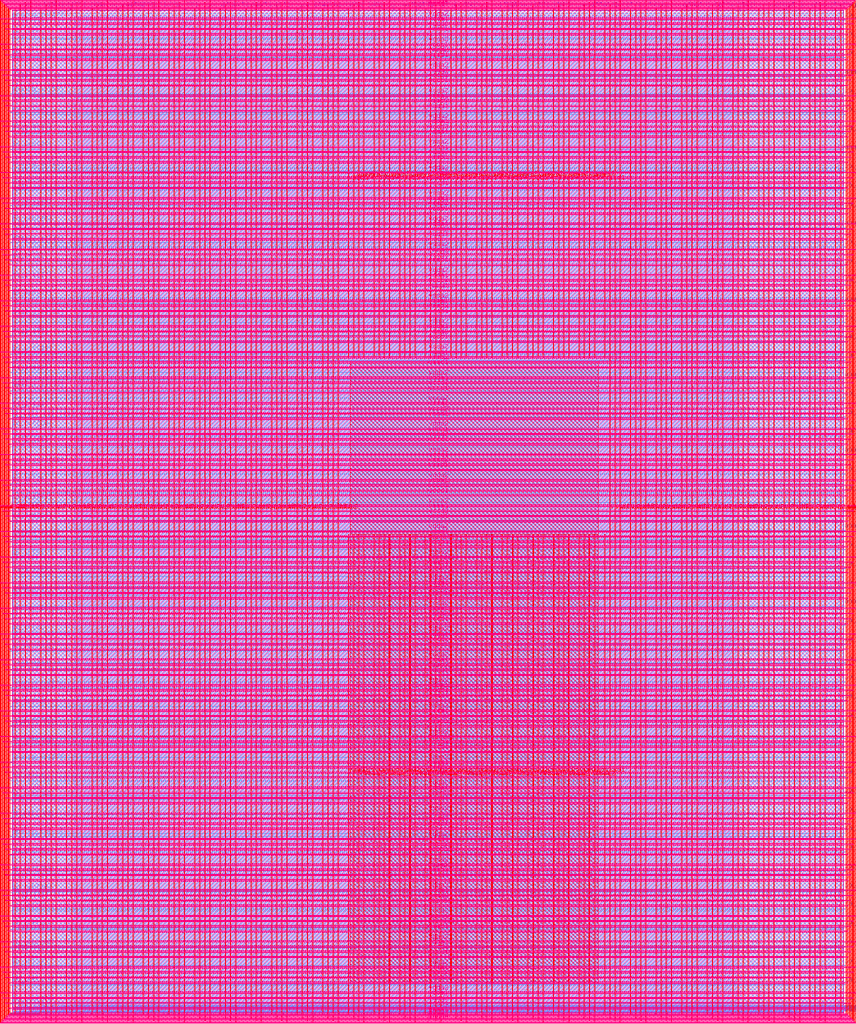
<source format=lef>
VERSION 5.7 ;
  NOWIREEXTENSIONATPIN ON ;
  DIVIDERCHAR "/" ;
  BUSBITCHARS "[]" ;
MACRO user_project_wrapper
  CLASS BLOCK ;
  FOREIGN user_project_wrapper ;
  ORIGIN 0.000 0.000 ;
  SIZE 2920.000 BY 3520.000 ;
  PIN analog_io[0]
    DIRECTION INOUT ;
    USE SIGNAL ;
    PORT
      LAYER met3 ;
        RECT 2917.600 1426.380 2924.800 1427.580 ;
    END
  END analog_io[0]
  PIN analog_io[10]
    DIRECTION INOUT ;
    USE SIGNAL ;
    PORT
      LAYER met2 ;
        RECT 2230.490 3517.600 2231.050 3524.800 ;
    END
  END analog_io[10]
  PIN analog_io[11]
    DIRECTION INOUT ;
    USE SIGNAL ;
    PORT
      LAYER met2 ;
        RECT 1905.730 3517.600 1906.290 3524.800 ;
    END
  END analog_io[11]
  PIN analog_io[12]
    DIRECTION INOUT ;
    USE SIGNAL ;
    PORT
      LAYER met2 ;
        RECT 1581.430 3517.600 1581.990 3524.800 ;
    END
  END analog_io[12]
  PIN analog_io[13]
    DIRECTION INOUT ;
    USE SIGNAL ;
    PORT
      LAYER met2 ;
        RECT 1257.130 3517.600 1257.690 3524.800 ;
    END
  END analog_io[13]
  PIN analog_io[14]
    DIRECTION INOUT ;
    USE SIGNAL ;
    PORT
      LAYER met2 ;
        RECT 932.370 3517.600 932.930 3524.800 ;
    END
  END analog_io[14]
  PIN analog_io[15]
    DIRECTION INOUT ;
    USE SIGNAL ;
    PORT
      LAYER met2 ;
        RECT 608.070 3517.600 608.630 3524.800 ;
    END
  END analog_io[15]
  PIN analog_io[16]
    DIRECTION INOUT ;
    USE SIGNAL ;
    PORT
      LAYER met2 ;
        RECT 283.770 3517.600 284.330 3524.800 ;
    END
  END analog_io[16]
  PIN analog_io[17]
    DIRECTION INOUT ;
    USE SIGNAL ;
    PORT
      LAYER met3 ;
        RECT -4.800 3486.100 2.400 3487.300 ;
    END
  END analog_io[17]
  PIN analog_io[18]
    DIRECTION INOUT ;
    USE SIGNAL ;
    PORT
      LAYER met3 ;
        RECT -4.800 3224.980 2.400 3226.180 ;
    END
  END analog_io[18]
  PIN analog_io[19]
    DIRECTION INOUT ;
    USE SIGNAL ;
    PORT
      LAYER met3 ;
        RECT -4.800 2964.540 2.400 2965.740 ;
    END
  END analog_io[19]
  PIN analog_io[1]
    DIRECTION INOUT ;
    USE SIGNAL ;
    PORT
      LAYER met3 ;
        RECT 2917.600 1692.260 2924.800 1693.460 ;
    END
  END analog_io[1]
  PIN analog_io[20]
    DIRECTION INOUT ;
    USE SIGNAL ;
    PORT
      LAYER met3 ;
        RECT -4.800 2703.420 2.400 2704.620 ;
    END
  END analog_io[20]
  PIN analog_io[21]
    DIRECTION INOUT ;
    USE SIGNAL ;
    PORT
      LAYER met3 ;
        RECT -4.800 2442.980 2.400 2444.180 ;
    END
  END analog_io[21]
  PIN analog_io[22]
    DIRECTION INOUT ;
    USE SIGNAL ;
    PORT
      LAYER met3 ;
        RECT -4.800 2182.540 2.400 2183.740 ;
    END
  END analog_io[22]
  PIN analog_io[23]
    DIRECTION INOUT ;
    USE SIGNAL ;
    PORT
      LAYER met3 ;
        RECT -4.800 1921.420 2.400 1922.620 ;
    END
  END analog_io[23]
  PIN analog_io[24]
    DIRECTION INOUT ;
    USE SIGNAL ;
    PORT
      LAYER met3 ;
        RECT -4.800 1660.980 2.400 1662.180 ;
    END
  END analog_io[24]
  PIN analog_io[25]
    DIRECTION INOUT ;
    USE SIGNAL ;
    PORT
      LAYER met3 ;
        RECT -4.800 1399.860 2.400 1401.060 ;
    END
  END analog_io[25]
  PIN analog_io[26]
    DIRECTION INOUT ;
    USE SIGNAL ;
    PORT
      LAYER met3 ;
        RECT -4.800 1139.420 2.400 1140.620 ;
    END
  END analog_io[26]
  PIN analog_io[27]
    DIRECTION INOUT ;
    USE SIGNAL ;
    PORT
      LAYER met3 ;
        RECT -4.800 878.980 2.400 880.180 ;
    END
  END analog_io[27]
  PIN analog_io[28]
    DIRECTION INOUT ;
    USE SIGNAL ;
    PORT
      LAYER met3 ;
        RECT -4.800 617.860 2.400 619.060 ;
    END
  END analog_io[28]
  PIN analog_io[2]
    DIRECTION INOUT ;
    USE SIGNAL ;
    PORT
      LAYER met3 ;
        RECT 2917.600 1958.140 2924.800 1959.340 ;
    END
  END analog_io[2]
  PIN analog_io[3]
    DIRECTION INOUT ;
    USE SIGNAL ;
    PORT
      LAYER met3 ;
        RECT 2917.600 2223.340 2924.800 2224.540 ;
    END
  END analog_io[3]
  PIN analog_io[4]
    DIRECTION INOUT ;
    USE SIGNAL ;
    PORT
      LAYER met3 ;
        RECT 2917.600 2489.220 2924.800 2490.420 ;
    END
  END analog_io[4]
  PIN analog_io[5]
    DIRECTION INOUT ;
    USE SIGNAL ;
    PORT
      LAYER met3 ;
        RECT 2917.600 2755.100 2924.800 2756.300 ;
    END
  END analog_io[5]
  PIN analog_io[6]
    DIRECTION INOUT ;
    USE SIGNAL ;
    PORT
      LAYER met3 ;
        RECT 2917.600 3020.300 2924.800 3021.500 ;
    END
  END analog_io[6]
  PIN analog_io[7]
    DIRECTION INOUT ;
    USE SIGNAL ;
    PORT
      LAYER met3 ;
        RECT 2917.600 3286.180 2924.800 3287.380 ;
    END
  END analog_io[7]
  PIN analog_io[8]
    DIRECTION INOUT ;
    USE SIGNAL ;
    PORT
      LAYER met2 ;
        RECT 2879.090 3517.600 2879.650 3524.800 ;
    END
  END analog_io[8]
  PIN analog_io[9]
    DIRECTION INOUT ;
    USE SIGNAL ;
    PORT
      LAYER met2 ;
        RECT 2554.790 3517.600 2555.350 3524.800 ;
    END
  END analog_io[9]
  PIN io_in[0]
    DIRECTION INPUT ;
    USE SIGNAL ;
    PORT
      LAYER met3 ;
        RECT 2917.600 32.380 2924.800 33.580 ;
    END
  END io_in[0]
  PIN io_in[10]
    DIRECTION INPUT ;
    USE SIGNAL ;
    PORT
      LAYER met3 ;
        RECT 2917.600 2289.980 2924.800 2291.180 ;
    END
  END io_in[10]
  PIN io_in[11]
    DIRECTION INPUT ;
    USE SIGNAL ;
    PORT
      LAYER met3 ;
        RECT 2917.600 2555.860 2924.800 2557.060 ;
    END
  END io_in[11]
  PIN io_in[12]
    DIRECTION INPUT ;
    USE SIGNAL ;
    PORT
      LAYER met3 ;
        RECT 2917.600 2821.060 2924.800 2822.260 ;
    END
  END io_in[12]
  PIN io_in[13]
    DIRECTION INPUT ;
    USE SIGNAL ;
    PORT
      LAYER met3 ;
        RECT 2917.600 3086.940 2924.800 3088.140 ;
    END
  END io_in[13]
  PIN io_in[14]
    DIRECTION INPUT ;
    USE SIGNAL ;
    PORT
      LAYER met3 ;
        RECT 2917.600 3352.820 2924.800 3354.020 ;
    END
  END io_in[14]
  PIN io_in[15]
    DIRECTION INPUT ;
    USE SIGNAL ;
    PORT
      LAYER met2 ;
        RECT 2798.130 3517.600 2798.690 3524.800 ;
    END
  END io_in[15]
  PIN io_in[16]
    DIRECTION INPUT ;
    USE SIGNAL ;
    PORT
      LAYER met2 ;
        RECT 2473.830 3517.600 2474.390 3524.800 ;
    END
  END io_in[16]
  PIN io_in[17]
    DIRECTION INPUT ;
    USE SIGNAL ;
    PORT
      LAYER met2 ;
        RECT 2149.070 3517.600 2149.630 3524.800 ;
    END
  END io_in[17]
  PIN io_in[18]
    DIRECTION INPUT ;
    USE SIGNAL ;
    PORT
      LAYER met2 ;
        RECT 1824.770 3517.600 1825.330 3524.800 ;
    END
  END io_in[18]
  PIN io_in[19]
    DIRECTION INPUT ;
    USE SIGNAL ;
    PORT
      LAYER met2 ;
        RECT 1500.470 3517.600 1501.030 3524.800 ;
    END
  END io_in[19]
  PIN io_in[1]
    DIRECTION INPUT ;
    USE SIGNAL ;
    PORT
      LAYER met3 ;
        RECT 2917.600 230.940 2924.800 232.140 ;
    END
  END io_in[1]
  PIN io_in[20]
    DIRECTION INPUT ;
    USE SIGNAL ;
    PORT
      LAYER met2 ;
        RECT 1175.710 3517.600 1176.270 3524.800 ;
    END
  END io_in[20]
  PIN io_in[21]
    DIRECTION INPUT ;
    USE SIGNAL ;
    PORT
      LAYER met2 ;
        RECT 851.410 3517.600 851.970 3524.800 ;
    END
  END io_in[21]
  PIN io_in[22]
    DIRECTION INPUT ;
    USE SIGNAL ;
    PORT
      LAYER met2 ;
        RECT 527.110 3517.600 527.670 3524.800 ;
    END
  END io_in[22]
  PIN io_in[23]
    DIRECTION INPUT ;
    USE SIGNAL ;
    PORT
      LAYER met2 ;
        RECT 202.350 3517.600 202.910 3524.800 ;
    END
  END io_in[23]
  PIN io_in[24]
    DIRECTION INPUT ;
    USE SIGNAL ;
    PORT
      LAYER met3 ;
        RECT -4.800 3420.820 2.400 3422.020 ;
    END
  END io_in[24]
  PIN io_in[25]
    DIRECTION INPUT ;
    USE SIGNAL ;
    PORT
      LAYER met3 ;
        RECT -4.800 3159.700 2.400 3160.900 ;
    END
  END io_in[25]
  PIN io_in[26]
    DIRECTION INPUT ;
    USE SIGNAL ;
    PORT
      LAYER met3 ;
        RECT -4.800 2899.260 2.400 2900.460 ;
    END
  END io_in[26]
  PIN io_in[27]
    DIRECTION INPUT ;
    USE SIGNAL ;
    PORT
      LAYER met3 ;
        RECT -4.800 2638.820 2.400 2640.020 ;
    END
  END io_in[27]
  PIN io_in[28]
    DIRECTION INPUT ;
    USE SIGNAL ;
    PORT
      LAYER met3 ;
        RECT -4.800 2377.700 2.400 2378.900 ;
    END
  END io_in[28]
  PIN io_in[29]
    DIRECTION INPUT ;
    USE SIGNAL ;
    PORT
      LAYER met3 ;
        RECT -4.800 2117.260 2.400 2118.460 ;
    END
  END io_in[29]
  PIN io_in[2]
    DIRECTION INPUT ;
    USE SIGNAL ;
    PORT
      LAYER met3 ;
        RECT 2917.600 430.180 2924.800 431.380 ;
    END
  END io_in[2]
  PIN io_in[30]
    DIRECTION INPUT ;
    USE SIGNAL ;
    PORT
      LAYER met3 ;
        RECT -4.800 1856.140 2.400 1857.340 ;
    END
  END io_in[30]
  PIN io_in[31]
    DIRECTION INPUT ;
    USE SIGNAL ;
    PORT
      LAYER met3 ;
        RECT -4.800 1595.700 2.400 1596.900 ;
    END
  END io_in[31]
  PIN io_in[32]
    DIRECTION INPUT ;
    USE SIGNAL ;
    PORT
      LAYER met3 ;
        RECT -4.800 1335.260 2.400 1336.460 ;
    END
  END io_in[32]
  PIN io_in[33]
    DIRECTION INPUT ;
    USE SIGNAL ;
    PORT
      LAYER met3 ;
        RECT -4.800 1074.140 2.400 1075.340 ;
    END
  END io_in[33]
  PIN io_in[34]
    DIRECTION INPUT ;
    USE SIGNAL ;
    PORT
      LAYER met3 ;
        RECT -4.800 813.700 2.400 814.900 ;
    END
  END io_in[34]
  PIN io_in[35]
    DIRECTION INPUT ;
    USE SIGNAL ;
    PORT
      LAYER met3 ;
        RECT -4.800 552.580 2.400 553.780 ;
    END
  END io_in[35]
  PIN io_in[36]
    DIRECTION INPUT ;
    USE SIGNAL ;
    PORT
      LAYER met3 ;
        RECT -4.800 357.420 2.400 358.620 ;
    END
  END io_in[36]
  PIN io_in[37]
    DIRECTION INPUT ;
    USE SIGNAL ;
    PORT
      LAYER met3 ;
        RECT -4.800 161.580 2.400 162.780 ;
    END
  END io_in[37]
  PIN io_in[3]
    DIRECTION INPUT ;
    USE SIGNAL ;
    PORT
      LAYER met3 ;
        RECT 2917.600 629.420 2924.800 630.620 ;
    END
  END io_in[3]
  PIN io_in[4]
    DIRECTION INPUT ;
    USE SIGNAL ;
    PORT
      LAYER met3 ;
        RECT 2917.600 828.660 2924.800 829.860 ;
    END
  END io_in[4]
  PIN io_in[5]
    DIRECTION INPUT ;
    USE SIGNAL ;
    PORT
      LAYER met3 ;
        RECT 2917.600 1027.900 2924.800 1029.100 ;
    END
  END io_in[5]
  PIN io_in[6]
    DIRECTION INPUT ;
    USE SIGNAL ;
    PORT
      LAYER met3 ;
        RECT 2917.600 1227.140 2924.800 1228.340 ;
    END
  END io_in[6]
  PIN io_in[7]
    DIRECTION INPUT ;
    USE SIGNAL ;
    PORT
      LAYER met3 ;
        RECT 2917.600 1493.020 2924.800 1494.220 ;
    END
  END io_in[7]
  PIN io_in[8]
    DIRECTION INPUT ;
    USE SIGNAL ;
    PORT
      LAYER met3 ;
        RECT 2917.600 1758.900 2924.800 1760.100 ;
    END
  END io_in[8]
  PIN io_in[9]
    DIRECTION INPUT ;
    USE SIGNAL ;
    PORT
      LAYER met3 ;
        RECT 2917.600 2024.100 2924.800 2025.300 ;
    END
  END io_in[9]
  PIN io_oeb[0]
    DIRECTION OUTPUT TRISTATE ;
    USE SIGNAL ;
    PORT
      LAYER met3 ;
        RECT 2917.600 164.980 2924.800 166.180 ;
    END
  END io_oeb[0]
  PIN io_oeb[10]
    DIRECTION OUTPUT TRISTATE ;
    USE SIGNAL ;
    PORT
      LAYER met3 ;
        RECT 2917.600 2422.580 2924.800 2423.780 ;
    END
  END io_oeb[10]
  PIN io_oeb[11]
    DIRECTION OUTPUT TRISTATE ;
    USE SIGNAL ;
    PORT
      LAYER met3 ;
        RECT 2917.600 2688.460 2924.800 2689.660 ;
    END
  END io_oeb[11]
  PIN io_oeb[12]
    DIRECTION OUTPUT TRISTATE ;
    USE SIGNAL ;
    PORT
      LAYER met3 ;
        RECT 2917.600 2954.340 2924.800 2955.540 ;
    END
  END io_oeb[12]
  PIN io_oeb[13]
    DIRECTION OUTPUT TRISTATE ;
    USE SIGNAL ;
    PORT
      LAYER met3 ;
        RECT 2917.600 3219.540 2924.800 3220.740 ;
    END
  END io_oeb[13]
  PIN io_oeb[14]
    DIRECTION OUTPUT TRISTATE ;
    USE SIGNAL ;
    PORT
      LAYER met3 ;
        RECT 2917.600 3485.420 2924.800 3486.620 ;
    END
  END io_oeb[14]
  PIN io_oeb[15]
    DIRECTION OUTPUT TRISTATE ;
    USE SIGNAL ;
    PORT
      LAYER met2 ;
        RECT 2635.750 3517.600 2636.310 3524.800 ;
    END
  END io_oeb[15]
  PIN io_oeb[16]
    DIRECTION OUTPUT TRISTATE ;
    USE SIGNAL ;
    PORT
      LAYER met2 ;
        RECT 2311.450 3517.600 2312.010 3524.800 ;
    END
  END io_oeb[16]
  PIN io_oeb[17]
    DIRECTION OUTPUT TRISTATE ;
    USE SIGNAL ;
    PORT
      LAYER met2 ;
        RECT 1987.150 3517.600 1987.710 3524.800 ;
    END
  END io_oeb[17]
  PIN io_oeb[18]
    DIRECTION OUTPUT TRISTATE ;
    USE SIGNAL ;
    PORT
      LAYER met2 ;
        RECT 1662.390 3517.600 1662.950 3524.800 ;
    END
  END io_oeb[18]
  PIN io_oeb[19]
    DIRECTION OUTPUT TRISTATE ;
    USE SIGNAL ;
    PORT
      LAYER met2 ;
        RECT 1338.090 3517.600 1338.650 3524.800 ;
    END
  END io_oeb[19]
  PIN io_oeb[1]
    DIRECTION OUTPUT TRISTATE ;
    USE SIGNAL ;
    PORT
      LAYER met3 ;
        RECT 2917.600 364.220 2924.800 365.420 ;
    END
  END io_oeb[1]
  PIN io_oeb[20]
    DIRECTION OUTPUT TRISTATE ;
    USE SIGNAL ;
    PORT
      LAYER met2 ;
        RECT 1013.790 3517.600 1014.350 3524.800 ;
    END
  END io_oeb[20]
  PIN io_oeb[21]
    DIRECTION OUTPUT TRISTATE ;
    USE SIGNAL ;
    PORT
      LAYER met2 ;
        RECT 689.030 3517.600 689.590 3524.800 ;
    END
  END io_oeb[21]
  PIN io_oeb[22]
    DIRECTION OUTPUT TRISTATE ;
    USE SIGNAL ;
    PORT
      LAYER met2 ;
        RECT 364.730 3517.600 365.290 3524.800 ;
    END
  END io_oeb[22]
  PIN io_oeb[23]
    DIRECTION OUTPUT TRISTATE ;
    USE SIGNAL ;
    PORT
      LAYER met2 ;
        RECT 40.430 3517.600 40.990 3524.800 ;
    END
  END io_oeb[23]
  PIN io_oeb[24]
    DIRECTION OUTPUT TRISTATE ;
    USE SIGNAL ;
    PORT
      LAYER met3 ;
        RECT -4.800 3290.260 2.400 3291.460 ;
    END
  END io_oeb[24]
  PIN io_oeb[25]
    DIRECTION OUTPUT TRISTATE ;
    USE SIGNAL ;
    PORT
      LAYER met3 ;
        RECT -4.800 3029.820 2.400 3031.020 ;
    END
  END io_oeb[25]
  PIN io_oeb[26]
    DIRECTION OUTPUT TRISTATE ;
    USE SIGNAL ;
    PORT
      LAYER met3 ;
        RECT -4.800 2768.700 2.400 2769.900 ;
    END
  END io_oeb[26]
  PIN io_oeb[27]
    DIRECTION OUTPUT TRISTATE ;
    USE SIGNAL ;
    PORT
      LAYER met3 ;
        RECT -4.800 2508.260 2.400 2509.460 ;
    END
  END io_oeb[27]
  PIN io_oeb[28]
    DIRECTION OUTPUT TRISTATE ;
    USE SIGNAL ;
    PORT
      LAYER met3 ;
        RECT -4.800 2247.140 2.400 2248.340 ;
    END
  END io_oeb[28]
  PIN io_oeb[29]
    DIRECTION OUTPUT TRISTATE ;
    USE SIGNAL ;
    PORT
      LAYER met3 ;
        RECT -4.800 1986.700 2.400 1987.900 ;
    END
  END io_oeb[29]
  PIN io_oeb[2]
    DIRECTION OUTPUT TRISTATE ;
    USE SIGNAL ;
    PORT
      LAYER met3 ;
        RECT 2917.600 563.460 2924.800 564.660 ;
    END
  END io_oeb[2]
  PIN io_oeb[30]
    DIRECTION OUTPUT TRISTATE ;
    USE SIGNAL ;
    PORT
      LAYER met3 ;
        RECT -4.800 1726.260 2.400 1727.460 ;
    END
  END io_oeb[30]
  PIN io_oeb[31]
    DIRECTION OUTPUT TRISTATE ;
    USE SIGNAL ;
    PORT
      LAYER met3 ;
        RECT -4.800 1465.140 2.400 1466.340 ;
    END
  END io_oeb[31]
  PIN io_oeb[32]
    DIRECTION OUTPUT TRISTATE ;
    USE SIGNAL ;
    PORT
      LAYER met3 ;
        RECT -4.800 1204.700 2.400 1205.900 ;
    END
  END io_oeb[32]
  PIN io_oeb[33]
    DIRECTION OUTPUT TRISTATE ;
    USE SIGNAL ;
    PORT
      LAYER met3 ;
        RECT -4.800 943.580 2.400 944.780 ;
    END
  END io_oeb[33]
  PIN io_oeb[34]
    DIRECTION OUTPUT TRISTATE ;
    USE SIGNAL ;
    PORT
      LAYER met3 ;
        RECT -4.800 683.140 2.400 684.340 ;
    END
  END io_oeb[34]
  PIN io_oeb[35]
    DIRECTION OUTPUT TRISTATE ;
    USE SIGNAL ;
    PORT
      LAYER met3 ;
        RECT -4.800 422.700 2.400 423.900 ;
    END
  END io_oeb[35]
  PIN io_oeb[36]
    DIRECTION OUTPUT TRISTATE ;
    USE SIGNAL ;
    PORT
      LAYER met3 ;
        RECT -4.800 226.860 2.400 228.060 ;
    END
  END io_oeb[36]
  PIN io_oeb[37]
    DIRECTION OUTPUT TRISTATE ;
    USE SIGNAL ;
    PORT
      LAYER met3 ;
        RECT -4.800 31.700 2.400 32.900 ;
    END
  END io_oeb[37]
  PIN io_oeb[3]
    DIRECTION OUTPUT TRISTATE ;
    USE SIGNAL ;
    PORT
      LAYER met3 ;
        RECT 2917.600 762.700 2924.800 763.900 ;
    END
  END io_oeb[3]
  PIN io_oeb[4]
    DIRECTION OUTPUT TRISTATE ;
    USE SIGNAL ;
    PORT
      LAYER met3 ;
        RECT 2917.600 961.940 2924.800 963.140 ;
    END
  END io_oeb[4]
  PIN io_oeb[5]
    DIRECTION OUTPUT TRISTATE ;
    USE SIGNAL ;
    PORT
      LAYER met3 ;
        RECT 2917.600 1161.180 2924.800 1162.380 ;
    END
  END io_oeb[5]
  PIN io_oeb[6]
    DIRECTION OUTPUT TRISTATE ;
    USE SIGNAL ;
    PORT
      LAYER met3 ;
        RECT 2917.600 1360.420 2924.800 1361.620 ;
    END
  END io_oeb[6]
  PIN io_oeb[7]
    DIRECTION OUTPUT TRISTATE ;
    USE SIGNAL ;
    PORT
      LAYER met3 ;
        RECT 2917.600 1625.620 2924.800 1626.820 ;
    END
  END io_oeb[7]
  PIN io_oeb[8]
    DIRECTION OUTPUT TRISTATE ;
    USE SIGNAL ;
    PORT
      LAYER met3 ;
        RECT 2917.600 1891.500 2924.800 1892.700 ;
    END
  END io_oeb[8]
  PIN io_oeb[9]
    DIRECTION OUTPUT TRISTATE ;
    USE SIGNAL ;
    PORT
      LAYER met3 ;
        RECT 2917.600 2157.380 2924.800 2158.580 ;
    END
  END io_oeb[9]
  PIN io_out[0]
    DIRECTION OUTPUT TRISTATE ;
    USE SIGNAL ;
    PORT
      LAYER met3 ;
        RECT 2917.600 98.340 2924.800 99.540 ;
    END
  END io_out[0]
  PIN io_out[10]
    DIRECTION OUTPUT TRISTATE ;
    USE SIGNAL ;
    PORT
      LAYER met3 ;
        RECT 2917.600 2356.620 2924.800 2357.820 ;
    END
  END io_out[10]
  PIN io_out[11]
    DIRECTION OUTPUT TRISTATE ;
    USE SIGNAL ;
    PORT
      LAYER met3 ;
        RECT 2917.600 2621.820 2924.800 2623.020 ;
    END
  END io_out[11]
  PIN io_out[12]
    DIRECTION OUTPUT TRISTATE ;
    USE SIGNAL ;
    PORT
      LAYER met3 ;
        RECT 2917.600 2887.700 2924.800 2888.900 ;
    END
  END io_out[12]
  PIN io_out[13]
    DIRECTION OUTPUT TRISTATE ;
    USE SIGNAL ;
    PORT
      LAYER met3 ;
        RECT 2917.600 3153.580 2924.800 3154.780 ;
    END
  END io_out[13]
  PIN io_out[14]
    DIRECTION OUTPUT TRISTATE ;
    USE SIGNAL ;
    PORT
      LAYER met3 ;
        RECT 2917.600 3418.780 2924.800 3419.980 ;
    END
  END io_out[14]
  PIN io_out[15]
    DIRECTION OUTPUT TRISTATE ;
    USE SIGNAL ;
    PORT
      LAYER met2 ;
        RECT 2717.170 3517.600 2717.730 3524.800 ;
    END
  END io_out[15]
  PIN io_out[16]
    DIRECTION OUTPUT TRISTATE ;
    USE SIGNAL ;
    PORT
      LAYER met2 ;
        RECT 2392.410 3517.600 2392.970 3524.800 ;
    END
  END io_out[16]
  PIN io_out[17]
    DIRECTION OUTPUT TRISTATE ;
    USE SIGNAL ;
    PORT
      LAYER met2 ;
        RECT 2068.110 3517.600 2068.670 3524.800 ;
    END
  END io_out[17]
  PIN io_out[18]
    DIRECTION OUTPUT TRISTATE ;
    USE SIGNAL ;
    PORT
      LAYER met2 ;
        RECT 1743.810 3517.600 1744.370 3524.800 ;
    END
  END io_out[18]
  PIN io_out[19]
    DIRECTION OUTPUT TRISTATE ;
    USE SIGNAL ;
    PORT
      LAYER met2 ;
        RECT 1419.050 3517.600 1419.610 3524.800 ;
    END
  END io_out[19]
  PIN io_out[1]
    DIRECTION OUTPUT TRISTATE ;
    USE SIGNAL ;
    PORT
      LAYER met3 ;
        RECT 2917.600 297.580 2924.800 298.780 ;
    END
  END io_out[1]
  PIN io_out[20]
    DIRECTION OUTPUT TRISTATE ;
    USE SIGNAL ;
    PORT
      LAYER met2 ;
        RECT 1094.750 3517.600 1095.310 3524.800 ;
    END
  END io_out[20]
  PIN io_out[21]
    DIRECTION OUTPUT TRISTATE ;
    USE SIGNAL ;
    PORT
      LAYER met2 ;
        RECT 770.450 3517.600 771.010 3524.800 ;
    END
  END io_out[21]
  PIN io_out[22]
    DIRECTION OUTPUT TRISTATE ;
    USE SIGNAL ;
    PORT
      LAYER met2 ;
        RECT 445.690 3517.600 446.250 3524.800 ;
    END
  END io_out[22]
  PIN io_out[23]
    DIRECTION OUTPUT TRISTATE ;
    USE SIGNAL ;
    PORT
      LAYER met2 ;
        RECT 121.390 3517.600 121.950 3524.800 ;
    END
  END io_out[23]
  PIN io_out[24]
    DIRECTION OUTPUT TRISTATE ;
    USE SIGNAL ;
    PORT
      LAYER met3 ;
        RECT -4.800 3355.540 2.400 3356.740 ;
    END
  END io_out[24]
  PIN io_out[25]
    DIRECTION OUTPUT TRISTATE ;
    USE SIGNAL ;
    PORT
      LAYER met3 ;
        RECT -4.800 3095.100 2.400 3096.300 ;
    END
  END io_out[25]
  PIN io_out[26]
    DIRECTION OUTPUT TRISTATE ;
    USE SIGNAL ;
    PORT
      LAYER met3 ;
        RECT -4.800 2833.980 2.400 2835.180 ;
    END
  END io_out[26]
  PIN io_out[27]
    DIRECTION OUTPUT TRISTATE ;
    USE SIGNAL ;
    PORT
      LAYER met3 ;
        RECT -4.800 2573.540 2.400 2574.740 ;
    END
  END io_out[27]
  PIN io_out[28]
    DIRECTION OUTPUT TRISTATE ;
    USE SIGNAL ;
    PORT
      LAYER met3 ;
        RECT -4.800 2312.420 2.400 2313.620 ;
    END
  END io_out[28]
  PIN io_out[29]
    DIRECTION OUTPUT TRISTATE ;
    USE SIGNAL ;
    PORT
      LAYER met3 ;
        RECT -4.800 2051.980 2.400 2053.180 ;
    END
  END io_out[29]
  PIN io_out[2]
    DIRECTION OUTPUT TRISTATE ;
    USE SIGNAL ;
    PORT
      LAYER met3 ;
        RECT 2917.600 496.820 2924.800 498.020 ;
    END
  END io_out[2]
  PIN io_out[30]
    DIRECTION OUTPUT TRISTATE ;
    USE SIGNAL ;
    PORT
      LAYER met3 ;
        RECT -4.800 1791.540 2.400 1792.740 ;
    END
  END io_out[30]
  PIN io_out[31]
    DIRECTION OUTPUT TRISTATE ;
    USE SIGNAL ;
    PORT
      LAYER met3 ;
        RECT -4.800 1530.420 2.400 1531.620 ;
    END
  END io_out[31]
  PIN io_out[32]
    DIRECTION OUTPUT TRISTATE ;
    USE SIGNAL ;
    PORT
      LAYER met3 ;
        RECT -4.800 1269.980 2.400 1271.180 ;
    END
  END io_out[32]
  PIN io_out[33]
    DIRECTION OUTPUT TRISTATE ;
    USE SIGNAL ;
    PORT
      LAYER met3 ;
        RECT -4.800 1008.860 2.400 1010.060 ;
    END
  END io_out[33]
  PIN io_out[34]
    DIRECTION OUTPUT TRISTATE ;
    USE SIGNAL ;
    PORT
      LAYER met3 ;
        RECT -4.800 748.420 2.400 749.620 ;
    END
  END io_out[34]
  PIN io_out[35]
    DIRECTION OUTPUT TRISTATE ;
    USE SIGNAL ;
    PORT
      LAYER met3 ;
        RECT -4.800 487.300 2.400 488.500 ;
    END
  END io_out[35]
  PIN io_out[36]
    DIRECTION OUTPUT TRISTATE ;
    USE SIGNAL ;
    PORT
      LAYER met3 ;
        RECT -4.800 292.140 2.400 293.340 ;
    END
  END io_out[36]
  PIN io_out[37]
    DIRECTION OUTPUT TRISTATE ;
    USE SIGNAL ;
    PORT
      LAYER met3 ;
        RECT -4.800 96.300 2.400 97.500 ;
    END
  END io_out[37]
  PIN io_out[3]
    DIRECTION OUTPUT TRISTATE ;
    USE SIGNAL ;
    PORT
      LAYER met3 ;
        RECT 2917.600 696.060 2924.800 697.260 ;
    END
  END io_out[3]
  PIN io_out[4]
    DIRECTION OUTPUT TRISTATE ;
    USE SIGNAL ;
    PORT
      LAYER met3 ;
        RECT 2917.600 895.300 2924.800 896.500 ;
    END
  END io_out[4]
  PIN io_out[5]
    DIRECTION OUTPUT TRISTATE ;
    USE SIGNAL ;
    PORT
      LAYER met3 ;
        RECT 2917.600 1094.540 2924.800 1095.740 ;
    END
  END io_out[5]
  PIN io_out[6]
    DIRECTION OUTPUT TRISTATE ;
    USE SIGNAL ;
    PORT
      LAYER met3 ;
        RECT 2917.600 1293.780 2924.800 1294.980 ;
    END
  END io_out[6]
  PIN io_out[7]
    DIRECTION OUTPUT TRISTATE ;
    USE SIGNAL ;
    PORT
      LAYER met3 ;
        RECT 2917.600 1559.660 2924.800 1560.860 ;
    END
  END io_out[7]
  PIN io_out[8]
    DIRECTION OUTPUT TRISTATE ;
    USE SIGNAL ;
    PORT
      LAYER met3 ;
        RECT 2917.600 1824.860 2924.800 1826.060 ;
    END
  END io_out[8]
  PIN io_out[9]
    DIRECTION OUTPUT TRISTATE ;
    USE SIGNAL ;
    PORT
      LAYER met3 ;
        RECT 2917.600 2090.740 2924.800 2091.940 ;
    END
  END io_out[9]
  PIN la_data_in[0]
    DIRECTION INPUT ;
    USE SIGNAL ;
    PORT
      LAYER met2 ;
        RECT 629.230 -4.800 629.790 2.400 ;
    END
  END la_data_in[0]
  PIN la_data_in[100]
    DIRECTION INPUT ;
    USE SIGNAL ;
    PORT
      LAYER met2 ;
        RECT 2402.530 -4.800 2403.090 2.400 ;
    END
  END la_data_in[100]
  PIN la_data_in[101]
    DIRECTION INPUT ;
    USE SIGNAL ;
    PORT
      LAYER met2 ;
        RECT 2420.010 -4.800 2420.570 2.400 ;
    END
  END la_data_in[101]
  PIN la_data_in[102]
    DIRECTION INPUT ;
    USE SIGNAL ;
    PORT
      LAYER met2 ;
        RECT 2437.950 -4.800 2438.510 2.400 ;
    END
  END la_data_in[102]
  PIN la_data_in[103]
    DIRECTION INPUT ;
    USE SIGNAL ;
    PORT
      LAYER met2 ;
        RECT 2455.430 -4.800 2455.990 2.400 ;
    END
  END la_data_in[103]
  PIN la_data_in[104]
    DIRECTION INPUT ;
    USE SIGNAL ;
    PORT
      LAYER met2 ;
        RECT 2473.370 -4.800 2473.930 2.400 ;
    END
  END la_data_in[104]
  PIN la_data_in[105]
    DIRECTION INPUT ;
    USE SIGNAL ;
    PORT
      LAYER met2 ;
        RECT 2490.850 -4.800 2491.410 2.400 ;
    END
  END la_data_in[105]
  PIN la_data_in[106]
    DIRECTION INPUT ;
    USE SIGNAL ;
    PORT
      LAYER met2 ;
        RECT 2508.790 -4.800 2509.350 2.400 ;
    END
  END la_data_in[106]
  PIN la_data_in[107]
    DIRECTION INPUT ;
    USE SIGNAL ;
    PORT
      LAYER met2 ;
        RECT 2526.730 -4.800 2527.290 2.400 ;
    END
  END la_data_in[107]
  PIN la_data_in[108]
    DIRECTION INPUT ;
    USE SIGNAL ;
    PORT
      LAYER met2 ;
        RECT 2544.210 -4.800 2544.770 2.400 ;
    END
  END la_data_in[108]
  PIN la_data_in[109]
    DIRECTION INPUT ;
    USE SIGNAL ;
    PORT
      LAYER met2 ;
        RECT 2562.150 -4.800 2562.710 2.400 ;
    END
  END la_data_in[109]
  PIN la_data_in[10]
    DIRECTION INPUT ;
    USE SIGNAL ;
    PORT
      LAYER met2 ;
        RECT 806.330 -4.800 806.890 2.400 ;
    END
  END la_data_in[10]
  PIN la_data_in[110]
    DIRECTION INPUT ;
    USE SIGNAL ;
    PORT
      LAYER met2 ;
        RECT 2579.630 -4.800 2580.190 2.400 ;
    END
  END la_data_in[110]
  PIN la_data_in[111]
    DIRECTION INPUT ;
    USE SIGNAL ;
    PORT
      LAYER met2 ;
        RECT 2597.570 -4.800 2598.130 2.400 ;
    END
  END la_data_in[111]
  PIN la_data_in[112]
    DIRECTION INPUT ;
    USE SIGNAL ;
    PORT
      LAYER met2 ;
        RECT 2615.050 -4.800 2615.610 2.400 ;
    END
  END la_data_in[112]
  PIN la_data_in[113]
    DIRECTION INPUT ;
    USE SIGNAL ;
    PORT
      LAYER met2 ;
        RECT 2632.990 -4.800 2633.550 2.400 ;
    END
  END la_data_in[113]
  PIN la_data_in[114]
    DIRECTION INPUT ;
    USE SIGNAL ;
    PORT
      LAYER met2 ;
        RECT 2650.470 -4.800 2651.030 2.400 ;
    END
  END la_data_in[114]
  PIN la_data_in[115]
    DIRECTION INPUT ;
    USE SIGNAL ;
    PORT
      LAYER met2 ;
        RECT 2668.410 -4.800 2668.970 2.400 ;
    END
  END la_data_in[115]
  PIN la_data_in[116]
    DIRECTION INPUT ;
    USE SIGNAL ;
    PORT
      LAYER met2 ;
        RECT 2685.890 -4.800 2686.450 2.400 ;
    END
  END la_data_in[116]
  PIN la_data_in[117]
    DIRECTION INPUT ;
    USE SIGNAL ;
    PORT
      LAYER met2 ;
        RECT 2703.830 -4.800 2704.390 2.400 ;
    END
  END la_data_in[117]
  PIN la_data_in[118]
    DIRECTION INPUT ;
    USE SIGNAL ;
    PORT
      LAYER met2 ;
        RECT 2721.770 -4.800 2722.330 2.400 ;
    END
  END la_data_in[118]
  PIN la_data_in[119]
    DIRECTION INPUT ;
    USE SIGNAL ;
    PORT
      LAYER met2 ;
        RECT 2739.250 -4.800 2739.810 2.400 ;
    END
  END la_data_in[119]
  PIN la_data_in[11]
    DIRECTION INPUT ;
    USE SIGNAL ;
    PORT
      LAYER met2 ;
        RECT 824.270 -4.800 824.830 2.400 ;
    END
  END la_data_in[11]
  PIN la_data_in[120]
    DIRECTION INPUT ;
    USE SIGNAL ;
    PORT
      LAYER met2 ;
        RECT 2757.190 -4.800 2757.750 2.400 ;
    END
  END la_data_in[120]
  PIN la_data_in[121]
    DIRECTION INPUT ;
    USE SIGNAL ;
    PORT
      LAYER met2 ;
        RECT 2774.670 -4.800 2775.230 2.400 ;
    END
  END la_data_in[121]
  PIN la_data_in[122]
    DIRECTION INPUT ;
    USE SIGNAL ;
    PORT
      LAYER met2 ;
        RECT 2792.610 -4.800 2793.170 2.400 ;
    END
  END la_data_in[122]
  PIN la_data_in[123]
    DIRECTION INPUT ;
    USE SIGNAL ;
    PORT
      LAYER met2 ;
        RECT 2810.090 -4.800 2810.650 2.400 ;
    END
  END la_data_in[123]
  PIN la_data_in[124]
    DIRECTION INPUT ;
    USE SIGNAL ;
    PORT
      LAYER met2 ;
        RECT 2828.030 -4.800 2828.590 2.400 ;
    END
  END la_data_in[124]
  PIN la_data_in[125]
    DIRECTION INPUT ;
    USE SIGNAL ;
    PORT
      LAYER met2 ;
        RECT 2845.510 -4.800 2846.070 2.400 ;
    END
  END la_data_in[125]
  PIN la_data_in[126]
    DIRECTION INPUT ;
    USE SIGNAL ;
    PORT
      LAYER met2 ;
        RECT 2863.450 -4.800 2864.010 2.400 ;
    END
  END la_data_in[126]
  PIN la_data_in[127]
    DIRECTION INPUT ;
    USE SIGNAL ;
    PORT
      LAYER met2 ;
        RECT 2881.390 -4.800 2881.950 2.400 ;
    END
  END la_data_in[127]
  PIN la_data_in[12]
    DIRECTION INPUT ;
    USE SIGNAL ;
    PORT
      LAYER met2 ;
        RECT 841.750 -4.800 842.310 2.400 ;
    END
  END la_data_in[12]
  PIN la_data_in[13]
    DIRECTION INPUT ;
    USE SIGNAL ;
    PORT
      LAYER met2 ;
        RECT 859.690 -4.800 860.250 2.400 ;
    END
  END la_data_in[13]
  PIN la_data_in[14]
    DIRECTION INPUT ;
    USE SIGNAL ;
    PORT
      LAYER met2 ;
        RECT 877.170 -4.800 877.730 2.400 ;
    END
  END la_data_in[14]
  PIN la_data_in[15]
    DIRECTION INPUT ;
    USE SIGNAL ;
    PORT
      LAYER met2 ;
        RECT 895.110 -4.800 895.670 2.400 ;
    END
  END la_data_in[15]
  PIN la_data_in[16]
    DIRECTION INPUT ;
    USE SIGNAL ;
    PORT
      LAYER met2 ;
        RECT 912.590 -4.800 913.150 2.400 ;
    END
  END la_data_in[16]
  PIN la_data_in[17]
    DIRECTION INPUT ;
    USE SIGNAL ;
    PORT
      LAYER met2 ;
        RECT 930.530 -4.800 931.090 2.400 ;
    END
  END la_data_in[17]
  PIN la_data_in[18]
    DIRECTION INPUT ;
    USE SIGNAL ;
    PORT
      LAYER met2 ;
        RECT 948.470 -4.800 949.030 2.400 ;
    END
  END la_data_in[18]
  PIN la_data_in[19]
    DIRECTION INPUT ;
    USE SIGNAL ;
    PORT
      LAYER met2 ;
        RECT 965.950 -4.800 966.510 2.400 ;
    END
  END la_data_in[19]
  PIN la_data_in[1]
    DIRECTION INPUT ;
    USE SIGNAL ;
    PORT
      LAYER met2 ;
        RECT 646.710 -4.800 647.270 2.400 ;
    END
  END la_data_in[1]
  PIN la_data_in[20]
    DIRECTION INPUT ;
    USE SIGNAL ;
    PORT
      LAYER met2 ;
        RECT 983.890 -4.800 984.450 2.400 ;
    END
  END la_data_in[20]
  PIN la_data_in[21]
    DIRECTION INPUT ;
    USE SIGNAL ;
    PORT
      LAYER met2 ;
        RECT 1001.370 -4.800 1001.930 2.400 ;
    END
  END la_data_in[21]
  PIN la_data_in[22]
    DIRECTION INPUT ;
    USE SIGNAL ;
    PORT
      LAYER met2 ;
        RECT 1019.310 -4.800 1019.870 2.400 ;
    END
  END la_data_in[22]
  PIN la_data_in[23]
    DIRECTION INPUT ;
    USE SIGNAL ;
    PORT
      LAYER met2 ;
        RECT 1036.790 -4.800 1037.350 2.400 ;
    END
  END la_data_in[23]
  PIN la_data_in[24]
    DIRECTION INPUT ;
    USE SIGNAL ;
    PORT
      LAYER met2 ;
        RECT 1054.730 -4.800 1055.290 2.400 ;
    END
  END la_data_in[24]
  PIN la_data_in[25]
    DIRECTION INPUT ;
    USE SIGNAL ;
    PORT
      LAYER met2 ;
        RECT 1072.210 -4.800 1072.770 2.400 ;
    END
  END la_data_in[25]
  PIN la_data_in[26]
    DIRECTION INPUT ;
    USE SIGNAL ;
    PORT
      LAYER met2 ;
        RECT 1090.150 -4.800 1090.710 2.400 ;
    END
  END la_data_in[26]
  PIN la_data_in[27]
    DIRECTION INPUT ;
    USE SIGNAL ;
    PORT
      LAYER met2 ;
        RECT 1107.630 -4.800 1108.190 2.400 ;
    END
  END la_data_in[27]
  PIN la_data_in[28]
    DIRECTION INPUT ;
    USE SIGNAL ;
    PORT
      LAYER met2 ;
        RECT 1125.570 -4.800 1126.130 2.400 ;
    END
  END la_data_in[28]
  PIN la_data_in[29]
    DIRECTION INPUT ;
    USE SIGNAL ;
    PORT
      LAYER met2 ;
        RECT 1143.510 -4.800 1144.070 2.400 ;
    END
  END la_data_in[29]
  PIN la_data_in[2]
    DIRECTION INPUT ;
    USE SIGNAL ;
    PORT
      LAYER met2 ;
        RECT 664.650 -4.800 665.210 2.400 ;
    END
  END la_data_in[2]
  PIN la_data_in[30]
    DIRECTION INPUT ;
    USE SIGNAL ;
    PORT
      LAYER met2 ;
        RECT 1160.990 -4.800 1161.550 2.400 ;
    END
  END la_data_in[30]
  PIN la_data_in[31]
    DIRECTION INPUT ;
    USE SIGNAL ;
    PORT
      LAYER met2 ;
        RECT 1178.930 -4.800 1179.490 2.400 ;
    END
  END la_data_in[31]
  PIN la_data_in[32]
    DIRECTION INPUT ;
    USE SIGNAL ;
    PORT
      LAYER met2 ;
        RECT 1196.410 -4.800 1196.970 2.400 ;
    END
  END la_data_in[32]
  PIN la_data_in[33]
    DIRECTION INPUT ;
    USE SIGNAL ;
    PORT
      LAYER met2 ;
        RECT 1214.350 -4.800 1214.910 2.400 ;
    END
  END la_data_in[33]
  PIN la_data_in[34]
    DIRECTION INPUT ;
    USE SIGNAL ;
    PORT
      LAYER met2 ;
        RECT 1231.830 -4.800 1232.390 2.400 ;
    END
  END la_data_in[34]
  PIN la_data_in[35]
    DIRECTION INPUT ;
    USE SIGNAL ;
    PORT
      LAYER met2 ;
        RECT 1249.770 -4.800 1250.330 2.400 ;
    END
  END la_data_in[35]
  PIN la_data_in[36]
    DIRECTION INPUT ;
    USE SIGNAL ;
    PORT
      LAYER met2 ;
        RECT 1267.250 -4.800 1267.810 2.400 ;
    END
  END la_data_in[36]
  PIN la_data_in[37]
    DIRECTION INPUT ;
    USE SIGNAL ;
    PORT
      LAYER met2 ;
        RECT 1285.190 -4.800 1285.750 2.400 ;
    END
  END la_data_in[37]
  PIN la_data_in[38]
    DIRECTION INPUT ;
    USE SIGNAL ;
    PORT
      LAYER met2 ;
        RECT 1303.130 -4.800 1303.690 2.400 ;
    END
  END la_data_in[38]
  PIN la_data_in[39]
    DIRECTION INPUT ;
    USE SIGNAL ;
    PORT
      LAYER met2 ;
        RECT 1320.610 -4.800 1321.170 2.400 ;
    END
  END la_data_in[39]
  PIN la_data_in[3]
    DIRECTION INPUT ;
    USE SIGNAL ;
    PORT
      LAYER met2 ;
        RECT 682.130 -4.800 682.690 2.400 ;
    END
  END la_data_in[3]
  PIN la_data_in[40]
    DIRECTION INPUT ;
    USE SIGNAL ;
    PORT
      LAYER met2 ;
        RECT 1338.550 -4.800 1339.110 2.400 ;
    END
  END la_data_in[40]
  PIN la_data_in[41]
    DIRECTION INPUT ;
    USE SIGNAL ;
    PORT
      LAYER met2 ;
        RECT 1356.030 -4.800 1356.590 2.400 ;
    END
  END la_data_in[41]
  PIN la_data_in[42]
    DIRECTION INPUT ;
    USE SIGNAL ;
    PORT
      LAYER met2 ;
        RECT 1373.970 -4.800 1374.530 2.400 ;
    END
  END la_data_in[42]
  PIN la_data_in[43]
    DIRECTION INPUT ;
    USE SIGNAL ;
    PORT
      LAYER met2 ;
        RECT 1391.450 -4.800 1392.010 2.400 ;
    END
  END la_data_in[43]
  PIN la_data_in[44]
    DIRECTION INPUT ;
    USE SIGNAL ;
    PORT
      LAYER met2 ;
        RECT 1409.390 -4.800 1409.950 2.400 ;
    END
  END la_data_in[44]
  PIN la_data_in[45]
    DIRECTION INPUT ;
    USE SIGNAL ;
    PORT
      LAYER met2 ;
        RECT 1426.870 -4.800 1427.430 2.400 ;
    END
  END la_data_in[45]
  PIN la_data_in[46]
    DIRECTION INPUT ;
    USE SIGNAL ;
    PORT
      LAYER met2 ;
        RECT 1444.810 -4.800 1445.370 2.400 ;
    END
  END la_data_in[46]
  PIN la_data_in[47]
    DIRECTION INPUT ;
    USE SIGNAL ;
    PORT
      LAYER met2 ;
        RECT 1462.750 -4.800 1463.310 2.400 ;
    END
  END la_data_in[47]
  PIN la_data_in[48]
    DIRECTION INPUT ;
    USE SIGNAL ;
    PORT
      LAYER met2 ;
        RECT 1480.230 -4.800 1480.790 2.400 ;
    END
  END la_data_in[48]
  PIN la_data_in[49]
    DIRECTION INPUT ;
    USE SIGNAL ;
    PORT
      LAYER met2 ;
        RECT 1498.170 -4.800 1498.730 2.400 ;
    END
  END la_data_in[49]
  PIN la_data_in[4]
    DIRECTION INPUT ;
    USE SIGNAL ;
    PORT
      LAYER met2 ;
        RECT 700.070 -4.800 700.630 2.400 ;
    END
  END la_data_in[4]
  PIN la_data_in[50]
    DIRECTION INPUT ;
    USE SIGNAL ;
    PORT
      LAYER met2 ;
        RECT 1515.650 -4.800 1516.210 2.400 ;
    END
  END la_data_in[50]
  PIN la_data_in[51]
    DIRECTION INPUT ;
    USE SIGNAL ;
    PORT
      LAYER met2 ;
        RECT 1533.590 -4.800 1534.150 2.400 ;
    END
  END la_data_in[51]
  PIN la_data_in[52]
    DIRECTION INPUT ;
    USE SIGNAL ;
    PORT
      LAYER met2 ;
        RECT 1551.070 -4.800 1551.630 2.400 ;
    END
  END la_data_in[52]
  PIN la_data_in[53]
    DIRECTION INPUT ;
    USE SIGNAL ;
    PORT
      LAYER met2 ;
        RECT 1569.010 -4.800 1569.570 2.400 ;
    END
  END la_data_in[53]
  PIN la_data_in[54]
    DIRECTION INPUT ;
    USE SIGNAL ;
    PORT
      LAYER met2 ;
        RECT 1586.490 -4.800 1587.050 2.400 ;
    END
  END la_data_in[54]
  PIN la_data_in[55]
    DIRECTION INPUT ;
    USE SIGNAL ;
    PORT
      LAYER met2 ;
        RECT 1604.430 -4.800 1604.990 2.400 ;
    END
  END la_data_in[55]
  PIN la_data_in[56]
    DIRECTION INPUT ;
    USE SIGNAL ;
    PORT
      LAYER met2 ;
        RECT 1621.910 -4.800 1622.470 2.400 ;
    END
  END la_data_in[56]
  PIN la_data_in[57]
    DIRECTION INPUT ;
    USE SIGNAL ;
    PORT
      LAYER met2 ;
        RECT 1639.850 -4.800 1640.410 2.400 ;
    END
  END la_data_in[57]
  PIN la_data_in[58]
    DIRECTION INPUT ;
    USE SIGNAL ;
    PORT
      LAYER met2 ;
        RECT 1657.790 -4.800 1658.350 2.400 ;
    END
  END la_data_in[58]
  PIN la_data_in[59]
    DIRECTION INPUT ;
    USE SIGNAL ;
    PORT
      LAYER met2 ;
        RECT 1675.270 -4.800 1675.830 2.400 ;
    END
  END la_data_in[59]
  PIN la_data_in[5]
    DIRECTION INPUT ;
    USE SIGNAL ;
    PORT
      LAYER met2 ;
        RECT 717.550 -4.800 718.110 2.400 ;
    END
  END la_data_in[5]
  PIN la_data_in[60]
    DIRECTION INPUT ;
    USE SIGNAL ;
    PORT
      LAYER met2 ;
        RECT 1693.210 -4.800 1693.770 2.400 ;
    END
  END la_data_in[60]
  PIN la_data_in[61]
    DIRECTION INPUT ;
    USE SIGNAL ;
    PORT
      LAYER met2 ;
        RECT 1710.690 -4.800 1711.250 2.400 ;
    END
  END la_data_in[61]
  PIN la_data_in[62]
    DIRECTION INPUT ;
    USE SIGNAL ;
    PORT
      LAYER met2 ;
        RECT 1728.630 -4.800 1729.190 2.400 ;
    END
  END la_data_in[62]
  PIN la_data_in[63]
    DIRECTION INPUT ;
    USE SIGNAL ;
    PORT
      LAYER met2 ;
        RECT 1746.110 -4.800 1746.670 2.400 ;
    END
  END la_data_in[63]
  PIN la_data_in[64]
    DIRECTION INPUT ;
    USE SIGNAL ;
    PORT
      LAYER met2 ;
        RECT 1764.050 -4.800 1764.610 2.400 ;
    END
  END la_data_in[64]
  PIN la_data_in[65]
    DIRECTION INPUT ;
    USE SIGNAL ;
    PORT
      LAYER met2 ;
        RECT 1781.530 -4.800 1782.090 2.400 ;
    END
  END la_data_in[65]
  PIN la_data_in[66]
    DIRECTION INPUT ;
    USE SIGNAL ;
    PORT
      LAYER met2 ;
        RECT 1799.470 -4.800 1800.030 2.400 ;
    END
  END la_data_in[66]
  PIN la_data_in[67]
    DIRECTION INPUT ;
    USE SIGNAL ;
    PORT
      LAYER met2 ;
        RECT 1817.410 -4.800 1817.970 2.400 ;
    END
  END la_data_in[67]
  PIN la_data_in[68]
    DIRECTION INPUT ;
    USE SIGNAL ;
    PORT
      LAYER met2 ;
        RECT 1834.890 -4.800 1835.450 2.400 ;
    END
  END la_data_in[68]
  PIN la_data_in[69]
    DIRECTION INPUT ;
    USE SIGNAL ;
    PORT
      LAYER met2 ;
        RECT 1852.830 -4.800 1853.390 2.400 ;
    END
  END la_data_in[69]
  PIN la_data_in[6]
    DIRECTION INPUT ;
    USE SIGNAL ;
    PORT
      LAYER met2 ;
        RECT 735.490 -4.800 736.050 2.400 ;
    END
  END la_data_in[6]
  PIN la_data_in[70]
    DIRECTION INPUT ;
    USE SIGNAL ;
    PORT
      LAYER met2 ;
        RECT 1870.310 -4.800 1870.870 2.400 ;
    END
  END la_data_in[70]
  PIN la_data_in[71]
    DIRECTION INPUT ;
    USE SIGNAL ;
    PORT
      LAYER met2 ;
        RECT 1888.250 -4.800 1888.810 2.400 ;
    END
  END la_data_in[71]
  PIN la_data_in[72]
    DIRECTION INPUT ;
    USE SIGNAL ;
    PORT
      LAYER met2 ;
        RECT 1905.730 -4.800 1906.290 2.400 ;
    END
  END la_data_in[72]
  PIN la_data_in[73]
    DIRECTION INPUT ;
    USE SIGNAL ;
    PORT
      LAYER met2 ;
        RECT 1923.670 -4.800 1924.230 2.400 ;
    END
  END la_data_in[73]
  PIN la_data_in[74]
    DIRECTION INPUT ;
    USE SIGNAL ;
    PORT
      LAYER met2 ;
        RECT 1941.150 -4.800 1941.710 2.400 ;
    END
  END la_data_in[74]
  PIN la_data_in[75]
    DIRECTION INPUT ;
    USE SIGNAL ;
    PORT
      LAYER met2 ;
        RECT 1959.090 -4.800 1959.650 2.400 ;
    END
  END la_data_in[75]
  PIN la_data_in[76]
    DIRECTION INPUT ;
    USE SIGNAL ;
    PORT
      LAYER met2 ;
        RECT 1976.570 -4.800 1977.130 2.400 ;
    END
  END la_data_in[76]
  PIN la_data_in[77]
    DIRECTION INPUT ;
    USE SIGNAL ;
    PORT
      LAYER met2 ;
        RECT 1994.510 -4.800 1995.070 2.400 ;
    END
  END la_data_in[77]
  PIN la_data_in[78]
    DIRECTION INPUT ;
    USE SIGNAL ;
    PORT
      LAYER met2 ;
        RECT 2012.450 -4.800 2013.010 2.400 ;
    END
  END la_data_in[78]
  PIN la_data_in[79]
    DIRECTION INPUT ;
    USE SIGNAL ;
    PORT
      LAYER met2 ;
        RECT 2029.930 -4.800 2030.490 2.400 ;
    END
  END la_data_in[79]
  PIN la_data_in[7]
    DIRECTION INPUT ;
    USE SIGNAL ;
    PORT
      LAYER met2 ;
        RECT 752.970 -4.800 753.530 2.400 ;
    END
  END la_data_in[7]
  PIN la_data_in[80]
    DIRECTION INPUT ;
    USE SIGNAL ;
    PORT
      LAYER met2 ;
        RECT 2047.870 -4.800 2048.430 2.400 ;
    END
  END la_data_in[80]
  PIN la_data_in[81]
    DIRECTION INPUT ;
    USE SIGNAL ;
    PORT
      LAYER met2 ;
        RECT 2065.350 -4.800 2065.910 2.400 ;
    END
  END la_data_in[81]
  PIN la_data_in[82]
    DIRECTION INPUT ;
    USE SIGNAL ;
    PORT
      LAYER met2 ;
        RECT 2083.290 -4.800 2083.850 2.400 ;
    END
  END la_data_in[82]
  PIN la_data_in[83]
    DIRECTION INPUT ;
    USE SIGNAL ;
    PORT
      LAYER met2 ;
        RECT 2100.770 -4.800 2101.330 2.400 ;
    END
  END la_data_in[83]
  PIN la_data_in[84]
    DIRECTION INPUT ;
    USE SIGNAL ;
    PORT
      LAYER met2 ;
        RECT 2118.710 -4.800 2119.270 2.400 ;
    END
  END la_data_in[84]
  PIN la_data_in[85]
    DIRECTION INPUT ;
    USE SIGNAL ;
    PORT
      LAYER met2 ;
        RECT 2136.190 -4.800 2136.750 2.400 ;
    END
  END la_data_in[85]
  PIN la_data_in[86]
    DIRECTION INPUT ;
    USE SIGNAL ;
    PORT
      LAYER met2 ;
        RECT 2154.130 -4.800 2154.690 2.400 ;
    END
  END la_data_in[86]
  PIN la_data_in[87]
    DIRECTION INPUT ;
    USE SIGNAL ;
    PORT
      LAYER met2 ;
        RECT 2172.070 -4.800 2172.630 2.400 ;
    END
  END la_data_in[87]
  PIN la_data_in[88]
    DIRECTION INPUT ;
    USE SIGNAL ;
    PORT
      LAYER met2 ;
        RECT 2189.550 -4.800 2190.110 2.400 ;
    END
  END la_data_in[88]
  PIN la_data_in[89]
    DIRECTION INPUT ;
    USE SIGNAL ;
    PORT
      LAYER met2 ;
        RECT 2207.490 -4.800 2208.050 2.400 ;
    END
  END la_data_in[89]
  PIN la_data_in[8]
    DIRECTION INPUT ;
    USE SIGNAL ;
    PORT
      LAYER met2 ;
        RECT 770.910 -4.800 771.470 2.400 ;
    END
  END la_data_in[8]
  PIN la_data_in[90]
    DIRECTION INPUT ;
    USE SIGNAL ;
    PORT
      LAYER met2 ;
        RECT 2224.970 -4.800 2225.530 2.400 ;
    END
  END la_data_in[90]
  PIN la_data_in[91]
    DIRECTION INPUT ;
    USE SIGNAL ;
    PORT
      LAYER met2 ;
        RECT 2242.910 -4.800 2243.470 2.400 ;
    END
  END la_data_in[91]
  PIN la_data_in[92]
    DIRECTION INPUT ;
    USE SIGNAL ;
    PORT
      LAYER met2 ;
        RECT 2260.390 -4.800 2260.950 2.400 ;
    END
  END la_data_in[92]
  PIN la_data_in[93]
    DIRECTION INPUT ;
    USE SIGNAL ;
    PORT
      LAYER met2 ;
        RECT 2278.330 -4.800 2278.890 2.400 ;
    END
  END la_data_in[93]
  PIN la_data_in[94]
    DIRECTION INPUT ;
    USE SIGNAL ;
    PORT
      LAYER met2 ;
        RECT 2295.810 -4.800 2296.370 2.400 ;
    END
  END la_data_in[94]
  PIN la_data_in[95]
    DIRECTION INPUT ;
    USE SIGNAL ;
    PORT
      LAYER met2 ;
        RECT 2313.750 -4.800 2314.310 2.400 ;
    END
  END la_data_in[95]
  PIN la_data_in[96]
    DIRECTION INPUT ;
    USE SIGNAL ;
    PORT
      LAYER met2 ;
        RECT 2331.230 -4.800 2331.790 2.400 ;
    END
  END la_data_in[96]
  PIN la_data_in[97]
    DIRECTION INPUT ;
    USE SIGNAL ;
    PORT
      LAYER met2 ;
        RECT 2349.170 -4.800 2349.730 2.400 ;
    END
  END la_data_in[97]
  PIN la_data_in[98]
    DIRECTION INPUT ;
    USE SIGNAL ;
    PORT
      LAYER met2 ;
        RECT 2367.110 -4.800 2367.670 2.400 ;
    END
  END la_data_in[98]
  PIN la_data_in[99]
    DIRECTION INPUT ;
    USE SIGNAL ;
    PORT
      LAYER met2 ;
        RECT 2384.590 -4.800 2385.150 2.400 ;
    END
  END la_data_in[99]
  PIN la_data_in[9]
    DIRECTION INPUT ;
    USE SIGNAL ;
    PORT
      LAYER met2 ;
        RECT 788.850 -4.800 789.410 2.400 ;
    END
  END la_data_in[9]
  PIN la_data_out[0]
    DIRECTION OUTPUT TRISTATE ;
    USE SIGNAL ;
    PORT
      LAYER met2 ;
        RECT 634.750 -4.800 635.310 2.400 ;
    END
  END la_data_out[0]
  PIN la_data_out[100]
    DIRECTION OUTPUT TRISTATE ;
    USE SIGNAL ;
    PORT
      LAYER met2 ;
        RECT 2408.510 -4.800 2409.070 2.400 ;
    END
  END la_data_out[100]
  PIN la_data_out[101]
    DIRECTION OUTPUT TRISTATE ;
    USE SIGNAL ;
    PORT
      LAYER met2 ;
        RECT 2425.990 -4.800 2426.550 2.400 ;
    END
  END la_data_out[101]
  PIN la_data_out[102]
    DIRECTION OUTPUT TRISTATE ;
    USE SIGNAL ;
    PORT
      LAYER met2 ;
        RECT 2443.930 -4.800 2444.490 2.400 ;
    END
  END la_data_out[102]
  PIN la_data_out[103]
    DIRECTION OUTPUT TRISTATE ;
    USE SIGNAL ;
    PORT
      LAYER met2 ;
        RECT 2461.410 -4.800 2461.970 2.400 ;
    END
  END la_data_out[103]
  PIN la_data_out[104]
    DIRECTION OUTPUT TRISTATE ;
    USE SIGNAL ;
    PORT
      LAYER met2 ;
        RECT 2479.350 -4.800 2479.910 2.400 ;
    END
  END la_data_out[104]
  PIN la_data_out[105]
    DIRECTION OUTPUT TRISTATE ;
    USE SIGNAL ;
    PORT
      LAYER met2 ;
        RECT 2496.830 -4.800 2497.390 2.400 ;
    END
  END la_data_out[105]
  PIN la_data_out[106]
    DIRECTION OUTPUT TRISTATE ;
    USE SIGNAL ;
    PORT
      LAYER met2 ;
        RECT 2514.770 -4.800 2515.330 2.400 ;
    END
  END la_data_out[106]
  PIN la_data_out[107]
    DIRECTION OUTPUT TRISTATE ;
    USE SIGNAL ;
    PORT
      LAYER met2 ;
        RECT 2532.250 -4.800 2532.810 2.400 ;
    END
  END la_data_out[107]
  PIN la_data_out[108]
    DIRECTION OUTPUT TRISTATE ;
    USE SIGNAL ;
    PORT
      LAYER met2 ;
        RECT 2550.190 -4.800 2550.750 2.400 ;
    END
  END la_data_out[108]
  PIN la_data_out[109]
    DIRECTION OUTPUT TRISTATE ;
    USE SIGNAL ;
    PORT
      LAYER met2 ;
        RECT 2567.670 -4.800 2568.230 2.400 ;
    END
  END la_data_out[109]
  PIN la_data_out[10]
    DIRECTION OUTPUT TRISTATE ;
    USE SIGNAL ;
    PORT
      LAYER met2 ;
        RECT 812.310 -4.800 812.870 2.400 ;
    END
  END la_data_out[10]
  PIN la_data_out[110]
    DIRECTION OUTPUT TRISTATE ;
    USE SIGNAL ;
    PORT
      LAYER met2 ;
        RECT 2585.610 -4.800 2586.170 2.400 ;
    END
  END la_data_out[110]
  PIN la_data_out[111]
    DIRECTION OUTPUT TRISTATE ;
    USE SIGNAL ;
    PORT
      LAYER met2 ;
        RECT 2603.550 -4.800 2604.110 2.400 ;
    END
  END la_data_out[111]
  PIN la_data_out[112]
    DIRECTION OUTPUT TRISTATE ;
    USE SIGNAL ;
    PORT
      LAYER met2 ;
        RECT 2621.030 -4.800 2621.590 2.400 ;
    END
  END la_data_out[112]
  PIN la_data_out[113]
    DIRECTION OUTPUT TRISTATE ;
    USE SIGNAL ;
    PORT
      LAYER met2 ;
        RECT 2638.970 -4.800 2639.530 2.400 ;
    END
  END la_data_out[113]
  PIN la_data_out[114]
    DIRECTION OUTPUT TRISTATE ;
    USE SIGNAL ;
    PORT
      LAYER met2 ;
        RECT 2656.450 -4.800 2657.010 2.400 ;
    END
  END la_data_out[114]
  PIN la_data_out[115]
    DIRECTION OUTPUT TRISTATE ;
    USE SIGNAL ;
    PORT
      LAYER met2 ;
        RECT 2674.390 -4.800 2674.950 2.400 ;
    END
  END la_data_out[115]
  PIN la_data_out[116]
    DIRECTION OUTPUT TRISTATE ;
    USE SIGNAL ;
    PORT
      LAYER met2 ;
        RECT 2691.870 -4.800 2692.430 2.400 ;
    END
  END la_data_out[116]
  PIN la_data_out[117]
    DIRECTION OUTPUT TRISTATE ;
    USE SIGNAL ;
    PORT
      LAYER met2 ;
        RECT 2709.810 -4.800 2710.370 2.400 ;
    END
  END la_data_out[117]
  PIN la_data_out[118]
    DIRECTION OUTPUT TRISTATE ;
    USE SIGNAL ;
    PORT
      LAYER met2 ;
        RECT 2727.290 -4.800 2727.850 2.400 ;
    END
  END la_data_out[118]
  PIN la_data_out[119]
    DIRECTION OUTPUT TRISTATE ;
    USE SIGNAL ;
    PORT
      LAYER met2 ;
        RECT 2745.230 -4.800 2745.790 2.400 ;
    END
  END la_data_out[119]
  PIN la_data_out[11]
    DIRECTION OUTPUT TRISTATE ;
    USE SIGNAL ;
    PORT
      LAYER met2 ;
        RECT 830.250 -4.800 830.810 2.400 ;
    END
  END la_data_out[11]
  PIN la_data_out[120]
    DIRECTION OUTPUT TRISTATE ;
    USE SIGNAL ;
    PORT
      LAYER met2 ;
        RECT 2763.170 -4.800 2763.730 2.400 ;
    END
  END la_data_out[120]
  PIN la_data_out[121]
    DIRECTION OUTPUT TRISTATE ;
    USE SIGNAL ;
    PORT
      LAYER met2 ;
        RECT 2780.650 -4.800 2781.210 2.400 ;
    END
  END la_data_out[121]
  PIN la_data_out[122]
    DIRECTION OUTPUT TRISTATE ;
    USE SIGNAL ;
    PORT
      LAYER met2 ;
        RECT 2798.590 -4.800 2799.150 2.400 ;
    END
  END la_data_out[122]
  PIN la_data_out[123]
    DIRECTION OUTPUT TRISTATE ;
    USE SIGNAL ;
    PORT
      LAYER met2 ;
        RECT 2816.070 -4.800 2816.630 2.400 ;
    END
  END la_data_out[123]
  PIN la_data_out[124]
    DIRECTION OUTPUT TRISTATE ;
    USE SIGNAL ;
    PORT
      LAYER met2 ;
        RECT 2834.010 -4.800 2834.570 2.400 ;
    END
  END la_data_out[124]
  PIN la_data_out[125]
    DIRECTION OUTPUT TRISTATE ;
    USE SIGNAL ;
    PORT
      LAYER met2 ;
        RECT 2851.490 -4.800 2852.050 2.400 ;
    END
  END la_data_out[125]
  PIN la_data_out[126]
    DIRECTION OUTPUT TRISTATE ;
    USE SIGNAL ;
    PORT
      LAYER met2 ;
        RECT 2869.430 -4.800 2869.990 2.400 ;
    END
  END la_data_out[126]
  PIN la_data_out[127]
    DIRECTION OUTPUT TRISTATE ;
    USE SIGNAL ;
    PORT
      LAYER met2 ;
        RECT 2886.910 -4.800 2887.470 2.400 ;
    END
  END la_data_out[127]
  PIN la_data_out[12]
    DIRECTION OUTPUT TRISTATE ;
    USE SIGNAL ;
    PORT
      LAYER met2 ;
        RECT 847.730 -4.800 848.290 2.400 ;
    END
  END la_data_out[12]
  PIN la_data_out[13]
    DIRECTION OUTPUT TRISTATE ;
    USE SIGNAL ;
    PORT
      LAYER met2 ;
        RECT 865.670 -4.800 866.230 2.400 ;
    END
  END la_data_out[13]
  PIN la_data_out[14]
    DIRECTION OUTPUT TRISTATE ;
    USE SIGNAL ;
    PORT
      LAYER met2 ;
        RECT 883.150 -4.800 883.710 2.400 ;
    END
  END la_data_out[14]
  PIN la_data_out[15]
    DIRECTION OUTPUT TRISTATE ;
    USE SIGNAL ;
    PORT
      LAYER met2 ;
        RECT 901.090 -4.800 901.650 2.400 ;
    END
  END la_data_out[15]
  PIN la_data_out[16]
    DIRECTION OUTPUT TRISTATE ;
    USE SIGNAL ;
    PORT
      LAYER met2 ;
        RECT 918.570 -4.800 919.130 2.400 ;
    END
  END la_data_out[16]
  PIN la_data_out[17]
    DIRECTION OUTPUT TRISTATE ;
    USE SIGNAL ;
    PORT
      LAYER met2 ;
        RECT 936.510 -4.800 937.070 2.400 ;
    END
  END la_data_out[17]
  PIN la_data_out[18]
    DIRECTION OUTPUT TRISTATE ;
    USE SIGNAL ;
    PORT
      LAYER met2 ;
        RECT 953.990 -4.800 954.550 2.400 ;
    END
  END la_data_out[18]
  PIN la_data_out[19]
    DIRECTION OUTPUT TRISTATE ;
    USE SIGNAL ;
    PORT
      LAYER met2 ;
        RECT 971.930 -4.800 972.490 2.400 ;
    END
  END la_data_out[19]
  PIN la_data_out[1]
    DIRECTION OUTPUT TRISTATE ;
    USE SIGNAL ;
    PORT
      LAYER met2 ;
        RECT 652.690 -4.800 653.250 2.400 ;
    END
  END la_data_out[1]
  PIN la_data_out[20]
    DIRECTION OUTPUT TRISTATE ;
    USE SIGNAL ;
    PORT
      LAYER met2 ;
        RECT 989.410 -4.800 989.970 2.400 ;
    END
  END la_data_out[20]
  PIN la_data_out[21]
    DIRECTION OUTPUT TRISTATE ;
    USE SIGNAL ;
    PORT
      LAYER met2 ;
        RECT 1007.350 -4.800 1007.910 2.400 ;
    END
  END la_data_out[21]
  PIN la_data_out[22]
    DIRECTION OUTPUT TRISTATE ;
    USE SIGNAL ;
    PORT
      LAYER met2 ;
        RECT 1025.290 -4.800 1025.850 2.400 ;
    END
  END la_data_out[22]
  PIN la_data_out[23]
    DIRECTION OUTPUT TRISTATE ;
    USE SIGNAL ;
    PORT
      LAYER met2 ;
        RECT 1042.770 -4.800 1043.330 2.400 ;
    END
  END la_data_out[23]
  PIN la_data_out[24]
    DIRECTION OUTPUT TRISTATE ;
    USE SIGNAL ;
    PORT
      LAYER met2 ;
        RECT 1060.710 -4.800 1061.270 2.400 ;
    END
  END la_data_out[24]
  PIN la_data_out[25]
    DIRECTION OUTPUT TRISTATE ;
    USE SIGNAL ;
    PORT
      LAYER met2 ;
        RECT 1078.190 -4.800 1078.750 2.400 ;
    END
  END la_data_out[25]
  PIN la_data_out[26]
    DIRECTION OUTPUT TRISTATE ;
    USE SIGNAL ;
    PORT
      LAYER met2 ;
        RECT 1096.130 -4.800 1096.690 2.400 ;
    END
  END la_data_out[26]
  PIN la_data_out[27]
    DIRECTION OUTPUT TRISTATE ;
    USE SIGNAL ;
    PORT
      LAYER met2 ;
        RECT 1113.610 -4.800 1114.170 2.400 ;
    END
  END la_data_out[27]
  PIN la_data_out[28]
    DIRECTION OUTPUT TRISTATE ;
    USE SIGNAL ;
    PORT
      LAYER met2 ;
        RECT 1131.550 -4.800 1132.110 2.400 ;
    END
  END la_data_out[28]
  PIN la_data_out[29]
    DIRECTION OUTPUT TRISTATE ;
    USE SIGNAL ;
    PORT
      LAYER met2 ;
        RECT 1149.030 -4.800 1149.590 2.400 ;
    END
  END la_data_out[29]
  PIN la_data_out[2]
    DIRECTION OUTPUT TRISTATE ;
    USE SIGNAL ;
    PORT
      LAYER met2 ;
        RECT 670.630 -4.800 671.190 2.400 ;
    END
  END la_data_out[2]
  PIN la_data_out[30]
    DIRECTION OUTPUT TRISTATE ;
    USE SIGNAL ;
    PORT
      LAYER met2 ;
        RECT 1166.970 -4.800 1167.530 2.400 ;
    END
  END la_data_out[30]
  PIN la_data_out[31]
    DIRECTION OUTPUT TRISTATE ;
    USE SIGNAL ;
    PORT
      LAYER met2 ;
        RECT 1184.910 -4.800 1185.470 2.400 ;
    END
  END la_data_out[31]
  PIN la_data_out[32]
    DIRECTION OUTPUT TRISTATE ;
    USE SIGNAL ;
    PORT
      LAYER met2 ;
        RECT 1202.390 -4.800 1202.950 2.400 ;
    END
  END la_data_out[32]
  PIN la_data_out[33]
    DIRECTION OUTPUT TRISTATE ;
    USE SIGNAL ;
    PORT
      LAYER met2 ;
        RECT 1220.330 -4.800 1220.890 2.400 ;
    END
  END la_data_out[33]
  PIN la_data_out[34]
    DIRECTION OUTPUT TRISTATE ;
    USE SIGNAL ;
    PORT
      LAYER met2 ;
        RECT 1237.810 -4.800 1238.370 2.400 ;
    END
  END la_data_out[34]
  PIN la_data_out[35]
    DIRECTION OUTPUT TRISTATE ;
    USE SIGNAL ;
    PORT
      LAYER met2 ;
        RECT 1255.750 -4.800 1256.310 2.400 ;
    END
  END la_data_out[35]
  PIN la_data_out[36]
    DIRECTION OUTPUT TRISTATE ;
    USE SIGNAL ;
    PORT
      LAYER met2 ;
        RECT 1273.230 -4.800 1273.790 2.400 ;
    END
  END la_data_out[36]
  PIN la_data_out[37]
    DIRECTION OUTPUT TRISTATE ;
    USE SIGNAL ;
    PORT
      LAYER met2 ;
        RECT 1291.170 -4.800 1291.730 2.400 ;
    END
  END la_data_out[37]
  PIN la_data_out[38]
    DIRECTION OUTPUT TRISTATE ;
    USE SIGNAL ;
    PORT
      LAYER met2 ;
        RECT 1308.650 -4.800 1309.210 2.400 ;
    END
  END la_data_out[38]
  PIN la_data_out[39]
    DIRECTION OUTPUT TRISTATE ;
    USE SIGNAL ;
    PORT
      LAYER met2 ;
        RECT 1326.590 -4.800 1327.150 2.400 ;
    END
  END la_data_out[39]
  PIN la_data_out[3]
    DIRECTION OUTPUT TRISTATE ;
    USE SIGNAL ;
    PORT
      LAYER met2 ;
        RECT 688.110 -4.800 688.670 2.400 ;
    END
  END la_data_out[3]
  PIN la_data_out[40]
    DIRECTION OUTPUT TRISTATE ;
    USE SIGNAL ;
    PORT
      LAYER met2 ;
        RECT 1344.070 -4.800 1344.630 2.400 ;
    END
  END la_data_out[40]
  PIN la_data_out[41]
    DIRECTION OUTPUT TRISTATE ;
    USE SIGNAL ;
    PORT
      LAYER met2 ;
        RECT 1362.010 -4.800 1362.570 2.400 ;
    END
  END la_data_out[41]
  PIN la_data_out[42]
    DIRECTION OUTPUT TRISTATE ;
    USE SIGNAL ;
    PORT
      LAYER met2 ;
        RECT 1379.950 -4.800 1380.510 2.400 ;
    END
  END la_data_out[42]
  PIN la_data_out[43]
    DIRECTION OUTPUT TRISTATE ;
    USE SIGNAL ;
    PORT
      LAYER met2 ;
        RECT 1397.430 -4.800 1397.990 2.400 ;
    END
  END la_data_out[43]
  PIN la_data_out[44]
    DIRECTION OUTPUT TRISTATE ;
    USE SIGNAL ;
    PORT
      LAYER met2 ;
        RECT 1415.370 -4.800 1415.930 2.400 ;
    END
  END la_data_out[44]
  PIN la_data_out[45]
    DIRECTION OUTPUT TRISTATE ;
    USE SIGNAL ;
    PORT
      LAYER met2 ;
        RECT 1432.850 -4.800 1433.410 2.400 ;
    END
  END la_data_out[45]
  PIN la_data_out[46]
    DIRECTION OUTPUT TRISTATE ;
    USE SIGNAL ;
    PORT
      LAYER met2 ;
        RECT 1450.790 -4.800 1451.350 2.400 ;
    END
  END la_data_out[46]
  PIN la_data_out[47]
    DIRECTION OUTPUT TRISTATE ;
    USE SIGNAL ;
    PORT
      LAYER met2 ;
        RECT 1468.270 -4.800 1468.830 2.400 ;
    END
  END la_data_out[47]
  PIN la_data_out[48]
    DIRECTION OUTPUT TRISTATE ;
    USE SIGNAL ;
    PORT
      LAYER met2 ;
        RECT 1486.210 -4.800 1486.770 2.400 ;
    END
  END la_data_out[48]
  PIN la_data_out[49]
    DIRECTION OUTPUT TRISTATE ;
    USE SIGNAL ;
    PORT
      LAYER met2 ;
        RECT 1503.690 -4.800 1504.250 2.400 ;
    END
  END la_data_out[49]
  PIN la_data_out[4]
    DIRECTION OUTPUT TRISTATE ;
    USE SIGNAL ;
    PORT
      LAYER met2 ;
        RECT 706.050 -4.800 706.610 2.400 ;
    END
  END la_data_out[4]
  PIN la_data_out[50]
    DIRECTION OUTPUT TRISTATE ;
    USE SIGNAL ;
    PORT
      LAYER met2 ;
        RECT 1521.630 -4.800 1522.190 2.400 ;
    END
  END la_data_out[50]
  PIN la_data_out[51]
    DIRECTION OUTPUT TRISTATE ;
    USE SIGNAL ;
    PORT
      LAYER met2 ;
        RECT 1539.570 -4.800 1540.130 2.400 ;
    END
  END la_data_out[51]
  PIN la_data_out[52]
    DIRECTION OUTPUT TRISTATE ;
    USE SIGNAL ;
    PORT
      LAYER met2 ;
        RECT 1557.050 -4.800 1557.610 2.400 ;
    END
  END la_data_out[52]
  PIN la_data_out[53]
    DIRECTION OUTPUT TRISTATE ;
    USE SIGNAL ;
    PORT
      LAYER met2 ;
        RECT 1574.990 -4.800 1575.550 2.400 ;
    END
  END la_data_out[53]
  PIN la_data_out[54]
    DIRECTION OUTPUT TRISTATE ;
    USE SIGNAL ;
    PORT
      LAYER met2 ;
        RECT 1592.470 -4.800 1593.030 2.400 ;
    END
  END la_data_out[54]
  PIN la_data_out[55]
    DIRECTION OUTPUT TRISTATE ;
    USE SIGNAL ;
    PORT
      LAYER met2 ;
        RECT 1610.410 -4.800 1610.970 2.400 ;
    END
  END la_data_out[55]
  PIN la_data_out[56]
    DIRECTION OUTPUT TRISTATE ;
    USE SIGNAL ;
    PORT
      LAYER met2 ;
        RECT 1627.890 -4.800 1628.450 2.400 ;
    END
  END la_data_out[56]
  PIN la_data_out[57]
    DIRECTION OUTPUT TRISTATE ;
    USE SIGNAL ;
    PORT
      LAYER met2 ;
        RECT 1645.830 -4.800 1646.390 2.400 ;
    END
  END la_data_out[57]
  PIN la_data_out[58]
    DIRECTION OUTPUT TRISTATE ;
    USE SIGNAL ;
    PORT
      LAYER met2 ;
        RECT 1663.310 -4.800 1663.870 2.400 ;
    END
  END la_data_out[58]
  PIN la_data_out[59]
    DIRECTION OUTPUT TRISTATE ;
    USE SIGNAL ;
    PORT
      LAYER met2 ;
        RECT 1681.250 -4.800 1681.810 2.400 ;
    END
  END la_data_out[59]
  PIN la_data_out[5]
    DIRECTION OUTPUT TRISTATE ;
    USE SIGNAL ;
    PORT
      LAYER met2 ;
        RECT 723.530 -4.800 724.090 2.400 ;
    END
  END la_data_out[5]
  PIN la_data_out[60]
    DIRECTION OUTPUT TRISTATE ;
    USE SIGNAL ;
    PORT
      LAYER met2 ;
        RECT 1699.190 -4.800 1699.750 2.400 ;
    END
  END la_data_out[60]
  PIN la_data_out[61]
    DIRECTION OUTPUT TRISTATE ;
    USE SIGNAL ;
    PORT
      LAYER met2 ;
        RECT 1716.670 -4.800 1717.230 2.400 ;
    END
  END la_data_out[61]
  PIN la_data_out[62]
    DIRECTION OUTPUT TRISTATE ;
    USE SIGNAL ;
    PORT
      LAYER met2 ;
        RECT 1734.610 -4.800 1735.170 2.400 ;
    END
  END la_data_out[62]
  PIN la_data_out[63]
    DIRECTION OUTPUT TRISTATE ;
    USE SIGNAL ;
    PORT
      LAYER met2 ;
        RECT 1752.090 -4.800 1752.650 2.400 ;
    END
  END la_data_out[63]
  PIN la_data_out[64]
    DIRECTION OUTPUT TRISTATE ;
    USE SIGNAL ;
    PORT
      LAYER met2 ;
        RECT 1770.030 -4.800 1770.590 2.400 ;
    END
  END la_data_out[64]
  PIN la_data_out[65]
    DIRECTION OUTPUT TRISTATE ;
    USE SIGNAL ;
    PORT
      LAYER met2 ;
        RECT 1787.510 -4.800 1788.070 2.400 ;
    END
  END la_data_out[65]
  PIN la_data_out[66]
    DIRECTION OUTPUT TRISTATE ;
    USE SIGNAL ;
    PORT
      LAYER met2 ;
        RECT 1805.450 -4.800 1806.010 2.400 ;
    END
  END la_data_out[66]
  PIN la_data_out[67]
    DIRECTION OUTPUT TRISTATE ;
    USE SIGNAL ;
    PORT
      LAYER met2 ;
        RECT 1822.930 -4.800 1823.490 2.400 ;
    END
  END la_data_out[67]
  PIN la_data_out[68]
    DIRECTION OUTPUT TRISTATE ;
    USE SIGNAL ;
    PORT
      LAYER met2 ;
        RECT 1840.870 -4.800 1841.430 2.400 ;
    END
  END la_data_out[68]
  PIN la_data_out[69]
    DIRECTION OUTPUT TRISTATE ;
    USE SIGNAL ;
    PORT
      LAYER met2 ;
        RECT 1858.350 -4.800 1858.910 2.400 ;
    END
  END la_data_out[69]
  PIN la_data_out[6]
    DIRECTION OUTPUT TRISTATE ;
    USE SIGNAL ;
    PORT
      LAYER met2 ;
        RECT 741.470 -4.800 742.030 2.400 ;
    END
  END la_data_out[6]
  PIN la_data_out[70]
    DIRECTION OUTPUT TRISTATE ;
    USE SIGNAL ;
    PORT
      LAYER met2 ;
        RECT 1876.290 -4.800 1876.850 2.400 ;
    END
  END la_data_out[70]
  PIN la_data_out[71]
    DIRECTION OUTPUT TRISTATE ;
    USE SIGNAL ;
    PORT
      LAYER met2 ;
        RECT 1894.230 -4.800 1894.790 2.400 ;
    END
  END la_data_out[71]
  PIN la_data_out[72]
    DIRECTION OUTPUT TRISTATE ;
    USE SIGNAL ;
    PORT
      LAYER met2 ;
        RECT 1911.710 -4.800 1912.270 2.400 ;
    END
  END la_data_out[72]
  PIN la_data_out[73]
    DIRECTION OUTPUT TRISTATE ;
    USE SIGNAL ;
    PORT
      LAYER met2 ;
        RECT 1929.650 -4.800 1930.210 2.400 ;
    END
  END la_data_out[73]
  PIN la_data_out[74]
    DIRECTION OUTPUT TRISTATE ;
    USE SIGNAL ;
    PORT
      LAYER met2 ;
        RECT 1947.130 -4.800 1947.690 2.400 ;
    END
  END la_data_out[74]
  PIN la_data_out[75]
    DIRECTION OUTPUT TRISTATE ;
    USE SIGNAL ;
    PORT
      LAYER met2 ;
        RECT 1965.070 -4.800 1965.630 2.400 ;
    END
  END la_data_out[75]
  PIN la_data_out[76]
    DIRECTION OUTPUT TRISTATE ;
    USE SIGNAL ;
    PORT
      LAYER met2 ;
        RECT 1982.550 -4.800 1983.110 2.400 ;
    END
  END la_data_out[76]
  PIN la_data_out[77]
    DIRECTION OUTPUT TRISTATE ;
    USE SIGNAL ;
    PORT
      LAYER met2 ;
        RECT 2000.490 -4.800 2001.050 2.400 ;
    END
  END la_data_out[77]
  PIN la_data_out[78]
    DIRECTION OUTPUT TRISTATE ;
    USE SIGNAL ;
    PORT
      LAYER met2 ;
        RECT 2017.970 -4.800 2018.530 2.400 ;
    END
  END la_data_out[78]
  PIN la_data_out[79]
    DIRECTION OUTPUT TRISTATE ;
    USE SIGNAL ;
    PORT
      LAYER met2 ;
        RECT 2035.910 -4.800 2036.470 2.400 ;
    END
  END la_data_out[79]
  PIN la_data_out[7]
    DIRECTION OUTPUT TRISTATE ;
    USE SIGNAL ;
    PORT
      LAYER met2 ;
        RECT 758.950 -4.800 759.510 2.400 ;
    END
  END la_data_out[7]
  PIN la_data_out[80]
    DIRECTION OUTPUT TRISTATE ;
    USE SIGNAL ;
    PORT
      LAYER met2 ;
        RECT 2053.850 -4.800 2054.410 2.400 ;
    END
  END la_data_out[80]
  PIN la_data_out[81]
    DIRECTION OUTPUT TRISTATE ;
    USE SIGNAL ;
    PORT
      LAYER met2 ;
        RECT 2071.330 -4.800 2071.890 2.400 ;
    END
  END la_data_out[81]
  PIN la_data_out[82]
    DIRECTION OUTPUT TRISTATE ;
    USE SIGNAL ;
    PORT
      LAYER met2 ;
        RECT 2089.270 -4.800 2089.830 2.400 ;
    END
  END la_data_out[82]
  PIN la_data_out[83]
    DIRECTION OUTPUT TRISTATE ;
    USE SIGNAL ;
    PORT
      LAYER met2 ;
        RECT 2106.750 -4.800 2107.310 2.400 ;
    END
  END la_data_out[83]
  PIN la_data_out[84]
    DIRECTION OUTPUT TRISTATE ;
    USE SIGNAL ;
    PORT
      LAYER met2 ;
        RECT 2124.690 -4.800 2125.250 2.400 ;
    END
  END la_data_out[84]
  PIN la_data_out[85]
    DIRECTION OUTPUT TRISTATE ;
    USE SIGNAL ;
    PORT
      LAYER met2 ;
        RECT 2142.170 -4.800 2142.730 2.400 ;
    END
  END la_data_out[85]
  PIN la_data_out[86]
    DIRECTION OUTPUT TRISTATE ;
    USE SIGNAL ;
    PORT
      LAYER met2 ;
        RECT 2160.110 -4.800 2160.670 2.400 ;
    END
  END la_data_out[86]
  PIN la_data_out[87]
    DIRECTION OUTPUT TRISTATE ;
    USE SIGNAL ;
    PORT
      LAYER met2 ;
        RECT 2177.590 -4.800 2178.150 2.400 ;
    END
  END la_data_out[87]
  PIN la_data_out[88]
    DIRECTION OUTPUT TRISTATE ;
    USE SIGNAL ;
    PORT
      LAYER met2 ;
        RECT 2195.530 -4.800 2196.090 2.400 ;
    END
  END la_data_out[88]
  PIN la_data_out[89]
    DIRECTION OUTPUT TRISTATE ;
    USE SIGNAL ;
    PORT
      LAYER met2 ;
        RECT 2213.010 -4.800 2213.570 2.400 ;
    END
  END la_data_out[89]
  PIN la_data_out[8]
    DIRECTION OUTPUT TRISTATE ;
    USE SIGNAL ;
    PORT
      LAYER met2 ;
        RECT 776.890 -4.800 777.450 2.400 ;
    END
  END la_data_out[8]
  PIN la_data_out[90]
    DIRECTION OUTPUT TRISTATE ;
    USE SIGNAL ;
    PORT
      LAYER met2 ;
        RECT 2230.950 -4.800 2231.510 2.400 ;
    END
  END la_data_out[90]
  PIN la_data_out[91]
    DIRECTION OUTPUT TRISTATE ;
    USE SIGNAL ;
    PORT
      LAYER met2 ;
        RECT 2248.890 -4.800 2249.450 2.400 ;
    END
  END la_data_out[91]
  PIN la_data_out[92]
    DIRECTION OUTPUT TRISTATE ;
    USE SIGNAL ;
    PORT
      LAYER met2 ;
        RECT 2266.370 -4.800 2266.930 2.400 ;
    END
  END la_data_out[92]
  PIN la_data_out[93]
    DIRECTION OUTPUT TRISTATE ;
    USE SIGNAL ;
    PORT
      LAYER met2 ;
        RECT 2284.310 -4.800 2284.870 2.400 ;
    END
  END la_data_out[93]
  PIN la_data_out[94]
    DIRECTION OUTPUT TRISTATE ;
    USE SIGNAL ;
    PORT
      LAYER met2 ;
        RECT 2301.790 -4.800 2302.350 2.400 ;
    END
  END la_data_out[94]
  PIN la_data_out[95]
    DIRECTION OUTPUT TRISTATE ;
    USE SIGNAL ;
    PORT
      LAYER met2 ;
        RECT 2319.730 -4.800 2320.290 2.400 ;
    END
  END la_data_out[95]
  PIN la_data_out[96]
    DIRECTION OUTPUT TRISTATE ;
    USE SIGNAL ;
    PORT
      LAYER met2 ;
        RECT 2337.210 -4.800 2337.770 2.400 ;
    END
  END la_data_out[96]
  PIN la_data_out[97]
    DIRECTION OUTPUT TRISTATE ;
    USE SIGNAL ;
    PORT
      LAYER met2 ;
        RECT 2355.150 -4.800 2355.710 2.400 ;
    END
  END la_data_out[97]
  PIN la_data_out[98]
    DIRECTION OUTPUT TRISTATE ;
    USE SIGNAL ;
    PORT
      LAYER met2 ;
        RECT 2372.630 -4.800 2373.190 2.400 ;
    END
  END la_data_out[98]
  PIN la_data_out[99]
    DIRECTION OUTPUT TRISTATE ;
    USE SIGNAL ;
    PORT
      LAYER met2 ;
        RECT 2390.570 -4.800 2391.130 2.400 ;
    END
  END la_data_out[99]
  PIN la_data_out[9]
    DIRECTION OUTPUT TRISTATE ;
    USE SIGNAL ;
    PORT
      LAYER met2 ;
        RECT 794.370 -4.800 794.930 2.400 ;
    END
  END la_data_out[9]
  PIN la_oenb[0]
    DIRECTION INPUT ;
    USE SIGNAL ;
    PORT
      LAYER met2 ;
        RECT 640.730 -4.800 641.290 2.400 ;
    END
  END la_oenb[0]
  PIN la_oenb[100]
    DIRECTION INPUT ;
    USE SIGNAL ;
    PORT
      LAYER met2 ;
        RECT 2414.030 -4.800 2414.590 2.400 ;
    END
  END la_oenb[100]
  PIN la_oenb[101]
    DIRECTION INPUT ;
    USE SIGNAL ;
    PORT
      LAYER met2 ;
        RECT 2431.970 -4.800 2432.530 2.400 ;
    END
  END la_oenb[101]
  PIN la_oenb[102]
    DIRECTION INPUT ;
    USE SIGNAL ;
    PORT
      LAYER met2 ;
        RECT 2449.450 -4.800 2450.010 2.400 ;
    END
  END la_oenb[102]
  PIN la_oenb[103]
    DIRECTION INPUT ;
    USE SIGNAL ;
    PORT
      LAYER met2 ;
        RECT 2467.390 -4.800 2467.950 2.400 ;
    END
  END la_oenb[103]
  PIN la_oenb[104]
    DIRECTION INPUT ;
    USE SIGNAL ;
    PORT
      LAYER met2 ;
        RECT 2485.330 -4.800 2485.890 2.400 ;
    END
  END la_oenb[104]
  PIN la_oenb[105]
    DIRECTION INPUT ;
    USE SIGNAL ;
    PORT
      LAYER met2 ;
        RECT 2502.810 -4.800 2503.370 2.400 ;
    END
  END la_oenb[105]
  PIN la_oenb[106]
    DIRECTION INPUT ;
    USE SIGNAL ;
    PORT
      LAYER met2 ;
        RECT 2520.750 -4.800 2521.310 2.400 ;
    END
  END la_oenb[106]
  PIN la_oenb[107]
    DIRECTION INPUT ;
    USE SIGNAL ;
    PORT
      LAYER met2 ;
        RECT 2538.230 -4.800 2538.790 2.400 ;
    END
  END la_oenb[107]
  PIN la_oenb[108]
    DIRECTION INPUT ;
    USE SIGNAL ;
    PORT
      LAYER met2 ;
        RECT 2556.170 -4.800 2556.730 2.400 ;
    END
  END la_oenb[108]
  PIN la_oenb[109]
    DIRECTION INPUT ;
    USE SIGNAL ;
    PORT
      LAYER met2 ;
        RECT 2573.650 -4.800 2574.210 2.400 ;
    END
  END la_oenb[109]
  PIN la_oenb[10]
    DIRECTION INPUT ;
    USE SIGNAL ;
    PORT
      LAYER met2 ;
        RECT 818.290 -4.800 818.850 2.400 ;
    END
  END la_oenb[10]
  PIN la_oenb[110]
    DIRECTION INPUT ;
    USE SIGNAL ;
    PORT
      LAYER met2 ;
        RECT 2591.590 -4.800 2592.150 2.400 ;
    END
  END la_oenb[110]
  PIN la_oenb[111]
    DIRECTION INPUT ;
    USE SIGNAL ;
    PORT
      LAYER met2 ;
        RECT 2609.070 -4.800 2609.630 2.400 ;
    END
  END la_oenb[111]
  PIN la_oenb[112]
    DIRECTION INPUT ;
    USE SIGNAL ;
    PORT
      LAYER met2 ;
        RECT 2627.010 -4.800 2627.570 2.400 ;
    END
  END la_oenb[112]
  PIN la_oenb[113]
    DIRECTION INPUT ;
    USE SIGNAL ;
    PORT
      LAYER met2 ;
        RECT 2644.950 -4.800 2645.510 2.400 ;
    END
  END la_oenb[113]
  PIN la_oenb[114]
    DIRECTION INPUT ;
    USE SIGNAL ;
    PORT
      LAYER met2 ;
        RECT 2662.430 -4.800 2662.990 2.400 ;
    END
  END la_oenb[114]
  PIN la_oenb[115]
    DIRECTION INPUT ;
    USE SIGNAL ;
    PORT
      LAYER met2 ;
        RECT 2680.370 -4.800 2680.930 2.400 ;
    END
  END la_oenb[115]
  PIN la_oenb[116]
    DIRECTION INPUT ;
    USE SIGNAL ;
    PORT
      LAYER met2 ;
        RECT 2697.850 -4.800 2698.410 2.400 ;
    END
  END la_oenb[116]
  PIN la_oenb[117]
    DIRECTION INPUT ;
    USE SIGNAL ;
    PORT
      LAYER met2 ;
        RECT 2715.790 -4.800 2716.350 2.400 ;
    END
  END la_oenb[117]
  PIN la_oenb[118]
    DIRECTION INPUT ;
    USE SIGNAL ;
    PORT
      LAYER met2 ;
        RECT 2733.270 -4.800 2733.830 2.400 ;
    END
  END la_oenb[118]
  PIN la_oenb[119]
    DIRECTION INPUT ;
    USE SIGNAL ;
    PORT
      LAYER met2 ;
        RECT 2751.210 -4.800 2751.770 2.400 ;
    END
  END la_oenb[119]
  PIN la_oenb[11]
    DIRECTION INPUT ;
    USE SIGNAL ;
    PORT
      LAYER met2 ;
        RECT 835.770 -4.800 836.330 2.400 ;
    END
  END la_oenb[11]
  PIN la_oenb[120]
    DIRECTION INPUT ;
    USE SIGNAL ;
    PORT
      LAYER met2 ;
        RECT 2768.690 -4.800 2769.250 2.400 ;
    END
  END la_oenb[120]
  PIN la_oenb[121]
    DIRECTION INPUT ;
    USE SIGNAL ;
    PORT
      LAYER met2 ;
        RECT 2786.630 -4.800 2787.190 2.400 ;
    END
  END la_oenb[121]
  PIN la_oenb[122]
    DIRECTION INPUT ;
    USE SIGNAL ;
    PORT
      LAYER met2 ;
        RECT 2804.110 -4.800 2804.670 2.400 ;
    END
  END la_oenb[122]
  PIN la_oenb[123]
    DIRECTION INPUT ;
    USE SIGNAL ;
    PORT
      LAYER met2 ;
        RECT 2822.050 -4.800 2822.610 2.400 ;
    END
  END la_oenb[123]
  PIN la_oenb[124]
    DIRECTION INPUT ;
    USE SIGNAL ;
    PORT
      LAYER met2 ;
        RECT 2839.990 -4.800 2840.550 2.400 ;
    END
  END la_oenb[124]
  PIN la_oenb[125]
    DIRECTION INPUT ;
    USE SIGNAL ;
    PORT
      LAYER met2 ;
        RECT 2857.470 -4.800 2858.030 2.400 ;
    END
  END la_oenb[125]
  PIN la_oenb[126]
    DIRECTION INPUT ;
    USE SIGNAL ;
    PORT
      LAYER met2 ;
        RECT 2875.410 -4.800 2875.970 2.400 ;
    END
  END la_oenb[126]
  PIN la_oenb[127]
    DIRECTION INPUT ;
    USE SIGNAL ;
    PORT
      LAYER met2 ;
        RECT 2892.890 -4.800 2893.450 2.400 ;
    END
  END la_oenb[127]
  PIN la_oenb[12]
    DIRECTION INPUT ;
    USE SIGNAL ;
    PORT
      LAYER met2 ;
        RECT 853.710 -4.800 854.270 2.400 ;
    END
  END la_oenb[12]
  PIN la_oenb[13]
    DIRECTION INPUT ;
    USE SIGNAL ;
    PORT
      LAYER met2 ;
        RECT 871.190 -4.800 871.750 2.400 ;
    END
  END la_oenb[13]
  PIN la_oenb[14]
    DIRECTION INPUT ;
    USE SIGNAL ;
    PORT
      LAYER met2 ;
        RECT 889.130 -4.800 889.690 2.400 ;
    END
  END la_oenb[14]
  PIN la_oenb[15]
    DIRECTION INPUT ;
    USE SIGNAL ;
    PORT
      LAYER met2 ;
        RECT 907.070 -4.800 907.630 2.400 ;
    END
  END la_oenb[15]
  PIN la_oenb[16]
    DIRECTION INPUT ;
    USE SIGNAL ;
    PORT
      LAYER met2 ;
        RECT 924.550 -4.800 925.110 2.400 ;
    END
  END la_oenb[16]
  PIN la_oenb[17]
    DIRECTION INPUT ;
    USE SIGNAL ;
    PORT
      LAYER met2 ;
        RECT 942.490 -4.800 943.050 2.400 ;
    END
  END la_oenb[17]
  PIN la_oenb[18]
    DIRECTION INPUT ;
    USE SIGNAL ;
    PORT
      LAYER met2 ;
        RECT 959.970 -4.800 960.530 2.400 ;
    END
  END la_oenb[18]
  PIN la_oenb[19]
    DIRECTION INPUT ;
    USE SIGNAL ;
    PORT
      LAYER met2 ;
        RECT 977.910 -4.800 978.470 2.400 ;
    END
  END la_oenb[19]
  PIN la_oenb[1]
    DIRECTION INPUT ;
    USE SIGNAL ;
    PORT
      LAYER met2 ;
        RECT 658.670 -4.800 659.230 2.400 ;
    END
  END la_oenb[1]
  PIN la_oenb[20]
    DIRECTION INPUT ;
    USE SIGNAL ;
    PORT
      LAYER met2 ;
        RECT 995.390 -4.800 995.950 2.400 ;
    END
  END la_oenb[20]
  PIN la_oenb[21]
    DIRECTION INPUT ;
    USE SIGNAL ;
    PORT
      LAYER met2 ;
        RECT 1013.330 -4.800 1013.890 2.400 ;
    END
  END la_oenb[21]
  PIN la_oenb[22]
    DIRECTION INPUT ;
    USE SIGNAL ;
    PORT
      LAYER met2 ;
        RECT 1030.810 -4.800 1031.370 2.400 ;
    END
  END la_oenb[22]
  PIN la_oenb[23]
    DIRECTION INPUT ;
    USE SIGNAL ;
    PORT
      LAYER met2 ;
        RECT 1048.750 -4.800 1049.310 2.400 ;
    END
  END la_oenb[23]
  PIN la_oenb[24]
    DIRECTION INPUT ;
    USE SIGNAL ;
    PORT
      LAYER met2 ;
        RECT 1066.690 -4.800 1067.250 2.400 ;
    END
  END la_oenb[24]
  PIN la_oenb[25]
    DIRECTION INPUT ;
    USE SIGNAL ;
    PORT
      LAYER met2 ;
        RECT 1084.170 -4.800 1084.730 2.400 ;
    END
  END la_oenb[25]
  PIN la_oenb[26]
    DIRECTION INPUT ;
    USE SIGNAL ;
    PORT
      LAYER met2 ;
        RECT 1102.110 -4.800 1102.670 2.400 ;
    END
  END la_oenb[26]
  PIN la_oenb[27]
    DIRECTION INPUT ;
    USE SIGNAL ;
    PORT
      LAYER met2 ;
        RECT 1119.590 -4.800 1120.150 2.400 ;
    END
  END la_oenb[27]
  PIN la_oenb[28]
    DIRECTION INPUT ;
    USE SIGNAL ;
    PORT
      LAYER met2 ;
        RECT 1137.530 -4.800 1138.090 2.400 ;
    END
  END la_oenb[28]
  PIN la_oenb[29]
    DIRECTION INPUT ;
    USE SIGNAL ;
    PORT
      LAYER met2 ;
        RECT 1155.010 -4.800 1155.570 2.400 ;
    END
  END la_oenb[29]
  PIN la_oenb[2]
    DIRECTION INPUT ;
    USE SIGNAL ;
    PORT
      LAYER met2 ;
        RECT 676.150 -4.800 676.710 2.400 ;
    END
  END la_oenb[2]
  PIN la_oenb[30]
    DIRECTION INPUT ;
    USE SIGNAL ;
    PORT
      LAYER met2 ;
        RECT 1172.950 -4.800 1173.510 2.400 ;
    END
  END la_oenb[30]
  PIN la_oenb[31]
    DIRECTION INPUT ;
    USE SIGNAL ;
    PORT
      LAYER met2 ;
        RECT 1190.430 -4.800 1190.990 2.400 ;
    END
  END la_oenb[31]
  PIN la_oenb[32]
    DIRECTION INPUT ;
    USE SIGNAL ;
    PORT
      LAYER met2 ;
        RECT 1208.370 -4.800 1208.930 2.400 ;
    END
  END la_oenb[32]
  PIN la_oenb[33]
    DIRECTION INPUT ;
    USE SIGNAL ;
    PORT
      LAYER met2 ;
        RECT 1225.850 -4.800 1226.410 2.400 ;
    END
  END la_oenb[33]
  PIN la_oenb[34]
    DIRECTION INPUT ;
    USE SIGNAL ;
    PORT
      LAYER met2 ;
        RECT 1243.790 -4.800 1244.350 2.400 ;
    END
  END la_oenb[34]
  PIN la_oenb[35]
    DIRECTION INPUT ;
    USE SIGNAL ;
    PORT
      LAYER met2 ;
        RECT 1261.730 -4.800 1262.290 2.400 ;
    END
  END la_oenb[35]
  PIN la_oenb[36]
    DIRECTION INPUT ;
    USE SIGNAL ;
    PORT
      LAYER met2 ;
        RECT 1279.210 -4.800 1279.770 2.400 ;
    END
  END la_oenb[36]
  PIN la_oenb[37]
    DIRECTION INPUT ;
    USE SIGNAL ;
    PORT
      LAYER met2 ;
        RECT 1297.150 -4.800 1297.710 2.400 ;
    END
  END la_oenb[37]
  PIN la_oenb[38]
    DIRECTION INPUT ;
    USE SIGNAL ;
    PORT
      LAYER met2 ;
        RECT 1314.630 -4.800 1315.190 2.400 ;
    END
  END la_oenb[38]
  PIN la_oenb[39]
    DIRECTION INPUT ;
    USE SIGNAL ;
    PORT
      LAYER met2 ;
        RECT 1332.570 -4.800 1333.130 2.400 ;
    END
  END la_oenb[39]
  PIN la_oenb[3]
    DIRECTION INPUT ;
    USE SIGNAL ;
    PORT
      LAYER met2 ;
        RECT 694.090 -4.800 694.650 2.400 ;
    END
  END la_oenb[3]
  PIN la_oenb[40]
    DIRECTION INPUT ;
    USE SIGNAL ;
    PORT
      LAYER met2 ;
        RECT 1350.050 -4.800 1350.610 2.400 ;
    END
  END la_oenb[40]
  PIN la_oenb[41]
    DIRECTION INPUT ;
    USE SIGNAL ;
    PORT
      LAYER met2 ;
        RECT 1367.990 -4.800 1368.550 2.400 ;
    END
  END la_oenb[41]
  PIN la_oenb[42]
    DIRECTION INPUT ;
    USE SIGNAL ;
    PORT
      LAYER met2 ;
        RECT 1385.470 -4.800 1386.030 2.400 ;
    END
  END la_oenb[42]
  PIN la_oenb[43]
    DIRECTION INPUT ;
    USE SIGNAL ;
    PORT
      LAYER met2 ;
        RECT 1403.410 -4.800 1403.970 2.400 ;
    END
  END la_oenb[43]
  PIN la_oenb[44]
    DIRECTION INPUT ;
    USE SIGNAL ;
    PORT
      LAYER met2 ;
        RECT 1421.350 -4.800 1421.910 2.400 ;
    END
  END la_oenb[44]
  PIN la_oenb[45]
    DIRECTION INPUT ;
    USE SIGNAL ;
    PORT
      LAYER met2 ;
        RECT 1438.830 -4.800 1439.390 2.400 ;
    END
  END la_oenb[45]
  PIN la_oenb[46]
    DIRECTION INPUT ;
    USE SIGNAL ;
    PORT
      LAYER met2 ;
        RECT 1456.770 -4.800 1457.330 2.400 ;
    END
  END la_oenb[46]
  PIN la_oenb[47]
    DIRECTION INPUT ;
    USE SIGNAL ;
    PORT
      LAYER met2 ;
        RECT 1474.250 -4.800 1474.810 2.400 ;
    END
  END la_oenb[47]
  PIN la_oenb[48]
    DIRECTION INPUT ;
    USE SIGNAL ;
    PORT
      LAYER met2 ;
        RECT 1492.190 -4.800 1492.750 2.400 ;
    END
  END la_oenb[48]
  PIN la_oenb[49]
    DIRECTION INPUT ;
    USE SIGNAL ;
    PORT
      LAYER met2 ;
        RECT 1509.670 -4.800 1510.230 2.400 ;
    END
  END la_oenb[49]
  PIN la_oenb[4]
    DIRECTION INPUT ;
    USE SIGNAL ;
    PORT
      LAYER met2 ;
        RECT 712.030 -4.800 712.590 2.400 ;
    END
  END la_oenb[4]
  PIN la_oenb[50]
    DIRECTION INPUT ;
    USE SIGNAL ;
    PORT
      LAYER met2 ;
        RECT 1527.610 -4.800 1528.170 2.400 ;
    END
  END la_oenb[50]
  PIN la_oenb[51]
    DIRECTION INPUT ;
    USE SIGNAL ;
    PORT
      LAYER met2 ;
        RECT 1545.090 -4.800 1545.650 2.400 ;
    END
  END la_oenb[51]
  PIN la_oenb[52]
    DIRECTION INPUT ;
    USE SIGNAL ;
    PORT
      LAYER met2 ;
        RECT 1563.030 -4.800 1563.590 2.400 ;
    END
  END la_oenb[52]
  PIN la_oenb[53]
    DIRECTION INPUT ;
    USE SIGNAL ;
    PORT
      LAYER met2 ;
        RECT 1580.970 -4.800 1581.530 2.400 ;
    END
  END la_oenb[53]
  PIN la_oenb[54]
    DIRECTION INPUT ;
    USE SIGNAL ;
    PORT
      LAYER met2 ;
        RECT 1598.450 -4.800 1599.010 2.400 ;
    END
  END la_oenb[54]
  PIN la_oenb[55]
    DIRECTION INPUT ;
    USE SIGNAL ;
    PORT
      LAYER met2 ;
        RECT 1616.390 -4.800 1616.950 2.400 ;
    END
  END la_oenb[55]
  PIN la_oenb[56]
    DIRECTION INPUT ;
    USE SIGNAL ;
    PORT
      LAYER met2 ;
        RECT 1633.870 -4.800 1634.430 2.400 ;
    END
  END la_oenb[56]
  PIN la_oenb[57]
    DIRECTION INPUT ;
    USE SIGNAL ;
    PORT
      LAYER met2 ;
        RECT 1651.810 -4.800 1652.370 2.400 ;
    END
  END la_oenb[57]
  PIN la_oenb[58]
    DIRECTION INPUT ;
    USE SIGNAL ;
    PORT
      LAYER met2 ;
        RECT 1669.290 -4.800 1669.850 2.400 ;
    END
  END la_oenb[58]
  PIN la_oenb[59]
    DIRECTION INPUT ;
    USE SIGNAL ;
    PORT
      LAYER met2 ;
        RECT 1687.230 -4.800 1687.790 2.400 ;
    END
  END la_oenb[59]
  PIN la_oenb[5]
    DIRECTION INPUT ;
    USE SIGNAL ;
    PORT
      LAYER met2 ;
        RECT 729.510 -4.800 730.070 2.400 ;
    END
  END la_oenb[5]
  PIN la_oenb[60]
    DIRECTION INPUT ;
    USE SIGNAL ;
    PORT
      LAYER met2 ;
        RECT 1704.710 -4.800 1705.270 2.400 ;
    END
  END la_oenb[60]
  PIN la_oenb[61]
    DIRECTION INPUT ;
    USE SIGNAL ;
    PORT
      LAYER met2 ;
        RECT 1722.650 -4.800 1723.210 2.400 ;
    END
  END la_oenb[61]
  PIN la_oenb[62]
    DIRECTION INPUT ;
    USE SIGNAL ;
    PORT
      LAYER met2 ;
        RECT 1740.130 -4.800 1740.690 2.400 ;
    END
  END la_oenb[62]
  PIN la_oenb[63]
    DIRECTION INPUT ;
    USE SIGNAL ;
    PORT
      LAYER met2 ;
        RECT 1758.070 -4.800 1758.630 2.400 ;
    END
  END la_oenb[63]
  PIN la_oenb[64]
    DIRECTION INPUT ;
    USE SIGNAL ;
    PORT
      LAYER met2 ;
        RECT 1776.010 -4.800 1776.570 2.400 ;
    END
  END la_oenb[64]
  PIN la_oenb[65]
    DIRECTION INPUT ;
    USE SIGNAL ;
    PORT
      LAYER met2 ;
        RECT 1793.490 -4.800 1794.050 2.400 ;
    END
  END la_oenb[65]
  PIN la_oenb[66]
    DIRECTION INPUT ;
    USE SIGNAL ;
    PORT
      LAYER met2 ;
        RECT 1811.430 -4.800 1811.990 2.400 ;
    END
  END la_oenb[66]
  PIN la_oenb[67]
    DIRECTION INPUT ;
    USE SIGNAL ;
    PORT
      LAYER met2 ;
        RECT 1828.910 -4.800 1829.470 2.400 ;
    END
  END la_oenb[67]
  PIN la_oenb[68]
    DIRECTION INPUT ;
    USE SIGNAL ;
    PORT
      LAYER met2 ;
        RECT 1846.850 -4.800 1847.410 2.400 ;
    END
  END la_oenb[68]
  PIN la_oenb[69]
    DIRECTION INPUT ;
    USE SIGNAL ;
    PORT
      LAYER met2 ;
        RECT 1864.330 -4.800 1864.890 2.400 ;
    END
  END la_oenb[69]
  PIN la_oenb[6]
    DIRECTION INPUT ;
    USE SIGNAL ;
    PORT
      LAYER met2 ;
        RECT 747.450 -4.800 748.010 2.400 ;
    END
  END la_oenb[6]
  PIN la_oenb[70]
    DIRECTION INPUT ;
    USE SIGNAL ;
    PORT
      LAYER met2 ;
        RECT 1882.270 -4.800 1882.830 2.400 ;
    END
  END la_oenb[70]
  PIN la_oenb[71]
    DIRECTION INPUT ;
    USE SIGNAL ;
    PORT
      LAYER met2 ;
        RECT 1899.750 -4.800 1900.310 2.400 ;
    END
  END la_oenb[71]
  PIN la_oenb[72]
    DIRECTION INPUT ;
    USE SIGNAL ;
    PORT
      LAYER met2 ;
        RECT 1917.690 -4.800 1918.250 2.400 ;
    END
  END la_oenb[72]
  PIN la_oenb[73]
    DIRECTION INPUT ;
    USE SIGNAL ;
    PORT
      LAYER met2 ;
        RECT 1935.630 -4.800 1936.190 2.400 ;
    END
  END la_oenb[73]
  PIN la_oenb[74]
    DIRECTION INPUT ;
    USE SIGNAL ;
    PORT
      LAYER met2 ;
        RECT 1953.110 -4.800 1953.670 2.400 ;
    END
  END la_oenb[74]
  PIN la_oenb[75]
    DIRECTION INPUT ;
    USE SIGNAL ;
    PORT
      LAYER met2 ;
        RECT 1971.050 -4.800 1971.610 2.400 ;
    END
  END la_oenb[75]
  PIN la_oenb[76]
    DIRECTION INPUT ;
    USE SIGNAL ;
    PORT
      LAYER met2 ;
        RECT 1988.530 -4.800 1989.090 2.400 ;
    END
  END la_oenb[76]
  PIN la_oenb[77]
    DIRECTION INPUT ;
    USE SIGNAL ;
    PORT
      LAYER met2 ;
        RECT 2006.470 -4.800 2007.030 2.400 ;
    END
  END la_oenb[77]
  PIN la_oenb[78]
    DIRECTION INPUT ;
    USE SIGNAL ;
    PORT
      LAYER met2 ;
        RECT 2023.950 -4.800 2024.510 2.400 ;
    END
  END la_oenb[78]
  PIN la_oenb[79]
    DIRECTION INPUT ;
    USE SIGNAL ;
    PORT
      LAYER met2 ;
        RECT 2041.890 -4.800 2042.450 2.400 ;
    END
  END la_oenb[79]
  PIN la_oenb[7]
    DIRECTION INPUT ;
    USE SIGNAL ;
    PORT
      LAYER met2 ;
        RECT 764.930 -4.800 765.490 2.400 ;
    END
  END la_oenb[7]
  PIN la_oenb[80]
    DIRECTION INPUT ;
    USE SIGNAL ;
    PORT
      LAYER met2 ;
        RECT 2059.370 -4.800 2059.930 2.400 ;
    END
  END la_oenb[80]
  PIN la_oenb[81]
    DIRECTION INPUT ;
    USE SIGNAL ;
    PORT
      LAYER met2 ;
        RECT 2077.310 -4.800 2077.870 2.400 ;
    END
  END la_oenb[81]
  PIN la_oenb[82]
    DIRECTION INPUT ;
    USE SIGNAL ;
    PORT
      LAYER met2 ;
        RECT 2094.790 -4.800 2095.350 2.400 ;
    END
  END la_oenb[82]
  PIN la_oenb[83]
    DIRECTION INPUT ;
    USE SIGNAL ;
    PORT
      LAYER met2 ;
        RECT 2112.730 -4.800 2113.290 2.400 ;
    END
  END la_oenb[83]
  PIN la_oenb[84]
    DIRECTION INPUT ;
    USE SIGNAL ;
    PORT
      LAYER met2 ;
        RECT 2130.670 -4.800 2131.230 2.400 ;
    END
  END la_oenb[84]
  PIN la_oenb[85]
    DIRECTION INPUT ;
    USE SIGNAL ;
    PORT
      LAYER met2 ;
        RECT 2148.150 -4.800 2148.710 2.400 ;
    END
  END la_oenb[85]
  PIN la_oenb[86]
    DIRECTION INPUT ;
    USE SIGNAL ;
    PORT
      LAYER met2 ;
        RECT 2166.090 -4.800 2166.650 2.400 ;
    END
  END la_oenb[86]
  PIN la_oenb[87]
    DIRECTION INPUT ;
    USE SIGNAL ;
    PORT
      LAYER met2 ;
        RECT 2183.570 -4.800 2184.130 2.400 ;
    END
  END la_oenb[87]
  PIN la_oenb[88]
    DIRECTION INPUT ;
    USE SIGNAL ;
    PORT
      LAYER met2 ;
        RECT 2201.510 -4.800 2202.070 2.400 ;
    END
  END la_oenb[88]
  PIN la_oenb[89]
    DIRECTION INPUT ;
    USE SIGNAL ;
    PORT
      LAYER met2 ;
        RECT 2218.990 -4.800 2219.550 2.400 ;
    END
  END la_oenb[89]
  PIN la_oenb[8]
    DIRECTION INPUT ;
    USE SIGNAL ;
    PORT
      LAYER met2 ;
        RECT 782.870 -4.800 783.430 2.400 ;
    END
  END la_oenb[8]
  PIN la_oenb[90]
    DIRECTION INPUT ;
    USE SIGNAL ;
    PORT
      LAYER met2 ;
        RECT 2236.930 -4.800 2237.490 2.400 ;
    END
  END la_oenb[90]
  PIN la_oenb[91]
    DIRECTION INPUT ;
    USE SIGNAL ;
    PORT
      LAYER met2 ;
        RECT 2254.410 -4.800 2254.970 2.400 ;
    END
  END la_oenb[91]
  PIN la_oenb[92]
    DIRECTION INPUT ;
    USE SIGNAL ;
    PORT
      LAYER met2 ;
        RECT 2272.350 -4.800 2272.910 2.400 ;
    END
  END la_oenb[92]
  PIN la_oenb[93]
    DIRECTION INPUT ;
    USE SIGNAL ;
    PORT
      LAYER met2 ;
        RECT 2290.290 -4.800 2290.850 2.400 ;
    END
  END la_oenb[93]
  PIN la_oenb[94]
    DIRECTION INPUT ;
    USE SIGNAL ;
    PORT
      LAYER met2 ;
        RECT 2307.770 -4.800 2308.330 2.400 ;
    END
  END la_oenb[94]
  PIN la_oenb[95]
    DIRECTION INPUT ;
    USE SIGNAL ;
    PORT
      LAYER met2 ;
        RECT 2325.710 -4.800 2326.270 2.400 ;
    END
  END la_oenb[95]
  PIN la_oenb[96]
    DIRECTION INPUT ;
    USE SIGNAL ;
    PORT
      LAYER met2 ;
        RECT 2343.190 -4.800 2343.750 2.400 ;
    END
  END la_oenb[96]
  PIN la_oenb[97]
    DIRECTION INPUT ;
    USE SIGNAL ;
    PORT
      LAYER met2 ;
        RECT 2361.130 -4.800 2361.690 2.400 ;
    END
  END la_oenb[97]
  PIN la_oenb[98]
    DIRECTION INPUT ;
    USE SIGNAL ;
    PORT
      LAYER met2 ;
        RECT 2378.610 -4.800 2379.170 2.400 ;
    END
  END la_oenb[98]
  PIN la_oenb[99]
    DIRECTION INPUT ;
    USE SIGNAL ;
    PORT
      LAYER met2 ;
        RECT 2396.550 -4.800 2397.110 2.400 ;
    END
  END la_oenb[99]
  PIN la_oenb[9]
    DIRECTION INPUT ;
    USE SIGNAL ;
    PORT
      LAYER met2 ;
        RECT 800.350 -4.800 800.910 2.400 ;
    END
  END la_oenb[9]
  PIN user_clock2
    DIRECTION INPUT ;
    USE SIGNAL ;
    PORT
      LAYER met2 ;
        RECT 2898.870 -4.800 2899.430 2.400 ;
    END
  END user_clock2
  PIN user_irq[0]
    DIRECTION OUTPUT TRISTATE ;
    USE SIGNAL ;
    PORT
      LAYER met2 ;
        RECT 2904.850 -4.800 2905.410 2.400 ;
    END
  END user_irq[0]
  PIN user_irq[1]
    DIRECTION OUTPUT TRISTATE ;
    USE SIGNAL ;
    PORT
      LAYER met2 ;
        RECT 2910.830 -4.800 2911.390 2.400 ;
    END
  END user_irq[1]
  PIN user_irq[2]
    DIRECTION OUTPUT TRISTATE ;
    USE SIGNAL ;
    PORT
      LAYER met2 ;
        RECT 2916.810 -4.800 2917.370 2.400 ;
    END
  END user_irq[2]
  PIN wb_clk_i
    DIRECTION INPUT ;
    USE SIGNAL ;
    PORT
      LAYER met2 ;
        RECT 2.710 -4.800 3.270 2.400 ;
    END
  END wb_clk_i
  PIN wb_rst_i
    DIRECTION INPUT ;
    USE SIGNAL ;
    PORT
      LAYER met2 ;
        RECT 8.230 -4.800 8.790 2.400 ;
    END
  END wb_rst_i
  PIN wbs_ack_o
    DIRECTION OUTPUT TRISTATE ;
    USE SIGNAL ;
    PORT
      LAYER met2 ;
        RECT 14.210 -4.800 14.770 2.400 ;
    END
  END wbs_ack_o
  PIN wbs_adr_i[0]
    DIRECTION INPUT ;
    USE SIGNAL ;
    PORT
      LAYER met2 ;
        RECT 38.130 -4.800 38.690 2.400 ;
    END
  END wbs_adr_i[0]
  PIN wbs_adr_i[10]
    DIRECTION INPUT ;
    USE SIGNAL ;
    PORT
      LAYER met2 ;
        RECT 239.150 -4.800 239.710 2.400 ;
    END
  END wbs_adr_i[10]
  PIN wbs_adr_i[11]
    DIRECTION INPUT ;
    USE SIGNAL ;
    PORT
      LAYER met2 ;
        RECT 256.630 -4.800 257.190 2.400 ;
    END
  END wbs_adr_i[11]
  PIN wbs_adr_i[12]
    DIRECTION INPUT ;
    USE SIGNAL ;
    PORT
      LAYER met2 ;
        RECT 274.570 -4.800 275.130 2.400 ;
    END
  END wbs_adr_i[12]
  PIN wbs_adr_i[13]
    DIRECTION INPUT ;
    USE SIGNAL ;
    PORT
      LAYER met2 ;
        RECT 292.050 -4.800 292.610 2.400 ;
    END
  END wbs_adr_i[13]
  PIN wbs_adr_i[14]
    DIRECTION INPUT ;
    USE SIGNAL ;
    PORT
      LAYER met2 ;
        RECT 309.990 -4.800 310.550 2.400 ;
    END
  END wbs_adr_i[14]
  PIN wbs_adr_i[15]
    DIRECTION INPUT ;
    USE SIGNAL ;
    PORT
      LAYER met2 ;
        RECT 327.470 -4.800 328.030 2.400 ;
    END
  END wbs_adr_i[15]
  PIN wbs_adr_i[16]
    DIRECTION INPUT ;
    USE SIGNAL ;
    PORT
      LAYER met2 ;
        RECT 345.410 -4.800 345.970 2.400 ;
    END
  END wbs_adr_i[16]
  PIN wbs_adr_i[17]
    DIRECTION INPUT ;
    USE SIGNAL ;
    PORT
      LAYER met2 ;
        RECT 362.890 -4.800 363.450 2.400 ;
    END
  END wbs_adr_i[17]
  PIN wbs_adr_i[18]
    DIRECTION INPUT ;
    USE SIGNAL ;
    PORT
      LAYER met2 ;
        RECT 380.830 -4.800 381.390 2.400 ;
    END
  END wbs_adr_i[18]
  PIN wbs_adr_i[19]
    DIRECTION INPUT ;
    USE SIGNAL ;
    PORT
      LAYER met2 ;
        RECT 398.310 -4.800 398.870 2.400 ;
    END
  END wbs_adr_i[19]
  PIN wbs_adr_i[1]
    DIRECTION INPUT ;
    USE SIGNAL ;
    PORT
      LAYER met2 ;
        RECT 61.590 -4.800 62.150 2.400 ;
    END
  END wbs_adr_i[1]
  PIN wbs_adr_i[20]
    DIRECTION INPUT ;
    USE SIGNAL ;
    PORT
      LAYER met2 ;
        RECT 416.250 -4.800 416.810 2.400 ;
    END
  END wbs_adr_i[20]
  PIN wbs_adr_i[21]
    DIRECTION INPUT ;
    USE SIGNAL ;
    PORT
      LAYER met2 ;
        RECT 434.190 -4.800 434.750 2.400 ;
    END
  END wbs_adr_i[21]
  PIN wbs_adr_i[22]
    DIRECTION INPUT ;
    USE SIGNAL ;
    PORT
      LAYER met2 ;
        RECT 451.670 -4.800 452.230 2.400 ;
    END
  END wbs_adr_i[22]
  PIN wbs_adr_i[23]
    DIRECTION INPUT ;
    USE SIGNAL ;
    PORT
      LAYER met2 ;
        RECT 469.610 -4.800 470.170 2.400 ;
    END
  END wbs_adr_i[23]
  PIN wbs_adr_i[24]
    DIRECTION INPUT ;
    USE SIGNAL ;
    PORT
      LAYER met2 ;
        RECT 487.090 -4.800 487.650 2.400 ;
    END
  END wbs_adr_i[24]
  PIN wbs_adr_i[25]
    DIRECTION INPUT ;
    USE SIGNAL ;
    PORT
      LAYER met2 ;
        RECT 505.030 -4.800 505.590 2.400 ;
    END
  END wbs_adr_i[25]
  PIN wbs_adr_i[26]
    DIRECTION INPUT ;
    USE SIGNAL ;
    PORT
      LAYER met2 ;
        RECT 522.510 -4.800 523.070 2.400 ;
    END
  END wbs_adr_i[26]
  PIN wbs_adr_i[27]
    DIRECTION INPUT ;
    USE SIGNAL ;
    PORT
      LAYER met2 ;
        RECT 540.450 -4.800 541.010 2.400 ;
    END
  END wbs_adr_i[27]
  PIN wbs_adr_i[28]
    DIRECTION INPUT ;
    USE SIGNAL ;
    PORT
      LAYER met2 ;
        RECT 557.930 -4.800 558.490 2.400 ;
    END
  END wbs_adr_i[28]
  PIN wbs_adr_i[29]
    DIRECTION INPUT ;
    USE SIGNAL ;
    PORT
      LAYER met2 ;
        RECT 575.870 -4.800 576.430 2.400 ;
    END
  END wbs_adr_i[29]
  PIN wbs_adr_i[2]
    DIRECTION INPUT ;
    USE SIGNAL ;
    PORT
      LAYER met2 ;
        RECT 85.050 -4.800 85.610 2.400 ;
    END
  END wbs_adr_i[2]
  PIN wbs_adr_i[30]
    DIRECTION INPUT ;
    USE SIGNAL ;
    PORT
      LAYER met2 ;
        RECT 593.810 -4.800 594.370 2.400 ;
    END
  END wbs_adr_i[30]
  PIN wbs_adr_i[31]
    DIRECTION INPUT ;
    USE SIGNAL ;
    PORT
      LAYER met2 ;
        RECT 611.290 -4.800 611.850 2.400 ;
    END
  END wbs_adr_i[31]
  PIN wbs_adr_i[3]
    DIRECTION INPUT ;
    USE SIGNAL ;
    PORT
      LAYER met2 ;
        RECT 108.970 -4.800 109.530 2.400 ;
    END
  END wbs_adr_i[3]
  PIN wbs_adr_i[4]
    DIRECTION INPUT ;
    USE SIGNAL ;
    PORT
      LAYER met2 ;
        RECT 132.430 -4.800 132.990 2.400 ;
    END
  END wbs_adr_i[4]
  PIN wbs_adr_i[5]
    DIRECTION INPUT ;
    USE SIGNAL ;
    PORT
      LAYER met2 ;
        RECT 150.370 -4.800 150.930 2.400 ;
    END
  END wbs_adr_i[5]
  PIN wbs_adr_i[6]
    DIRECTION INPUT ;
    USE SIGNAL ;
    PORT
      LAYER met2 ;
        RECT 167.850 -4.800 168.410 2.400 ;
    END
  END wbs_adr_i[6]
  PIN wbs_adr_i[7]
    DIRECTION INPUT ;
    USE SIGNAL ;
    PORT
      LAYER met2 ;
        RECT 185.790 -4.800 186.350 2.400 ;
    END
  END wbs_adr_i[7]
  PIN wbs_adr_i[8]
    DIRECTION INPUT ;
    USE SIGNAL ;
    PORT
      LAYER met2 ;
        RECT 203.270 -4.800 203.830 2.400 ;
    END
  END wbs_adr_i[8]
  PIN wbs_adr_i[9]
    DIRECTION INPUT ;
    USE SIGNAL ;
    PORT
      LAYER met2 ;
        RECT 221.210 -4.800 221.770 2.400 ;
    END
  END wbs_adr_i[9]
  PIN wbs_cyc_i
    DIRECTION INPUT ;
    USE SIGNAL ;
    PORT
      LAYER met2 ;
        RECT 20.190 -4.800 20.750 2.400 ;
    END
  END wbs_cyc_i
  PIN wbs_dat_i[0]
    DIRECTION INPUT ;
    USE SIGNAL ;
    PORT
      LAYER met2 ;
        RECT 43.650 -4.800 44.210 2.400 ;
    END
  END wbs_dat_i[0]
  PIN wbs_dat_i[10]
    DIRECTION INPUT ;
    USE SIGNAL ;
    PORT
      LAYER met2 ;
        RECT 244.670 -4.800 245.230 2.400 ;
    END
  END wbs_dat_i[10]
  PIN wbs_dat_i[11]
    DIRECTION INPUT ;
    USE SIGNAL ;
    PORT
      LAYER met2 ;
        RECT 262.610 -4.800 263.170 2.400 ;
    END
  END wbs_dat_i[11]
  PIN wbs_dat_i[12]
    DIRECTION INPUT ;
    USE SIGNAL ;
    PORT
      LAYER met2 ;
        RECT 280.090 -4.800 280.650 2.400 ;
    END
  END wbs_dat_i[12]
  PIN wbs_dat_i[13]
    DIRECTION INPUT ;
    USE SIGNAL ;
    PORT
      LAYER met2 ;
        RECT 298.030 -4.800 298.590 2.400 ;
    END
  END wbs_dat_i[13]
  PIN wbs_dat_i[14]
    DIRECTION INPUT ;
    USE SIGNAL ;
    PORT
      LAYER met2 ;
        RECT 315.970 -4.800 316.530 2.400 ;
    END
  END wbs_dat_i[14]
  PIN wbs_dat_i[15]
    DIRECTION INPUT ;
    USE SIGNAL ;
    PORT
      LAYER met2 ;
        RECT 333.450 -4.800 334.010 2.400 ;
    END
  END wbs_dat_i[15]
  PIN wbs_dat_i[16]
    DIRECTION INPUT ;
    USE SIGNAL ;
    PORT
      LAYER met2 ;
        RECT 351.390 -4.800 351.950 2.400 ;
    END
  END wbs_dat_i[16]
  PIN wbs_dat_i[17]
    DIRECTION INPUT ;
    USE SIGNAL ;
    PORT
      LAYER met2 ;
        RECT 368.870 -4.800 369.430 2.400 ;
    END
  END wbs_dat_i[17]
  PIN wbs_dat_i[18]
    DIRECTION INPUT ;
    USE SIGNAL ;
    PORT
      LAYER met2 ;
        RECT 386.810 -4.800 387.370 2.400 ;
    END
  END wbs_dat_i[18]
  PIN wbs_dat_i[19]
    DIRECTION INPUT ;
    USE SIGNAL ;
    PORT
      LAYER met2 ;
        RECT 404.290 -4.800 404.850 2.400 ;
    END
  END wbs_dat_i[19]
  PIN wbs_dat_i[1]
    DIRECTION INPUT ;
    USE SIGNAL ;
    PORT
      LAYER met2 ;
        RECT 67.570 -4.800 68.130 2.400 ;
    END
  END wbs_dat_i[1]
  PIN wbs_dat_i[20]
    DIRECTION INPUT ;
    USE SIGNAL ;
    PORT
      LAYER met2 ;
        RECT 422.230 -4.800 422.790 2.400 ;
    END
  END wbs_dat_i[20]
  PIN wbs_dat_i[21]
    DIRECTION INPUT ;
    USE SIGNAL ;
    PORT
      LAYER met2 ;
        RECT 439.710 -4.800 440.270 2.400 ;
    END
  END wbs_dat_i[21]
  PIN wbs_dat_i[22]
    DIRECTION INPUT ;
    USE SIGNAL ;
    PORT
      LAYER met2 ;
        RECT 457.650 -4.800 458.210 2.400 ;
    END
  END wbs_dat_i[22]
  PIN wbs_dat_i[23]
    DIRECTION INPUT ;
    USE SIGNAL ;
    PORT
      LAYER met2 ;
        RECT 475.590 -4.800 476.150 2.400 ;
    END
  END wbs_dat_i[23]
  PIN wbs_dat_i[24]
    DIRECTION INPUT ;
    USE SIGNAL ;
    PORT
      LAYER met2 ;
        RECT 493.070 -4.800 493.630 2.400 ;
    END
  END wbs_dat_i[24]
  PIN wbs_dat_i[25]
    DIRECTION INPUT ;
    USE SIGNAL ;
    PORT
      LAYER met2 ;
        RECT 511.010 -4.800 511.570 2.400 ;
    END
  END wbs_dat_i[25]
  PIN wbs_dat_i[26]
    DIRECTION INPUT ;
    USE SIGNAL ;
    PORT
      LAYER met2 ;
        RECT 528.490 -4.800 529.050 2.400 ;
    END
  END wbs_dat_i[26]
  PIN wbs_dat_i[27]
    DIRECTION INPUT ;
    USE SIGNAL ;
    PORT
      LAYER met2 ;
        RECT 546.430 -4.800 546.990 2.400 ;
    END
  END wbs_dat_i[27]
  PIN wbs_dat_i[28]
    DIRECTION INPUT ;
    USE SIGNAL ;
    PORT
      LAYER met2 ;
        RECT 563.910 -4.800 564.470 2.400 ;
    END
  END wbs_dat_i[28]
  PIN wbs_dat_i[29]
    DIRECTION INPUT ;
    USE SIGNAL ;
    PORT
      LAYER met2 ;
        RECT 581.850 -4.800 582.410 2.400 ;
    END
  END wbs_dat_i[29]
  PIN wbs_dat_i[2]
    DIRECTION INPUT ;
    USE SIGNAL ;
    PORT
      LAYER met2 ;
        RECT 91.030 -4.800 91.590 2.400 ;
    END
  END wbs_dat_i[2]
  PIN wbs_dat_i[30]
    DIRECTION INPUT ;
    USE SIGNAL ;
    PORT
      LAYER met2 ;
        RECT 599.330 -4.800 599.890 2.400 ;
    END
  END wbs_dat_i[30]
  PIN wbs_dat_i[31]
    DIRECTION INPUT ;
    USE SIGNAL ;
    PORT
      LAYER met2 ;
        RECT 617.270 -4.800 617.830 2.400 ;
    END
  END wbs_dat_i[31]
  PIN wbs_dat_i[3]
    DIRECTION INPUT ;
    USE SIGNAL ;
    PORT
      LAYER met2 ;
        RECT 114.950 -4.800 115.510 2.400 ;
    END
  END wbs_dat_i[3]
  PIN wbs_dat_i[4]
    DIRECTION INPUT ;
    USE SIGNAL ;
    PORT
      LAYER met2 ;
        RECT 138.410 -4.800 138.970 2.400 ;
    END
  END wbs_dat_i[4]
  PIN wbs_dat_i[5]
    DIRECTION INPUT ;
    USE SIGNAL ;
    PORT
      LAYER met2 ;
        RECT 156.350 -4.800 156.910 2.400 ;
    END
  END wbs_dat_i[5]
  PIN wbs_dat_i[6]
    DIRECTION INPUT ;
    USE SIGNAL ;
    PORT
      LAYER met2 ;
        RECT 173.830 -4.800 174.390 2.400 ;
    END
  END wbs_dat_i[6]
  PIN wbs_dat_i[7]
    DIRECTION INPUT ;
    USE SIGNAL ;
    PORT
      LAYER met2 ;
        RECT 191.770 -4.800 192.330 2.400 ;
    END
  END wbs_dat_i[7]
  PIN wbs_dat_i[8]
    DIRECTION INPUT ;
    USE SIGNAL ;
    PORT
      LAYER met2 ;
        RECT 209.250 -4.800 209.810 2.400 ;
    END
  END wbs_dat_i[8]
  PIN wbs_dat_i[9]
    DIRECTION INPUT ;
    USE SIGNAL ;
    PORT
      LAYER met2 ;
        RECT 227.190 -4.800 227.750 2.400 ;
    END
  END wbs_dat_i[9]
  PIN wbs_dat_o[0]
    DIRECTION OUTPUT TRISTATE ;
    USE SIGNAL ;
    PORT
      LAYER met2 ;
        RECT 49.630 -4.800 50.190 2.400 ;
    END
  END wbs_dat_o[0]
  PIN wbs_dat_o[10]
    DIRECTION OUTPUT TRISTATE ;
    USE SIGNAL ;
    PORT
      LAYER met2 ;
        RECT 250.650 -4.800 251.210 2.400 ;
    END
  END wbs_dat_o[10]
  PIN wbs_dat_o[11]
    DIRECTION OUTPUT TRISTATE ;
    USE SIGNAL ;
    PORT
      LAYER met2 ;
        RECT 268.590 -4.800 269.150 2.400 ;
    END
  END wbs_dat_o[11]
  PIN wbs_dat_o[12]
    DIRECTION OUTPUT TRISTATE ;
    USE SIGNAL ;
    PORT
      LAYER met2 ;
        RECT 286.070 -4.800 286.630 2.400 ;
    END
  END wbs_dat_o[12]
  PIN wbs_dat_o[13]
    DIRECTION OUTPUT TRISTATE ;
    USE SIGNAL ;
    PORT
      LAYER met2 ;
        RECT 304.010 -4.800 304.570 2.400 ;
    END
  END wbs_dat_o[13]
  PIN wbs_dat_o[14]
    DIRECTION OUTPUT TRISTATE ;
    USE SIGNAL ;
    PORT
      LAYER met2 ;
        RECT 321.490 -4.800 322.050 2.400 ;
    END
  END wbs_dat_o[14]
  PIN wbs_dat_o[15]
    DIRECTION OUTPUT TRISTATE ;
    USE SIGNAL ;
    PORT
      LAYER met2 ;
        RECT 339.430 -4.800 339.990 2.400 ;
    END
  END wbs_dat_o[15]
  PIN wbs_dat_o[16]
    DIRECTION OUTPUT TRISTATE ;
    USE SIGNAL ;
    PORT
      LAYER met2 ;
        RECT 357.370 -4.800 357.930 2.400 ;
    END
  END wbs_dat_o[16]
  PIN wbs_dat_o[17]
    DIRECTION OUTPUT TRISTATE ;
    USE SIGNAL ;
    PORT
      LAYER met2 ;
        RECT 374.850 -4.800 375.410 2.400 ;
    END
  END wbs_dat_o[17]
  PIN wbs_dat_o[18]
    DIRECTION OUTPUT TRISTATE ;
    USE SIGNAL ;
    PORT
      LAYER met2 ;
        RECT 392.790 -4.800 393.350 2.400 ;
    END
  END wbs_dat_o[18]
  PIN wbs_dat_o[19]
    DIRECTION OUTPUT TRISTATE ;
    USE SIGNAL ;
    PORT
      LAYER met2 ;
        RECT 410.270 -4.800 410.830 2.400 ;
    END
  END wbs_dat_o[19]
  PIN wbs_dat_o[1]
    DIRECTION OUTPUT TRISTATE ;
    USE SIGNAL ;
    PORT
      LAYER met2 ;
        RECT 73.550 -4.800 74.110 2.400 ;
    END
  END wbs_dat_o[1]
  PIN wbs_dat_o[20]
    DIRECTION OUTPUT TRISTATE ;
    USE SIGNAL ;
    PORT
      LAYER met2 ;
        RECT 428.210 -4.800 428.770 2.400 ;
    END
  END wbs_dat_o[20]
  PIN wbs_dat_o[21]
    DIRECTION OUTPUT TRISTATE ;
    USE SIGNAL ;
    PORT
      LAYER met2 ;
        RECT 445.690 -4.800 446.250 2.400 ;
    END
  END wbs_dat_o[21]
  PIN wbs_dat_o[22]
    DIRECTION OUTPUT TRISTATE ;
    USE SIGNAL ;
    PORT
      LAYER met2 ;
        RECT 463.630 -4.800 464.190 2.400 ;
    END
  END wbs_dat_o[22]
  PIN wbs_dat_o[23]
    DIRECTION OUTPUT TRISTATE ;
    USE SIGNAL ;
    PORT
      LAYER met2 ;
        RECT 481.110 -4.800 481.670 2.400 ;
    END
  END wbs_dat_o[23]
  PIN wbs_dat_o[24]
    DIRECTION OUTPUT TRISTATE ;
    USE SIGNAL ;
    PORT
      LAYER met2 ;
        RECT 499.050 -4.800 499.610 2.400 ;
    END
  END wbs_dat_o[24]
  PIN wbs_dat_o[25]
    DIRECTION OUTPUT TRISTATE ;
    USE SIGNAL ;
    PORT
      LAYER met2 ;
        RECT 516.530 -4.800 517.090 2.400 ;
    END
  END wbs_dat_o[25]
  PIN wbs_dat_o[26]
    DIRECTION OUTPUT TRISTATE ;
    USE SIGNAL ;
    PORT
      LAYER met2 ;
        RECT 534.470 -4.800 535.030 2.400 ;
    END
  END wbs_dat_o[26]
  PIN wbs_dat_o[27]
    DIRECTION OUTPUT TRISTATE ;
    USE SIGNAL ;
    PORT
      LAYER met2 ;
        RECT 552.410 -4.800 552.970 2.400 ;
    END
  END wbs_dat_o[27]
  PIN wbs_dat_o[28]
    DIRECTION OUTPUT TRISTATE ;
    USE SIGNAL ;
    PORT
      LAYER met2 ;
        RECT 569.890 -4.800 570.450 2.400 ;
    END
  END wbs_dat_o[28]
  PIN wbs_dat_o[29]
    DIRECTION OUTPUT TRISTATE ;
    USE SIGNAL ;
    PORT
      LAYER met2 ;
        RECT 587.830 -4.800 588.390 2.400 ;
    END
  END wbs_dat_o[29]
  PIN wbs_dat_o[2]
    DIRECTION OUTPUT TRISTATE ;
    USE SIGNAL ;
    PORT
      LAYER met2 ;
        RECT 97.010 -4.800 97.570 2.400 ;
    END
  END wbs_dat_o[2]
  PIN wbs_dat_o[30]
    DIRECTION OUTPUT TRISTATE ;
    USE SIGNAL ;
    PORT
      LAYER met2 ;
        RECT 605.310 -4.800 605.870 2.400 ;
    END
  END wbs_dat_o[30]
  PIN wbs_dat_o[31]
    DIRECTION OUTPUT TRISTATE ;
    USE SIGNAL ;
    PORT
      LAYER met2 ;
        RECT 623.250 -4.800 623.810 2.400 ;
    END
  END wbs_dat_o[31]
  PIN wbs_dat_o[3]
    DIRECTION OUTPUT TRISTATE ;
    USE SIGNAL ;
    PORT
      LAYER met2 ;
        RECT 120.930 -4.800 121.490 2.400 ;
    END
  END wbs_dat_o[3]
  PIN wbs_dat_o[4]
    DIRECTION OUTPUT TRISTATE ;
    USE SIGNAL ;
    PORT
      LAYER met2 ;
        RECT 144.390 -4.800 144.950 2.400 ;
    END
  END wbs_dat_o[4]
  PIN wbs_dat_o[5]
    DIRECTION OUTPUT TRISTATE ;
    USE SIGNAL ;
    PORT
      LAYER met2 ;
        RECT 161.870 -4.800 162.430 2.400 ;
    END
  END wbs_dat_o[5]
  PIN wbs_dat_o[6]
    DIRECTION OUTPUT TRISTATE ;
    USE SIGNAL ;
    PORT
      LAYER met2 ;
        RECT 179.810 -4.800 180.370 2.400 ;
    END
  END wbs_dat_o[6]
  PIN wbs_dat_o[7]
    DIRECTION OUTPUT TRISTATE ;
    USE SIGNAL ;
    PORT
      LAYER met2 ;
        RECT 197.750 -4.800 198.310 2.400 ;
    END
  END wbs_dat_o[7]
  PIN wbs_dat_o[8]
    DIRECTION OUTPUT TRISTATE ;
    USE SIGNAL ;
    PORT
      LAYER met2 ;
        RECT 215.230 -4.800 215.790 2.400 ;
    END
  END wbs_dat_o[8]
  PIN wbs_dat_o[9]
    DIRECTION OUTPUT TRISTATE ;
    USE SIGNAL ;
    PORT
      LAYER met2 ;
        RECT 233.170 -4.800 233.730 2.400 ;
    END
  END wbs_dat_o[9]
  PIN wbs_sel_i[0]
    DIRECTION INPUT ;
    USE SIGNAL ;
    PORT
      LAYER met2 ;
        RECT 55.610 -4.800 56.170 2.400 ;
    END
  END wbs_sel_i[0]
  PIN wbs_sel_i[1]
    DIRECTION INPUT ;
    USE SIGNAL ;
    PORT
      LAYER met2 ;
        RECT 79.530 -4.800 80.090 2.400 ;
    END
  END wbs_sel_i[1]
  PIN wbs_sel_i[2]
    DIRECTION INPUT ;
    USE SIGNAL ;
    PORT
      LAYER met2 ;
        RECT 102.990 -4.800 103.550 2.400 ;
    END
  END wbs_sel_i[2]
  PIN wbs_sel_i[3]
    DIRECTION INPUT ;
    USE SIGNAL ;
    PORT
      LAYER met2 ;
        RECT 126.450 -4.800 127.010 2.400 ;
    END
  END wbs_sel_i[3]
  PIN wbs_stb_i
    DIRECTION INPUT ;
    USE SIGNAL ;
    PORT
      LAYER met2 ;
        RECT 26.170 -4.800 26.730 2.400 ;
    END
  END wbs_stb_i
  PIN wbs_we_i
    DIRECTION INPUT ;
    USE SIGNAL ;
    PORT
      LAYER met2 ;
        RECT 32.150 -4.800 32.710 2.400 ;
    END
  END wbs_we_i
  PIN vccd1
    DIRECTION INOUT ;
    USE POWER ;
    PORT
      LAYER met4 ;
        RECT 2889.020 -9.320 2892.020 3529.000 ;
    END
  END vccd1
  PIN vccd1
    DIRECTION INOUT ;
    USE POWER ;
    PORT
      LAYER met4 ;
        RECT 2709.020 -9.320 2712.020 3529.000 ;
    END
  END vccd1
  PIN vccd1
    DIRECTION INOUT ;
    USE POWER ;
    PORT
      LAYER met4 ;
        RECT 2529.020 -9.320 2532.020 3529.000 ;
    END
  END vccd1
  PIN vccd1
    DIRECTION INOUT ;
    USE POWER ;
    PORT
      LAYER met4 ;
        RECT 2349.020 -9.320 2352.020 3529.000 ;
    END
  END vccd1
  PIN vccd1
    DIRECTION INOUT ;
    USE POWER ;
    PORT
      LAYER met4 ;
        RECT 2169.020 -9.320 2172.020 3529.000 ;
    END
  END vccd1
  PIN vccd1
    DIRECTION INOUT ;
    USE POWER ;
    PORT
      LAYER met4 ;
        RECT 1989.020 2299.760 1992.020 3529.000 ;
    END
  END vccd1
  PIN vccd1
    DIRECTION INOUT ;
    USE POWER ;
    PORT
      LAYER met4 ;
        RECT 1809.020 2299.760 1812.020 3529.000 ;
    END
  END vccd1
  PIN vccd1
    DIRECTION INOUT ;
    USE POWER ;
    PORT
      LAYER met4 ;
        RECT 1629.020 2299.760 1632.020 3529.000 ;
    END
  END vccd1
  PIN vccd1
    DIRECTION INOUT ;
    USE POWER ;
    PORT
      LAYER met4 ;
        RECT 1449.020 2299.760 1452.020 3529.000 ;
    END
  END vccd1
  PIN vccd1
    DIRECTION INOUT ;
    USE POWER ;
    PORT
      LAYER met4 ;
        RECT 1269.020 2299.760 1272.020 3529.000 ;
    END
  END vccd1
  PIN vccd1
    DIRECTION INOUT ;
    USE POWER ;
    PORT
      LAYER met4 ;
        RECT 1089.020 -9.320 1092.020 3529.000 ;
    END
  END vccd1
  PIN vccd1
    DIRECTION INOUT ;
    USE POWER ;
    PORT
      LAYER met4 ;
        RECT 909.020 -9.320 912.020 3529.000 ;
    END
  END vccd1
  PIN vccd1
    DIRECTION INOUT ;
    USE POWER ;
    PORT
      LAYER met4 ;
        RECT 729.020 -9.320 732.020 3529.000 ;
    END
  END vccd1
  PIN vccd1
    DIRECTION INOUT ;
    USE POWER ;
    PORT
      LAYER met4 ;
        RECT 549.020 -9.320 552.020 3529.000 ;
    END
  END vccd1
  PIN vccd1
    DIRECTION INOUT ;
    USE POWER ;
    PORT
      LAYER met4 ;
        RECT 369.020 -9.320 372.020 3529.000 ;
    END
  END vccd1
  PIN vccd1
    DIRECTION INOUT ;
    USE POWER ;
    PORT
      LAYER met4 ;
        RECT 189.020 -9.320 192.020 3529.000 ;
    END
  END vccd1
  PIN vccd1
    DIRECTION INOUT ;
    USE POWER ;
    PORT
      LAYER met4 ;
        RECT 9.020 -9.320 12.020 3529.000 ;
    END
  END vccd1
  PIN vccd1
    DIRECTION INOUT ;
    USE POWER ;
    PORT
      LAYER met4 ;
        RECT 2926.600 -4.620 2929.600 3524.300 ;
    END
  END vccd1
  PIN vccd1
    DIRECTION INOUT ;
    USE POWER ;
    PORT
      LAYER met4 ;
        RECT -9.980 -4.620 -6.980 3524.300 ;
    END
  END vccd1
  PIN vccd1
    DIRECTION INOUT ;
    USE POWER ;
    PORT
      LAYER met4 ;
        RECT 1989.020 -9.320 1992.020 1680.240 ;
    END
  END vccd1
  PIN vccd1
    DIRECTION INOUT ;
    USE POWER ;
    PORT
      LAYER met4 ;
        RECT 1809.020 -9.320 1812.020 1680.240 ;
    END
  END vccd1
  PIN vccd1
    DIRECTION INOUT ;
    USE POWER ;
    PORT
      LAYER met4 ;
        RECT 1629.020 -9.320 1632.020 1680.240 ;
    END
  END vccd1
  PIN vccd1
    DIRECTION INOUT ;
    USE POWER ;
    PORT
      LAYER met4 ;
        RECT 1449.020 -9.320 1452.020 1680.240 ;
    END
  END vccd1
  PIN vccd1
    DIRECTION INOUT ;
    USE POWER ;
    PORT
      LAYER met4 ;
        RECT 1269.020 -9.320 1272.020 1680.240 ;
    END
  END vccd1
  PIN vccd1
    DIRECTION INOUT ;
    USE POWER ;
    PORT
      LAYER met5 ;
        RECT -9.980 3521.300 2929.600 3524.300 ;
    END
  END vccd1
  PIN vccd1
    DIRECTION INOUT ;
    USE POWER ;
    PORT
      LAYER met5 ;
        RECT -14.680 3434.140 2934.300 3437.140 ;
    END
  END vccd1
  PIN vccd1
    DIRECTION INOUT ;
    USE POWER ;
    PORT
      LAYER met5 ;
        RECT -14.680 3254.140 2934.300 3257.140 ;
    END
  END vccd1
  PIN vccd1
    DIRECTION INOUT ;
    USE POWER ;
    PORT
      LAYER met5 ;
        RECT -14.680 3074.140 2934.300 3077.140 ;
    END
  END vccd1
  PIN vccd1
    DIRECTION INOUT ;
    USE POWER ;
    PORT
      LAYER met5 ;
        RECT -14.680 2894.140 2934.300 2897.140 ;
    END
  END vccd1
  PIN vccd1
    DIRECTION INOUT ;
    USE POWER ;
    PORT
      LAYER met5 ;
        RECT -14.680 2714.140 2934.300 2717.140 ;
    END
  END vccd1
  PIN vccd1
    DIRECTION INOUT ;
    USE POWER ;
    PORT
      LAYER met5 ;
        RECT -14.680 2534.140 2934.300 2537.140 ;
    END
  END vccd1
  PIN vccd1
    DIRECTION INOUT ;
    USE POWER ;
    PORT
      LAYER met5 ;
        RECT -14.680 2354.140 2934.300 2357.140 ;
    END
  END vccd1
  PIN vccd1
    DIRECTION INOUT ;
    USE POWER ;
    PORT
      LAYER met5 ;
        RECT -14.680 2174.140 2934.300 2177.140 ;
    END
  END vccd1
  PIN vccd1
    DIRECTION INOUT ;
    USE POWER ;
    PORT
      LAYER met5 ;
        RECT -14.680 1994.140 2934.300 1997.140 ;
    END
  END vccd1
  PIN vccd1
    DIRECTION INOUT ;
    USE POWER ;
    PORT
      LAYER met5 ;
        RECT -14.680 1814.140 2934.300 1817.140 ;
    END
  END vccd1
  PIN vccd1
    DIRECTION INOUT ;
    USE POWER ;
    PORT
      LAYER met5 ;
        RECT -14.680 1634.140 2934.300 1637.140 ;
    END
  END vccd1
  PIN vccd1
    DIRECTION INOUT ;
    USE POWER ;
    PORT
      LAYER met5 ;
        RECT -14.680 1454.140 2934.300 1457.140 ;
    END
  END vccd1
  PIN vccd1
    DIRECTION INOUT ;
    USE POWER ;
    PORT
      LAYER met5 ;
        RECT -14.680 1274.140 2934.300 1277.140 ;
    END
  END vccd1
  PIN vccd1
    DIRECTION INOUT ;
    USE POWER ;
    PORT
      LAYER met5 ;
        RECT -14.680 1094.140 2934.300 1097.140 ;
    END
  END vccd1
  PIN vccd1
    DIRECTION INOUT ;
    USE POWER ;
    PORT
      LAYER met5 ;
        RECT -14.680 914.140 2934.300 917.140 ;
    END
  END vccd1
  PIN vccd1
    DIRECTION INOUT ;
    USE POWER ;
    PORT
      LAYER met5 ;
        RECT -14.680 734.140 2934.300 737.140 ;
    END
  END vccd1
  PIN vccd1
    DIRECTION INOUT ;
    USE POWER ;
    PORT
      LAYER met5 ;
        RECT -14.680 554.140 2934.300 557.140 ;
    END
  END vccd1
  PIN vccd1
    DIRECTION INOUT ;
    USE POWER ;
    PORT
      LAYER met5 ;
        RECT -14.680 374.140 2934.300 377.140 ;
    END
  END vccd1
  PIN vccd1
    DIRECTION INOUT ;
    USE POWER ;
    PORT
      LAYER met5 ;
        RECT -14.680 194.140 2934.300 197.140 ;
    END
  END vccd1
  PIN vccd1
    DIRECTION INOUT ;
    USE POWER ;
    PORT
      LAYER met5 ;
        RECT -14.680 14.140 2934.300 17.140 ;
    END
  END vccd1
  PIN vccd1
    DIRECTION INOUT ;
    USE POWER ;
    PORT
      LAYER met5 ;
        RECT -9.980 -4.620 2929.600 -1.620 ;
    END
  END vccd1
  PIN vssd1
    DIRECTION INOUT ;
    USE GROUND ;
    PORT
      LAYER met4 ;
        RECT 2931.300 -9.320 2934.300 3529.000 ;
    END
  END vssd1
  PIN vssd1
    DIRECTION INOUT ;
    USE GROUND ;
    PORT
      LAYER met4 ;
        RECT 2799.020 -9.320 2802.020 3529.000 ;
    END
  END vssd1
  PIN vssd1
    DIRECTION INOUT ;
    USE GROUND ;
    PORT
      LAYER met4 ;
        RECT 2619.020 -9.320 2622.020 3529.000 ;
    END
  END vssd1
  PIN vssd1
    DIRECTION INOUT ;
    USE GROUND ;
    PORT
      LAYER met4 ;
        RECT 2439.020 -9.320 2442.020 3529.000 ;
    END
  END vssd1
  PIN vssd1
    DIRECTION INOUT ;
    USE GROUND ;
    PORT
      LAYER met4 ;
        RECT 2259.020 -9.320 2262.020 3529.000 ;
    END
  END vssd1
  PIN vssd1
    DIRECTION INOUT ;
    USE GROUND ;
    PORT
      LAYER met4 ;
        RECT 2079.020 2299.760 2082.020 3529.000 ;
    END
  END vssd1
  PIN vssd1
    DIRECTION INOUT ;
    USE GROUND ;
    PORT
      LAYER met4 ;
        RECT 1899.020 2299.760 1902.020 3529.000 ;
    END
  END vssd1
  PIN vssd1
    DIRECTION INOUT ;
    USE GROUND ;
    PORT
      LAYER met4 ;
        RECT 1719.020 2299.760 1722.020 3529.000 ;
    END
  END vssd1
  PIN vssd1
    DIRECTION INOUT ;
    USE GROUND ;
    PORT
      LAYER met4 ;
        RECT 1539.020 2299.760 1542.020 3529.000 ;
    END
  END vssd1
  PIN vssd1
    DIRECTION INOUT ;
    USE GROUND ;
    PORT
      LAYER met4 ;
        RECT 1359.020 2299.760 1362.020 3529.000 ;
    END
  END vssd1
  PIN vssd1
    DIRECTION INOUT ;
    USE GROUND ;
    PORT
      LAYER met4 ;
        RECT 1179.020 2299.760 1182.020 3529.000 ;
    END
  END vssd1
  PIN vssd1
    DIRECTION INOUT ;
    USE GROUND ;
    PORT
      LAYER met4 ;
        RECT 999.020 -9.320 1002.020 3529.000 ;
    END
  END vssd1
  PIN vssd1
    DIRECTION INOUT ;
    USE GROUND ;
    PORT
      LAYER met4 ;
        RECT 819.020 -9.320 822.020 3529.000 ;
    END
  END vssd1
  PIN vssd1
    DIRECTION INOUT ;
    USE GROUND ;
    PORT
      LAYER met4 ;
        RECT 639.020 -9.320 642.020 3529.000 ;
    END
  END vssd1
  PIN vssd1
    DIRECTION INOUT ;
    USE GROUND ;
    PORT
      LAYER met4 ;
        RECT 459.020 -9.320 462.020 3529.000 ;
    END
  END vssd1
  PIN vssd1
    DIRECTION INOUT ;
    USE GROUND ;
    PORT
      LAYER met4 ;
        RECT 279.020 -9.320 282.020 3529.000 ;
    END
  END vssd1
  PIN vssd1
    DIRECTION INOUT ;
    USE GROUND ;
    PORT
      LAYER met4 ;
        RECT 99.020 -9.320 102.020 3529.000 ;
    END
  END vssd1
  PIN vssd1
    DIRECTION INOUT ;
    USE GROUND ;
    PORT
      LAYER met4 ;
        RECT -14.680 -9.320 -11.680 3529.000 ;
    END
  END vssd1
  PIN vssd1
    DIRECTION INOUT ;
    USE GROUND ;
    PORT
      LAYER met4 ;
        RECT 2079.020 -9.320 2082.020 1680.240 ;
    END
  END vssd1
  PIN vssd1
    DIRECTION INOUT ;
    USE GROUND ;
    PORT
      LAYER met4 ;
        RECT 1899.020 -9.320 1902.020 1680.240 ;
    END
  END vssd1
  PIN vssd1
    DIRECTION INOUT ;
    USE GROUND ;
    PORT
      LAYER met4 ;
        RECT 1719.020 -9.320 1722.020 1680.240 ;
    END
  END vssd1
  PIN vssd1
    DIRECTION INOUT ;
    USE GROUND ;
    PORT
      LAYER met4 ;
        RECT 1539.020 -9.320 1542.020 1680.240 ;
    END
  END vssd1
  PIN vssd1
    DIRECTION INOUT ;
    USE GROUND ;
    PORT
      LAYER met4 ;
        RECT 1359.020 -9.320 1362.020 1680.240 ;
    END
  END vssd1
  PIN vssd1
    DIRECTION INOUT ;
    USE GROUND ;
    PORT
      LAYER met4 ;
        RECT 1179.020 -9.320 1182.020 1680.240 ;
    END
  END vssd1
  PIN vssd1
    DIRECTION INOUT ;
    USE GROUND ;
    PORT
      LAYER met5 ;
        RECT -14.680 3526.000 2934.300 3529.000 ;
    END
  END vssd1
  PIN vssd1
    DIRECTION INOUT ;
    USE GROUND ;
    PORT
      LAYER met5 ;
        RECT -14.680 3344.140 2934.300 3347.140 ;
    END
  END vssd1
  PIN vssd1
    DIRECTION INOUT ;
    USE GROUND ;
    PORT
      LAYER met5 ;
        RECT -14.680 3164.140 2934.300 3167.140 ;
    END
  END vssd1
  PIN vssd1
    DIRECTION INOUT ;
    USE GROUND ;
    PORT
      LAYER met5 ;
        RECT -14.680 2984.140 2934.300 2987.140 ;
    END
  END vssd1
  PIN vssd1
    DIRECTION INOUT ;
    USE GROUND ;
    PORT
      LAYER met5 ;
        RECT -14.680 2804.140 2934.300 2807.140 ;
    END
  END vssd1
  PIN vssd1
    DIRECTION INOUT ;
    USE GROUND ;
    PORT
      LAYER met5 ;
        RECT -14.680 2624.140 2934.300 2627.140 ;
    END
  END vssd1
  PIN vssd1
    DIRECTION INOUT ;
    USE GROUND ;
    PORT
      LAYER met5 ;
        RECT -14.680 2444.140 2934.300 2447.140 ;
    END
  END vssd1
  PIN vssd1
    DIRECTION INOUT ;
    USE GROUND ;
    PORT
      LAYER met5 ;
        RECT -14.680 2264.140 2934.300 2267.140 ;
    END
  END vssd1
  PIN vssd1
    DIRECTION INOUT ;
    USE GROUND ;
    PORT
      LAYER met5 ;
        RECT -14.680 2084.140 2934.300 2087.140 ;
    END
  END vssd1
  PIN vssd1
    DIRECTION INOUT ;
    USE GROUND ;
    PORT
      LAYER met5 ;
        RECT -14.680 1904.140 2934.300 1907.140 ;
    END
  END vssd1
  PIN vssd1
    DIRECTION INOUT ;
    USE GROUND ;
    PORT
      LAYER met5 ;
        RECT -14.680 1724.140 2934.300 1727.140 ;
    END
  END vssd1
  PIN vssd1
    DIRECTION INOUT ;
    USE GROUND ;
    PORT
      LAYER met5 ;
        RECT -14.680 1544.140 2934.300 1547.140 ;
    END
  END vssd1
  PIN vssd1
    DIRECTION INOUT ;
    USE GROUND ;
    PORT
      LAYER met5 ;
        RECT -14.680 1364.140 2934.300 1367.140 ;
    END
  END vssd1
  PIN vssd1
    DIRECTION INOUT ;
    USE GROUND ;
    PORT
      LAYER met5 ;
        RECT -14.680 1184.140 2934.300 1187.140 ;
    END
  END vssd1
  PIN vssd1
    DIRECTION INOUT ;
    USE GROUND ;
    PORT
      LAYER met5 ;
        RECT -14.680 1004.140 2934.300 1007.140 ;
    END
  END vssd1
  PIN vssd1
    DIRECTION INOUT ;
    USE GROUND ;
    PORT
      LAYER met5 ;
        RECT -14.680 824.140 2934.300 827.140 ;
    END
  END vssd1
  PIN vssd1
    DIRECTION INOUT ;
    USE GROUND ;
    PORT
      LAYER met5 ;
        RECT -14.680 644.140 2934.300 647.140 ;
    END
  END vssd1
  PIN vssd1
    DIRECTION INOUT ;
    USE GROUND ;
    PORT
      LAYER met5 ;
        RECT -14.680 464.140 2934.300 467.140 ;
    END
  END vssd1
  PIN vssd1
    DIRECTION INOUT ;
    USE GROUND ;
    PORT
      LAYER met5 ;
        RECT -14.680 284.140 2934.300 287.140 ;
    END
  END vssd1
  PIN vssd1
    DIRECTION INOUT ;
    USE GROUND ;
    PORT
      LAYER met5 ;
        RECT -14.680 104.140 2934.300 107.140 ;
    END
  END vssd1
  PIN vssd1
    DIRECTION INOUT ;
    USE GROUND ;
    PORT
      LAYER met5 ;
        RECT -14.680 -9.320 2934.300 -6.320 ;
    END
  END vssd1
  PIN vccd2
    DIRECTION INOUT ;
    USE POWER ;
    PORT
      LAYER met4 ;
        RECT 2907.020 -18.720 2910.020 3538.400 ;
    END
  END vccd2
  PIN vccd2
    DIRECTION INOUT ;
    USE POWER ;
    PORT
      LAYER met4 ;
        RECT 2727.020 -18.720 2730.020 3538.400 ;
    END
  END vccd2
  PIN vccd2
    DIRECTION INOUT ;
    USE POWER ;
    PORT
      LAYER met4 ;
        RECT 2547.020 -18.720 2550.020 3538.400 ;
    END
  END vccd2
  PIN vccd2
    DIRECTION INOUT ;
    USE POWER ;
    PORT
      LAYER met4 ;
        RECT 2367.020 -18.720 2370.020 3538.400 ;
    END
  END vccd2
  PIN vccd2
    DIRECTION INOUT ;
    USE POWER ;
    PORT
      LAYER met4 ;
        RECT 2187.020 -18.720 2190.020 3538.400 ;
    END
  END vccd2
  PIN vccd2
    DIRECTION INOUT ;
    USE POWER ;
    PORT
      LAYER met4 ;
        RECT 2007.020 2300.000 2010.020 3538.400 ;
    END
  END vccd2
  PIN vccd2
    DIRECTION INOUT ;
    USE POWER ;
    PORT
      LAYER met4 ;
        RECT 1827.020 2300.000 1830.020 3538.400 ;
    END
  END vccd2
  PIN vccd2
    DIRECTION INOUT ;
    USE POWER ;
    PORT
      LAYER met4 ;
        RECT 1647.020 2300.000 1650.020 3538.400 ;
    END
  END vccd2
  PIN vccd2
    DIRECTION INOUT ;
    USE POWER ;
    PORT
      LAYER met4 ;
        RECT 1467.020 2300.000 1470.020 3538.400 ;
    END
  END vccd2
  PIN vccd2
    DIRECTION INOUT ;
    USE POWER ;
    PORT
      LAYER met4 ;
        RECT 1287.020 2300.000 1290.020 3538.400 ;
    END
  END vccd2
  PIN vccd2
    DIRECTION INOUT ;
    USE POWER ;
    PORT
      LAYER met4 ;
        RECT 1107.020 -18.720 1110.020 3538.400 ;
    END
  END vccd2
  PIN vccd2
    DIRECTION INOUT ;
    USE POWER ;
    PORT
      LAYER met4 ;
        RECT 927.020 -18.720 930.020 3538.400 ;
    END
  END vccd2
  PIN vccd2
    DIRECTION INOUT ;
    USE POWER ;
    PORT
      LAYER met4 ;
        RECT 747.020 -18.720 750.020 3538.400 ;
    END
  END vccd2
  PIN vccd2
    DIRECTION INOUT ;
    USE POWER ;
    PORT
      LAYER met4 ;
        RECT 567.020 -18.720 570.020 3538.400 ;
    END
  END vccd2
  PIN vccd2
    DIRECTION INOUT ;
    USE POWER ;
    PORT
      LAYER met4 ;
        RECT 387.020 -18.720 390.020 3538.400 ;
    END
  END vccd2
  PIN vccd2
    DIRECTION INOUT ;
    USE POWER ;
    PORT
      LAYER met4 ;
        RECT 207.020 -18.720 210.020 3538.400 ;
    END
  END vccd2
  PIN vccd2
    DIRECTION INOUT ;
    USE POWER ;
    PORT
      LAYER met4 ;
        RECT 27.020 -18.720 30.020 3538.400 ;
    END
  END vccd2
  PIN vccd2
    DIRECTION INOUT ;
    USE POWER ;
    PORT
      LAYER met4 ;
        RECT 2936.000 -14.020 2939.000 3533.700 ;
    END
  END vccd2
  PIN vccd2
    DIRECTION INOUT ;
    USE POWER ;
    PORT
      LAYER met4 ;
        RECT -19.380 -14.020 -16.380 3533.700 ;
    END
  END vccd2
  PIN vccd2
    DIRECTION INOUT ;
    USE POWER ;
    PORT
      LAYER met4 ;
        RECT 2007.020 -18.720 2010.020 1680.000 ;
    END
  END vccd2
  PIN vccd2
    DIRECTION INOUT ;
    USE POWER ;
    PORT
      LAYER met4 ;
        RECT 1827.020 -18.720 1830.020 1680.000 ;
    END
  END vccd2
  PIN vccd2
    DIRECTION INOUT ;
    USE POWER ;
    PORT
      LAYER met4 ;
        RECT 1647.020 -18.720 1650.020 1680.000 ;
    END
  END vccd2
  PIN vccd2
    DIRECTION INOUT ;
    USE POWER ;
    PORT
      LAYER met4 ;
        RECT 1467.020 -18.720 1470.020 1680.000 ;
    END
  END vccd2
  PIN vccd2
    DIRECTION INOUT ;
    USE POWER ;
    PORT
      LAYER met4 ;
        RECT 1287.020 -18.720 1290.020 1680.000 ;
    END
  END vccd2
  PIN vccd2
    DIRECTION INOUT ;
    USE POWER ;
    PORT
      LAYER met5 ;
        RECT -19.380 3530.700 2939.000 3533.700 ;
    END
  END vccd2
  PIN vccd2
    DIRECTION INOUT ;
    USE POWER ;
    PORT
      LAYER met5 ;
        RECT -24.080 3452.380 2943.700 3455.380 ;
    END
  END vccd2
  PIN vccd2
    DIRECTION INOUT ;
    USE POWER ;
    PORT
      LAYER met5 ;
        RECT -24.080 3272.380 2943.700 3275.380 ;
    END
  END vccd2
  PIN vccd2
    DIRECTION INOUT ;
    USE POWER ;
    PORT
      LAYER met5 ;
        RECT -24.080 3092.380 2943.700 3095.380 ;
    END
  END vccd2
  PIN vccd2
    DIRECTION INOUT ;
    USE POWER ;
    PORT
      LAYER met5 ;
        RECT -24.080 2912.380 2943.700 2915.380 ;
    END
  END vccd2
  PIN vccd2
    DIRECTION INOUT ;
    USE POWER ;
    PORT
      LAYER met5 ;
        RECT -24.080 2732.380 2943.700 2735.380 ;
    END
  END vccd2
  PIN vccd2
    DIRECTION INOUT ;
    USE POWER ;
    PORT
      LAYER met5 ;
        RECT -24.080 2552.380 2943.700 2555.380 ;
    END
  END vccd2
  PIN vccd2
    DIRECTION INOUT ;
    USE POWER ;
    PORT
      LAYER met5 ;
        RECT -24.080 2372.380 2943.700 2375.380 ;
    END
  END vccd2
  PIN vccd2
    DIRECTION INOUT ;
    USE POWER ;
    PORT
      LAYER met5 ;
        RECT -24.080 2192.380 2943.700 2195.380 ;
    END
  END vccd2
  PIN vccd2
    DIRECTION INOUT ;
    USE POWER ;
    PORT
      LAYER met5 ;
        RECT -24.080 2012.380 2943.700 2015.380 ;
    END
  END vccd2
  PIN vccd2
    DIRECTION INOUT ;
    USE POWER ;
    PORT
      LAYER met5 ;
        RECT -24.080 1832.380 2943.700 1835.380 ;
    END
  END vccd2
  PIN vccd2
    DIRECTION INOUT ;
    USE POWER ;
    PORT
      LAYER met5 ;
        RECT -24.080 1652.380 2943.700 1655.380 ;
    END
  END vccd2
  PIN vccd2
    DIRECTION INOUT ;
    USE POWER ;
    PORT
      LAYER met5 ;
        RECT -24.080 1472.380 2943.700 1475.380 ;
    END
  END vccd2
  PIN vccd2
    DIRECTION INOUT ;
    USE POWER ;
    PORT
      LAYER met5 ;
        RECT -24.080 1292.380 2943.700 1295.380 ;
    END
  END vccd2
  PIN vccd2
    DIRECTION INOUT ;
    USE POWER ;
    PORT
      LAYER met5 ;
        RECT -24.080 1112.380 2943.700 1115.380 ;
    END
  END vccd2
  PIN vccd2
    DIRECTION INOUT ;
    USE POWER ;
    PORT
      LAYER met5 ;
        RECT -24.080 932.380 2943.700 935.380 ;
    END
  END vccd2
  PIN vccd2
    DIRECTION INOUT ;
    USE POWER ;
    PORT
      LAYER met5 ;
        RECT -24.080 752.380 2943.700 755.380 ;
    END
  END vccd2
  PIN vccd2
    DIRECTION INOUT ;
    USE POWER ;
    PORT
      LAYER met5 ;
        RECT -24.080 572.380 2943.700 575.380 ;
    END
  END vccd2
  PIN vccd2
    DIRECTION INOUT ;
    USE POWER ;
    PORT
      LAYER met5 ;
        RECT -24.080 392.380 2943.700 395.380 ;
    END
  END vccd2
  PIN vccd2
    DIRECTION INOUT ;
    USE POWER ;
    PORT
      LAYER met5 ;
        RECT -24.080 212.380 2943.700 215.380 ;
    END
  END vccd2
  PIN vccd2
    DIRECTION INOUT ;
    USE POWER ;
    PORT
      LAYER met5 ;
        RECT -24.080 32.380 2943.700 35.380 ;
    END
  END vccd2
  PIN vccd2
    DIRECTION INOUT ;
    USE POWER ;
    PORT
      LAYER met5 ;
        RECT -19.380 -14.020 2939.000 -11.020 ;
    END
  END vccd2
  PIN vssd2
    DIRECTION INOUT ;
    USE GROUND ;
    PORT
      LAYER met4 ;
        RECT 2940.700 -18.720 2943.700 3538.400 ;
    END
  END vssd2
  PIN vssd2
    DIRECTION INOUT ;
    USE GROUND ;
    PORT
      LAYER met4 ;
        RECT 2817.020 -18.720 2820.020 3538.400 ;
    END
  END vssd2
  PIN vssd2
    DIRECTION INOUT ;
    USE GROUND ;
    PORT
      LAYER met4 ;
        RECT 2637.020 -18.720 2640.020 3538.400 ;
    END
  END vssd2
  PIN vssd2
    DIRECTION INOUT ;
    USE GROUND ;
    PORT
      LAYER met4 ;
        RECT 2457.020 -18.720 2460.020 3538.400 ;
    END
  END vssd2
  PIN vssd2
    DIRECTION INOUT ;
    USE GROUND ;
    PORT
      LAYER met4 ;
        RECT 2277.020 -18.720 2280.020 3538.400 ;
    END
  END vssd2
  PIN vssd2
    DIRECTION INOUT ;
    USE GROUND ;
    PORT
      LAYER met4 ;
        RECT 2097.020 -18.720 2100.020 3538.400 ;
    END
  END vssd2
  PIN vssd2
    DIRECTION INOUT ;
    USE GROUND ;
    PORT
      LAYER met4 ;
        RECT 1917.020 2300.000 1920.020 3538.400 ;
    END
  END vssd2
  PIN vssd2
    DIRECTION INOUT ;
    USE GROUND ;
    PORT
      LAYER met4 ;
        RECT 1737.020 2300.000 1740.020 3538.400 ;
    END
  END vssd2
  PIN vssd2
    DIRECTION INOUT ;
    USE GROUND ;
    PORT
      LAYER met4 ;
        RECT 1557.020 2300.000 1560.020 3538.400 ;
    END
  END vssd2
  PIN vssd2
    DIRECTION INOUT ;
    USE GROUND ;
    PORT
      LAYER met4 ;
        RECT 1377.020 2300.000 1380.020 3538.400 ;
    END
  END vssd2
  PIN vssd2
    DIRECTION INOUT ;
    USE GROUND ;
    PORT
      LAYER met4 ;
        RECT 1197.020 2300.000 1200.020 3538.400 ;
    END
  END vssd2
  PIN vssd2
    DIRECTION INOUT ;
    USE GROUND ;
    PORT
      LAYER met4 ;
        RECT 1017.020 -18.720 1020.020 3538.400 ;
    END
  END vssd2
  PIN vssd2
    DIRECTION INOUT ;
    USE GROUND ;
    PORT
      LAYER met4 ;
        RECT 837.020 -18.720 840.020 3538.400 ;
    END
  END vssd2
  PIN vssd2
    DIRECTION INOUT ;
    USE GROUND ;
    PORT
      LAYER met4 ;
        RECT 657.020 -18.720 660.020 3538.400 ;
    END
  END vssd2
  PIN vssd2
    DIRECTION INOUT ;
    USE GROUND ;
    PORT
      LAYER met4 ;
        RECT 477.020 -18.720 480.020 3538.400 ;
    END
  END vssd2
  PIN vssd2
    DIRECTION INOUT ;
    USE GROUND ;
    PORT
      LAYER met4 ;
        RECT 297.020 -18.720 300.020 3538.400 ;
    END
  END vssd2
  PIN vssd2
    DIRECTION INOUT ;
    USE GROUND ;
    PORT
      LAYER met4 ;
        RECT 117.020 -18.720 120.020 3538.400 ;
    END
  END vssd2
  PIN vssd2
    DIRECTION INOUT ;
    USE GROUND ;
    PORT
      LAYER met4 ;
        RECT -24.080 -18.720 -21.080 3538.400 ;
    END
  END vssd2
  PIN vssd2
    DIRECTION INOUT ;
    USE GROUND ;
    PORT
      LAYER met4 ;
        RECT 1917.020 -18.720 1920.020 1680.000 ;
    END
  END vssd2
  PIN vssd2
    DIRECTION INOUT ;
    USE GROUND ;
    PORT
      LAYER met4 ;
        RECT 1737.020 -18.720 1740.020 1680.000 ;
    END
  END vssd2
  PIN vssd2
    DIRECTION INOUT ;
    USE GROUND ;
    PORT
      LAYER met4 ;
        RECT 1557.020 -18.720 1560.020 1680.000 ;
    END
  END vssd2
  PIN vssd2
    DIRECTION INOUT ;
    USE GROUND ;
    PORT
      LAYER met4 ;
        RECT 1377.020 -18.720 1380.020 1680.000 ;
    END
  END vssd2
  PIN vssd2
    DIRECTION INOUT ;
    USE GROUND ;
    PORT
      LAYER met4 ;
        RECT 1197.020 -18.720 1200.020 1680.000 ;
    END
  END vssd2
  PIN vssd2
    DIRECTION INOUT ;
    USE GROUND ;
    PORT
      LAYER met5 ;
        RECT -24.080 3535.400 2943.700 3538.400 ;
    END
  END vssd2
  PIN vssd2
    DIRECTION INOUT ;
    USE GROUND ;
    PORT
      LAYER met5 ;
        RECT -24.080 3362.380 2943.700 3365.380 ;
    END
  END vssd2
  PIN vssd2
    DIRECTION INOUT ;
    USE GROUND ;
    PORT
      LAYER met5 ;
        RECT -24.080 3182.380 2943.700 3185.380 ;
    END
  END vssd2
  PIN vssd2
    DIRECTION INOUT ;
    USE GROUND ;
    PORT
      LAYER met5 ;
        RECT -24.080 3002.380 2943.700 3005.380 ;
    END
  END vssd2
  PIN vssd2
    DIRECTION INOUT ;
    USE GROUND ;
    PORT
      LAYER met5 ;
        RECT -24.080 2822.380 2943.700 2825.380 ;
    END
  END vssd2
  PIN vssd2
    DIRECTION INOUT ;
    USE GROUND ;
    PORT
      LAYER met5 ;
        RECT -24.080 2642.380 2943.700 2645.380 ;
    END
  END vssd2
  PIN vssd2
    DIRECTION INOUT ;
    USE GROUND ;
    PORT
      LAYER met5 ;
        RECT -24.080 2462.380 2943.700 2465.380 ;
    END
  END vssd2
  PIN vssd2
    DIRECTION INOUT ;
    USE GROUND ;
    PORT
      LAYER met5 ;
        RECT -24.080 2282.380 2943.700 2285.380 ;
    END
  END vssd2
  PIN vssd2
    DIRECTION INOUT ;
    USE GROUND ;
    PORT
      LAYER met5 ;
        RECT -24.080 2102.380 2943.700 2105.380 ;
    END
  END vssd2
  PIN vssd2
    DIRECTION INOUT ;
    USE GROUND ;
    PORT
      LAYER met5 ;
        RECT -24.080 1922.380 2943.700 1925.380 ;
    END
  END vssd2
  PIN vssd2
    DIRECTION INOUT ;
    USE GROUND ;
    PORT
      LAYER met5 ;
        RECT -24.080 1742.380 2943.700 1745.380 ;
    END
  END vssd2
  PIN vssd2
    DIRECTION INOUT ;
    USE GROUND ;
    PORT
      LAYER met5 ;
        RECT -24.080 1562.380 2943.700 1565.380 ;
    END
  END vssd2
  PIN vssd2
    DIRECTION INOUT ;
    USE GROUND ;
    PORT
      LAYER met5 ;
        RECT -24.080 1382.380 2943.700 1385.380 ;
    END
  END vssd2
  PIN vssd2
    DIRECTION INOUT ;
    USE GROUND ;
    PORT
      LAYER met5 ;
        RECT -24.080 1202.380 2943.700 1205.380 ;
    END
  END vssd2
  PIN vssd2
    DIRECTION INOUT ;
    USE GROUND ;
    PORT
      LAYER met5 ;
        RECT -24.080 1022.380 2943.700 1025.380 ;
    END
  END vssd2
  PIN vssd2
    DIRECTION INOUT ;
    USE GROUND ;
    PORT
      LAYER met5 ;
        RECT -24.080 842.380 2943.700 845.380 ;
    END
  END vssd2
  PIN vssd2
    DIRECTION INOUT ;
    USE GROUND ;
    PORT
      LAYER met5 ;
        RECT -24.080 662.380 2943.700 665.380 ;
    END
  END vssd2
  PIN vssd2
    DIRECTION INOUT ;
    USE GROUND ;
    PORT
      LAYER met5 ;
        RECT -24.080 482.380 2943.700 485.380 ;
    END
  END vssd2
  PIN vssd2
    DIRECTION INOUT ;
    USE GROUND ;
    PORT
      LAYER met5 ;
        RECT -24.080 302.380 2943.700 305.380 ;
    END
  END vssd2
  PIN vssd2
    DIRECTION INOUT ;
    USE GROUND ;
    PORT
      LAYER met5 ;
        RECT -24.080 122.380 2943.700 125.380 ;
    END
  END vssd2
  PIN vssd2
    DIRECTION INOUT ;
    USE GROUND ;
    PORT
      LAYER met5 ;
        RECT -24.080 -18.720 2943.700 -15.720 ;
    END
  END vssd2
  PIN vdda1
    DIRECTION INOUT ;
    USE POWER ;
    PORT
      LAYER met4 ;
        RECT 2745.020 -28.120 2748.020 3547.800 ;
    END
  END vdda1
  PIN vdda1
    DIRECTION INOUT ;
    USE POWER ;
    PORT
      LAYER met4 ;
        RECT 2565.020 -28.120 2568.020 3547.800 ;
    END
  END vdda1
  PIN vdda1
    DIRECTION INOUT ;
    USE POWER ;
    PORT
      LAYER met4 ;
        RECT 2385.020 -28.120 2388.020 3547.800 ;
    END
  END vdda1
  PIN vdda1
    DIRECTION INOUT ;
    USE POWER ;
    PORT
      LAYER met4 ;
        RECT 2205.020 -28.120 2208.020 3547.800 ;
    END
  END vdda1
  PIN vdda1
    DIRECTION INOUT ;
    USE POWER ;
    PORT
      LAYER met4 ;
        RECT 2025.020 2300.000 2028.020 3547.800 ;
    END
  END vdda1
  PIN vdda1
    DIRECTION INOUT ;
    USE POWER ;
    PORT
      LAYER met4 ;
        RECT 1845.020 2300.000 1848.020 3547.800 ;
    END
  END vdda1
  PIN vdda1
    DIRECTION INOUT ;
    USE POWER ;
    PORT
      LAYER met4 ;
        RECT 1665.020 2300.000 1668.020 3547.800 ;
    END
  END vdda1
  PIN vdda1
    DIRECTION INOUT ;
    USE POWER ;
    PORT
      LAYER met4 ;
        RECT 1485.020 2300.000 1488.020 3547.800 ;
    END
  END vdda1
  PIN vdda1
    DIRECTION INOUT ;
    USE POWER ;
    PORT
      LAYER met4 ;
        RECT 1305.020 2300.000 1308.020 3547.800 ;
    END
  END vdda1
  PIN vdda1
    DIRECTION INOUT ;
    USE POWER ;
    PORT
      LAYER met4 ;
        RECT 1125.020 -28.120 1128.020 3547.800 ;
    END
  END vdda1
  PIN vdda1
    DIRECTION INOUT ;
    USE POWER ;
    PORT
      LAYER met4 ;
        RECT 945.020 -28.120 948.020 3547.800 ;
    END
  END vdda1
  PIN vdda1
    DIRECTION INOUT ;
    USE POWER ;
    PORT
      LAYER met4 ;
        RECT 765.020 -28.120 768.020 3547.800 ;
    END
  END vdda1
  PIN vdda1
    DIRECTION INOUT ;
    USE POWER ;
    PORT
      LAYER met4 ;
        RECT 585.020 -28.120 588.020 3547.800 ;
    END
  END vdda1
  PIN vdda1
    DIRECTION INOUT ;
    USE POWER ;
    PORT
      LAYER met4 ;
        RECT 405.020 -28.120 408.020 3547.800 ;
    END
  END vdda1
  PIN vdda1
    DIRECTION INOUT ;
    USE POWER ;
    PORT
      LAYER met4 ;
        RECT 225.020 -28.120 228.020 3547.800 ;
    END
  END vdda1
  PIN vdda1
    DIRECTION INOUT ;
    USE POWER ;
    PORT
      LAYER met4 ;
        RECT 45.020 -28.120 48.020 3547.800 ;
    END
  END vdda1
  PIN vdda1
    DIRECTION INOUT ;
    USE POWER ;
    PORT
      LAYER met4 ;
        RECT 2945.400 -23.420 2948.400 3543.100 ;
    END
  END vdda1
  PIN vdda1
    DIRECTION INOUT ;
    USE POWER ;
    PORT
      LAYER met4 ;
        RECT -28.780 -23.420 -25.780 3543.100 ;
    END
  END vdda1
  PIN vdda1
    DIRECTION INOUT ;
    USE POWER ;
    PORT
      LAYER met4 ;
        RECT 2025.020 -28.120 2028.020 1680.000 ;
    END
  END vdda1
  PIN vdda1
    DIRECTION INOUT ;
    USE POWER ;
    PORT
      LAYER met4 ;
        RECT 1845.020 -28.120 1848.020 1680.000 ;
    END
  END vdda1
  PIN vdda1
    DIRECTION INOUT ;
    USE POWER ;
    PORT
      LAYER met4 ;
        RECT 1665.020 -28.120 1668.020 1680.000 ;
    END
  END vdda1
  PIN vdda1
    DIRECTION INOUT ;
    USE POWER ;
    PORT
      LAYER met4 ;
        RECT 1485.020 -28.120 1488.020 1680.000 ;
    END
  END vdda1
  PIN vdda1
    DIRECTION INOUT ;
    USE POWER ;
    PORT
      LAYER met4 ;
        RECT 1305.020 -28.120 1308.020 1680.000 ;
    END
  END vdda1
  PIN vdda1
    DIRECTION INOUT ;
    USE POWER ;
    PORT
      LAYER met5 ;
        RECT -28.780 3540.100 2948.400 3543.100 ;
    END
  END vdda1
  PIN vdda1
    DIRECTION INOUT ;
    USE POWER ;
    PORT
      LAYER met5 ;
        RECT -33.480 3470.380 2953.100 3473.380 ;
    END
  END vdda1
  PIN vdda1
    DIRECTION INOUT ;
    USE POWER ;
    PORT
      LAYER met5 ;
        RECT -33.480 3290.380 2953.100 3293.380 ;
    END
  END vdda1
  PIN vdda1
    DIRECTION INOUT ;
    USE POWER ;
    PORT
      LAYER met5 ;
        RECT -33.480 3110.380 2953.100 3113.380 ;
    END
  END vdda1
  PIN vdda1
    DIRECTION INOUT ;
    USE POWER ;
    PORT
      LAYER met5 ;
        RECT -33.480 2930.380 2953.100 2933.380 ;
    END
  END vdda1
  PIN vdda1
    DIRECTION INOUT ;
    USE POWER ;
    PORT
      LAYER met5 ;
        RECT -33.480 2750.380 2953.100 2753.380 ;
    END
  END vdda1
  PIN vdda1
    DIRECTION INOUT ;
    USE POWER ;
    PORT
      LAYER met5 ;
        RECT -33.480 2570.380 2953.100 2573.380 ;
    END
  END vdda1
  PIN vdda1
    DIRECTION INOUT ;
    USE POWER ;
    PORT
      LAYER met5 ;
        RECT -33.480 2390.380 2953.100 2393.380 ;
    END
  END vdda1
  PIN vdda1
    DIRECTION INOUT ;
    USE POWER ;
    PORT
      LAYER met5 ;
        RECT -33.480 2210.380 2953.100 2213.380 ;
    END
  END vdda1
  PIN vdda1
    DIRECTION INOUT ;
    USE POWER ;
    PORT
      LAYER met5 ;
        RECT -33.480 2030.380 2953.100 2033.380 ;
    END
  END vdda1
  PIN vdda1
    DIRECTION INOUT ;
    USE POWER ;
    PORT
      LAYER met5 ;
        RECT -33.480 1850.380 2953.100 1853.380 ;
    END
  END vdda1
  PIN vdda1
    DIRECTION INOUT ;
    USE POWER ;
    PORT
      LAYER met5 ;
        RECT -33.480 1670.380 2953.100 1673.380 ;
    END
  END vdda1
  PIN vdda1
    DIRECTION INOUT ;
    USE POWER ;
    PORT
      LAYER met5 ;
        RECT -33.480 1490.380 2953.100 1493.380 ;
    END
  END vdda1
  PIN vdda1
    DIRECTION INOUT ;
    USE POWER ;
    PORT
      LAYER met5 ;
        RECT -33.480 1310.380 2953.100 1313.380 ;
    END
  END vdda1
  PIN vdda1
    DIRECTION INOUT ;
    USE POWER ;
    PORT
      LAYER met5 ;
        RECT -33.480 1130.380 2953.100 1133.380 ;
    END
  END vdda1
  PIN vdda1
    DIRECTION INOUT ;
    USE POWER ;
    PORT
      LAYER met5 ;
        RECT -33.480 950.380 2953.100 953.380 ;
    END
  END vdda1
  PIN vdda1
    DIRECTION INOUT ;
    USE POWER ;
    PORT
      LAYER met5 ;
        RECT -33.480 770.380 2953.100 773.380 ;
    END
  END vdda1
  PIN vdda1
    DIRECTION INOUT ;
    USE POWER ;
    PORT
      LAYER met5 ;
        RECT -33.480 590.380 2953.100 593.380 ;
    END
  END vdda1
  PIN vdda1
    DIRECTION INOUT ;
    USE POWER ;
    PORT
      LAYER met5 ;
        RECT -33.480 410.380 2953.100 413.380 ;
    END
  END vdda1
  PIN vdda1
    DIRECTION INOUT ;
    USE POWER ;
    PORT
      LAYER met5 ;
        RECT -33.480 230.380 2953.100 233.380 ;
    END
  END vdda1
  PIN vdda1
    DIRECTION INOUT ;
    USE POWER ;
    PORT
      LAYER met5 ;
        RECT -33.480 50.380 2953.100 53.380 ;
    END
  END vdda1
  PIN vdda1
    DIRECTION INOUT ;
    USE POWER ;
    PORT
      LAYER met5 ;
        RECT -28.780 -23.420 2948.400 -20.420 ;
    END
  END vdda1
  PIN vssa1
    DIRECTION INOUT ;
    USE GROUND ;
    PORT
      LAYER met4 ;
        RECT 2950.100 -28.120 2953.100 3547.800 ;
    END
  END vssa1
  PIN vssa1
    DIRECTION INOUT ;
    USE GROUND ;
    PORT
      LAYER met4 ;
        RECT 2835.020 -28.120 2838.020 3547.800 ;
    END
  END vssa1
  PIN vssa1
    DIRECTION INOUT ;
    USE GROUND ;
    PORT
      LAYER met4 ;
        RECT 2655.020 -28.120 2658.020 3547.800 ;
    END
  END vssa1
  PIN vssa1
    DIRECTION INOUT ;
    USE GROUND ;
    PORT
      LAYER met4 ;
        RECT 2475.020 -28.120 2478.020 3547.800 ;
    END
  END vssa1
  PIN vssa1
    DIRECTION INOUT ;
    USE GROUND ;
    PORT
      LAYER met4 ;
        RECT 2295.020 -28.120 2298.020 3547.800 ;
    END
  END vssa1
  PIN vssa1
    DIRECTION INOUT ;
    USE GROUND ;
    PORT
      LAYER met4 ;
        RECT 2115.020 -28.120 2118.020 3547.800 ;
    END
  END vssa1
  PIN vssa1
    DIRECTION INOUT ;
    USE GROUND ;
    PORT
      LAYER met4 ;
        RECT 1935.020 2300.000 1938.020 3547.800 ;
    END
  END vssa1
  PIN vssa1
    DIRECTION INOUT ;
    USE GROUND ;
    PORT
      LAYER met4 ;
        RECT 1755.020 2300.000 1758.020 3547.800 ;
    END
  END vssa1
  PIN vssa1
    DIRECTION INOUT ;
    USE GROUND ;
    PORT
      LAYER met4 ;
        RECT 1575.020 2300.000 1578.020 3547.800 ;
    END
  END vssa1
  PIN vssa1
    DIRECTION INOUT ;
    USE GROUND ;
    PORT
      LAYER met4 ;
        RECT 1395.020 2300.000 1398.020 3547.800 ;
    END
  END vssa1
  PIN vssa1
    DIRECTION INOUT ;
    USE GROUND ;
    PORT
      LAYER met4 ;
        RECT 1215.020 2300.000 1218.020 3547.800 ;
    END
  END vssa1
  PIN vssa1
    DIRECTION INOUT ;
    USE GROUND ;
    PORT
      LAYER met4 ;
        RECT 1035.020 -28.120 1038.020 3547.800 ;
    END
  END vssa1
  PIN vssa1
    DIRECTION INOUT ;
    USE GROUND ;
    PORT
      LAYER met4 ;
        RECT 855.020 -28.120 858.020 3547.800 ;
    END
  END vssa1
  PIN vssa1
    DIRECTION INOUT ;
    USE GROUND ;
    PORT
      LAYER met4 ;
        RECT 675.020 -28.120 678.020 3547.800 ;
    END
  END vssa1
  PIN vssa1
    DIRECTION INOUT ;
    USE GROUND ;
    PORT
      LAYER met4 ;
        RECT 495.020 -28.120 498.020 3547.800 ;
    END
  END vssa1
  PIN vssa1
    DIRECTION INOUT ;
    USE GROUND ;
    PORT
      LAYER met4 ;
        RECT 315.020 -28.120 318.020 3547.800 ;
    END
  END vssa1
  PIN vssa1
    DIRECTION INOUT ;
    USE GROUND ;
    PORT
      LAYER met4 ;
        RECT 135.020 -28.120 138.020 3547.800 ;
    END
  END vssa1
  PIN vssa1
    DIRECTION INOUT ;
    USE GROUND ;
    PORT
      LAYER met4 ;
        RECT -33.480 -28.120 -30.480 3547.800 ;
    END
  END vssa1
  PIN vssa1
    DIRECTION INOUT ;
    USE GROUND ;
    PORT
      LAYER met4 ;
        RECT 1935.020 -28.120 1938.020 1680.000 ;
    END
  END vssa1
  PIN vssa1
    DIRECTION INOUT ;
    USE GROUND ;
    PORT
      LAYER met4 ;
        RECT 1755.020 -28.120 1758.020 1680.000 ;
    END
  END vssa1
  PIN vssa1
    DIRECTION INOUT ;
    USE GROUND ;
    PORT
      LAYER met4 ;
        RECT 1575.020 -28.120 1578.020 1680.000 ;
    END
  END vssa1
  PIN vssa1
    DIRECTION INOUT ;
    USE GROUND ;
    PORT
      LAYER met4 ;
        RECT 1395.020 -28.120 1398.020 1680.000 ;
    END
  END vssa1
  PIN vssa1
    DIRECTION INOUT ;
    USE GROUND ;
    PORT
      LAYER met4 ;
        RECT 1215.020 -28.120 1218.020 1680.000 ;
    END
  END vssa1
  PIN vssa1
    DIRECTION INOUT ;
    USE GROUND ;
    PORT
      LAYER met5 ;
        RECT -33.480 3544.800 2953.100 3547.800 ;
    END
  END vssa1
  PIN vssa1
    DIRECTION INOUT ;
    USE GROUND ;
    PORT
      LAYER met5 ;
        RECT -33.480 3380.380 2953.100 3383.380 ;
    END
  END vssa1
  PIN vssa1
    DIRECTION INOUT ;
    USE GROUND ;
    PORT
      LAYER met5 ;
        RECT -33.480 3200.380 2953.100 3203.380 ;
    END
  END vssa1
  PIN vssa1
    DIRECTION INOUT ;
    USE GROUND ;
    PORT
      LAYER met5 ;
        RECT -33.480 3020.380 2953.100 3023.380 ;
    END
  END vssa1
  PIN vssa1
    DIRECTION INOUT ;
    USE GROUND ;
    PORT
      LAYER met5 ;
        RECT -33.480 2840.380 2953.100 2843.380 ;
    END
  END vssa1
  PIN vssa1
    DIRECTION INOUT ;
    USE GROUND ;
    PORT
      LAYER met5 ;
        RECT -33.480 2660.380 2953.100 2663.380 ;
    END
  END vssa1
  PIN vssa1
    DIRECTION INOUT ;
    USE GROUND ;
    PORT
      LAYER met5 ;
        RECT -33.480 2480.380 2953.100 2483.380 ;
    END
  END vssa1
  PIN vssa1
    DIRECTION INOUT ;
    USE GROUND ;
    PORT
      LAYER met5 ;
        RECT -33.480 2300.380 2953.100 2303.380 ;
    END
  END vssa1
  PIN vssa1
    DIRECTION INOUT ;
    USE GROUND ;
    PORT
      LAYER met5 ;
        RECT -33.480 2120.380 2953.100 2123.380 ;
    END
  END vssa1
  PIN vssa1
    DIRECTION INOUT ;
    USE GROUND ;
    PORT
      LAYER met5 ;
        RECT -33.480 1940.380 2953.100 1943.380 ;
    END
  END vssa1
  PIN vssa1
    DIRECTION INOUT ;
    USE GROUND ;
    PORT
      LAYER met5 ;
        RECT -33.480 1760.380 2953.100 1763.380 ;
    END
  END vssa1
  PIN vssa1
    DIRECTION INOUT ;
    USE GROUND ;
    PORT
      LAYER met5 ;
        RECT -33.480 1580.380 2953.100 1583.380 ;
    END
  END vssa1
  PIN vssa1
    DIRECTION INOUT ;
    USE GROUND ;
    PORT
      LAYER met5 ;
        RECT -33.480 1400.380 2953.100 1403.380 ;
    END
  END vssa1
  PIN vssa1
    DIRECTION INOUT ;
    USE GROUND ;
    PORT
      LAYER met5 ;
        RECT -33.480 1220.380 2953.100 1223.380 ;
    END
  END vssa1
  PIN vssa1
    DIRECTION INOUT ;
    USE GROUND ;
    PORT
      LAYER met5 ;
        RECT -33.480 1040.380 2953.100 1043.380 ;
    END
  END vssa1
  PIN vssa1
    DIRECTION INOUT ;
    USE GROUND ;
    PORT
      LAYER met5 ;
        RECT -33.480 860.380 2953.100 863.380 ;
    END
  END vssa1
  PIN vssa1
    DIRECTION INOUT ;
    USE GROUND ;
    PORT
      LAYER met5 ;
        RECT -33.480 680.380 2953.100 683.380 ;
    END
  END vssa1
  PIN vssa1
    DIRECTION INOUT ;
    USE GROUND ;
    PORT
      LAYER met5 ;
        RECT -33.480 500.380 2953.100 503.380 ;
    END
  END vssa1
  PIN vssa1
    DIRECTION INOUT ;
    USE GROUND ;
    PORT
      LAYER met5 ;
        RECT -33.480 320.380 2953.100 323.380 ;
    END
  END vssa1
  PIN vssa1
    DIRECTION INOUT ;
    USE GROUND ;
    PORT
      LAYER met5 ;
        RECT -33.480 140.380 2953.100 143.380 ;
    END
  END vssa1
  PIN vssa1
    DIRECTION INOUT ;
    USE GROUND ;
    PORT
      LAYER met5 ;
        RECT -33.480 -28.120 2953.100 -25.120 ;
    END
  END vssa1
  PIN vdda2
    DIRECTION INOUT ;
    USE POWER ;
    PORT
      LAYER met4 ;
        RECT 2763.020 -37.520 2766.020 3557.200 ;
    END
  END vdda2
  PIN vdda2
    DIRECTION INOUT ;
    USE POWER ;
    PORT
      LAYER met4 ;
        RECT 2583.020 -37.520 2586.020 3557.200 ;
    END
  END vdda2
  PIN vdda2
    DIRECTION INOUT ;
    USE POWER ;
    PORT
      LAYER met4 ;
        RECT 2403.020 -37.520 2406.020 3557.200 ;
    END
  END vdda2
  PIN vdda2
    DIRECTION INOUT ;
    USE POWER ;
    PORT
      LAYER met4 ;
        RECT 2223.020 -37.520 2226.020 3557.200 ;
    END
  END vdda2
  PIN vdda2
    DIRECTION INOUT ;
    USE POWER ;
    PORT
      LAYER met4 ;
        RECT 2043.020 2300.000 2046.020 3557.200 ;
    END
  END vdda2
  PIN vdda2
    DIRECTION INOUT ;
    USE POWER ;
    PORT
      LAYER met4 ;
        RECT 1863.020 2300.000 1866.020 3557.200 ;
    END
  END vdda2
  PIN vdda2
    DIRECTION INOUT ;
    USE POWER ;
    PORT
      LAYER met4 ;
        RECT 1683.020 2300.000 1686.020 3557.200 ;
    END
  END vdda2
  PIN vdda2
    DIRECTION INOUT ;
    USE POWER ;
    PORT
      LAYER met4 ;
        RECT 1503.020 2300.000 1506.020 3557.200 ;
    END
  END vdda2
  PIN vdda2
    DIRECTION INOUT ;
    USE POWER ;
    PORT
      LAYER met4 ;
        RECT 1323.020 2300.000 1326.020 3557.200 ;
    END
  END vdda2
  PIN vdda2
    DIRECTION INOUT ;
    USE POWER ;
    PORT
      LAYER met4 ;
        RECT 1143.020 -37.520 1146.020 3557.200 ;
    END
  END vdda2
  PIN vdda2
    DIRECTION INOUT ;
    USE POWER ;
    PORT
      LAYER met4 ;
        RECT 963.020 -37.520 966.020 3557.200 ;
    END
  END vdda2
  PIN vdda2
    DIRECTION INOUT ;
    USE POWER ;
    PORT
      LAYER met4 ;
        RECT 783.020 -37.520 786.020 3557.200 ;
    END
  END vdda2
  PIN vdda2
    DIRECTION INOUT ;
    USE POWER ;
    PORT
      LAYER met4 ;
        RECT 603.020 -37.520 606.020 3557.200 ;
    END
  END vdda2
  PIN vdda2
    DIRECTION INOUT ;
    USE POWER ;
    PORT
      LAYER met4 ;
        RECT 423.020 -37.520 426.020 3557.200 ;
    END
  END vdda2
  PIN vdda2
    DIRECTION INOUT ;
    USE POWER ;
    PORT
      LAYER met4 ;
        RECT 243.020 -37.520 246.020 3557.200 ;
    END
  END vdda2
  PIN vdda2
    DIRECTION INOUT ;
    USE POWER ;
    PORT
      LAYER met4 ;
        RECT 63.020 -37.520 66.020 3557.200 ;
    END
  END vdda2
  PIN vdda2
    DIRECTION INOUT ;
    USE POWER ;
    PORT
      LAYER met4 ;
        RECT 2954.800 -32.820 2957.800 3552.500 ;
    END
  END vdda2
  PIN vdda2
    DIRECTION INOUT ;
    USE POWER ;
    PORT
      LAYER met4 ;
        RECT -38.180 -32.820 -35.180 3552.500 ;
    END
  END vdda2
  PIN vdda2
    DIRECTION INOUT ;
    USE POWER ;
    PORT
      LAYER met4 ;
        RECT 2043.020 -37.520 2046.020 1680.000 ;
    END
  END vdda2
  PIN vdda2
    DIRECTION INOUT ;
    USE POWER ;
    PORT
      LAYER met4 ;
        RECT 1863.020 -37.520 1866.020 1680.000 ;
    END
  END vdda2
  PIN vdda2
    DIRECTION INOUT ;
    USE POWER ;
    PORT
      LAYER met4 ;
        RECT 1683.020 -37.520 1686.020 1680.000 ;
    END
  END vdda2
  PIN vdda2
    DIRECTION INOUT ;
    USE POWER ;
    PORT
      LAYER met4 ;
        RECT 1503.020 -37.520 1506.020 1680.000 ;
    END
  END vdda2
  PIN vdda2
    DIRECTION INOUT ;
    USE POWER ;
    PORT
      LAYER met4 ;
        RECT 1323.020 -37.520 1326.020 1680.000 ;
    END
  END vdda2
  PIN vdda2
    DIRECTION INOUT ;
    USE POWER ;
    PORT
      LAYER met5 ;
        RECT -38.180 3549.500 2957.800 3552.500 ;
    END
  END vdda2
  PIN vdda2
    DIRECTION INOUT ;
    USE POWER ;
    PORT
      LAYER met5 ;
        RECT -42.880 3488.380 2962.500 3491.380 ;
    END
  END vdda2
  PIN vdda2
    DIRECTION INOUT ;
    USE POWER ;
    PORT
      LAYER met5 ;
        RECT -42.880 3308.380 2962.500 3311.380 ;
    END
  END vdda2
  PIN vdda2
    DIRECTION INOUT ;
    USE POWER ;
    PORT
      LAYER met5 ;
        RECT -42.880 3128.380 2962.500 3131.380 ;
    END
  END vdda2
  PIN vdda2
    DIRECTION INOUT ;
    USE POWER ;
    PORT
      LAYER met5 ;
        RECT -42.880 2948.380 2962.500 2951.380 ;
    END
  END vdda2
  PIN vdda2
    DIRECTION INOUT ;
    USE POWER ;
    PORT
      LAYER met5 ;
        RECT -42.880 2768.380 2962.500 2771.380 ;
    END
  END vdda2
  PIN vdda2
    DIRECTION INOUT ;
    USE POWER ;
    PORT
      LAYER met5 ;
        RECT -42.880 2588.380 2962.500 2591.380 ;
    END
  END vdda2
  PIN vdda2
    DIRECTION INOUT ;
    USE POWER ;
    PORT
      LAYER met5 ;
        RECT -42.880 2408.380 2962.500 2411.380 ;
    END
  END vdda2
  PIN vdda2
    DIRECTION INOUT ;
    USE POWER ;
    PORT
      LAYER met5 ;
        RECT -42.880 2228.380 2962.500 2231.380 ;
    END
  END vdda2
  PIN vdda2
    DIRECTION INOUT ;
    USE POWER ;
    PORT
      LAYER met5 ;
        RECT -42.880 2048.380 2962.500 2051.380 ;
    END
  END vdda2
  PIN vdda2
    DIRECTION INOUT ;
    USE POWER ;
    PORT
      LAYER met5 ;
        RECT -42.880 1868.380 2962.500 1871.380 ;
    END
  END vdda2
  PIN vdda2
    DIRECTION INOUT ;
    USE POWER ;
    PORT
      LAYER met5 ;
        RECT -42.880 1688.380 2962.500 1691.380 ;
    END
  END vdda2
  PIN vdda2
    DIRECTION INOUT ;
    USE POWER ;
    PORT
      LAYER met5 ;
        RECT -42.880 1508.380 2962.500 1511.380 ;
    END
  END vdda2
  PIN vdda2
    DIRECTION INOUT ;
    USE POWER ;
    PORT
      LAYER met5 ;
        RECT -42.880 1328.380 2962.500 1331.380 ;
    END
  END vdda2
  PIN vdda2
    DIRECTION INOUT ;
    USE POWER ;
    PORT
      LAYER met5 ;
        RECT -42.880 1148.380 2962.500 1151.380 ;
    END
  END vdda2
  PIN vdda2
    DIRECTION INOUT ;
    USE POWER ;
    PORT
      LAYER met5 ;
        RECT -42.880 968.380 2962.500 971.380 ;
    END
  END vdda2
  PIN vdda2
    DIRECTION INOUT ;
    USE POWER ;
    PORT
      LAYER met5 ;
        RECT -42.880 788.380 2962.500 791.380 ;
    END
  END vdda2
  PIN vdda2
    DIRECTION INOUT ;
    USE POWER ;
    PORT
      LAYER met5 ;
        RECT -42.880 608.380 2962.500 611.380 ;
    END
  END vdda2
  PIN vdda2
    DIRECTION INOUT ;
    USE POWER ;
    PORT
      LAYER met5 ;
        RECT -42.880 428.380 2962.500 431.380 ;
    END
  END vdda2
  PIN vdda2
    DIRECTION INOUT ;
    USE POWER ;
    PORT
      LAYER met5 ;
        RECT -42.880 248.380 2962.500 251.380 ;
    END
  END vdda2
  PIN vdda2
    DIRECTION INOUT ;
    USE POWER ;
    PORT
      LAYER met5 ;
        RECT -42.880 68.380 2962.500 71.380 ;
    END
  END vdda2
  PIN vdda2
    DIRECTION INOUT ;
    USE POWER ;
    PORT
      LAYER met5 ;
        RECT -38.180 -32.820 2957.800 -29.820 ;
    END
  END vdda2
  PIN vssa2
    DIRECTION INOUT ;
    USE GROUND ;
    PORT
      LAYER met4 ;
        RECT 2959.500 -37.520 2962.500 3557.200 ;
    END
  END vssa2
  PIN vssa2
    DIRECTION INOUT ;
    USE GROUND ;
    PORT
      LAYER met4 ;
        RECT 2853.020 -37.520 2856.020 3557.200 ;
    END
  END vssa2
  PIN vssa2
    DIRECTION INOUT ;
    USE GROUND ;
    PORT
      LAYER met4 ;
        RECT 2673.020 -37.520 2676.020 3557.200 ;
    END
  END vssa2
  PIN vssa2
    DIRECTION INOUT ;
    USE GROUND ;
    PORT
      LAYER met4 ;
        RECT 2493.020 -37.520 2496.020 3557.200 ;
    END
  END vssa2
  PIN vssa2
    DIRECTION INOUT ;
    USE GROUND ;
    PORT
      LAYER met4 ;
        RECT 2313.020 -37.520 2316.020 3557.200 ;
    END
  END vssa2
  PIN vssa2
    DIRECTION INOUT ;
    USE GROUND ;
    PORT
      LAYER met4 ;
        RECT 2133.020 -37.520 2136.020 3557.200 ;
    END
  END vssa2
  PIN vssa2
    DIRECTION INOUT ;
    USE GROUND ;
    PORT
      LAYER met4 ;
        RECT 1953.020 2300.000 1956.020 3557.200 ;
    END
  END vssa2
  PIN vssa2
    DIRECTION INOUT ;
    USE GROUND ;
    PORT
      LAYER met4 ;
        RECT 1773.020 2300.000 1776.020 3557.200 ;
    END
  END vssa2
  PIN vssa2
    DIRECTION INOUT ;
    USE GROUND ;
    PORT
      LAYER met4 ;
        RECT 1593.020 2300.000 1596.020 3557.200 ;
    END
  END vssa2
  PIN vssa2
    DIRECTION INOUT ;
    USE GROUND ;
    PORT
      LAYER met4 ;
        RECT 1413.020 2300.000 1416.020 3557.200 ;
    END
  END vssa2
  PIN vssa2
    DIRECTION INOUT ;
    USE GROUND ;
    PORT
      LAYER met4 ;
        RECT 1233.020 2300.000 1236.020 3557.200 ;
    END
  END vssa2
  PIN vssa2
    DIRECTION INOUT ;
    USE GROUND ;
    PORT
      LAYER met4 ;
        RECT 1053.020 -37.520 1056.020 3557.200 ;
    END
  END vssa2
  PIN vssa2
    DIRECTION INOUT ;
    USE GROUND ;
    PORT
      LAYER met4 ;
        RECT 873.020 -37.520 876.020 3557.200 ;
    END
  END vssa2
  PIN vssa2
    DIRECTION INOUT ;
    USE GROUND ;
    PORT
      LAYER met4 ;
        RECT 693.020 -37.520 696.020 3557.200 ;
    END
  END vssa2
  PIN vssa2
    DIRECTION INOUT ;
    USE GROUND ;
    PORT
      LAYER met4 ;
        RECT 513.020 -37.520 516.020 3557.200 ;
    END
  END vssa2
  PIN vssa2
    DIRECTION INOUT ;
    USE GROUND ;
    PORT
      LAYER met4 ;
        RECT 333.020 -37.520 336.020 3557.200 ;
    END
  END vssa2
  PIN vssa2
    DIRECTION INOUT ;
    USE GROUND ;
    PORT
      LAYER met4 ;
        RECT 153.020 -37.520 156.020 3557.200 ;
    END
  END vssa2
  PIN vssa2
    DIRECTION INOUT ;
    USE GROUND ;
    PORT
      LAYER met4 ;
        RECT -42.880 -37.520 -39.880 3557.200 ;
    END
  END vssa2
  PIN vssa2
    DIRECTION INOUT ;
    USE GROUND ;
    PORT
      LAYER met4 ;
        RECT 1953.020 -37.520 1956.020 1680.000 ;
    END
  END vssa2
  PIN vssa2
    DIRECTION INOUT ;
    USE GROUND ;
    PORT
      LAYER met4 ;
        RECT 1773.020 -37.520 1776.020 1680.000 ;
    END
  END vssa2
  PIN vssa2
    DIRECTION INOUT ;
    USE GROUND ;
    PORT
      LAYER met4 ;
        RECT 1593.020 -37.520 1596.020 1680.000 ;
    END
  END vssa2
  PIN vssa2
    DIRECTION INOUT ;
    USE GROUND ;
    PORT
      LAYER met4 ;
        RECT 1413.020 -37.520 1416.020 1680.000 ;
    END
  END vssa2
  PIN vssa2
    DIRECTION INOUT ;
    USE GROUND ;
    PORT
      LAYER met4 ;
        RECT 1233.020 -37.520 1236.020 1680.000 ;
    END
  END vssa2
  PIN vssa2
    DIRECTION INOUT ;
    USE GROUND ;
    PORT
      LAYER met5 ;
        RECT -42.880 3554.200 2962.500 3557.200 ;
    END
  END vssa2
  PIN vssa2
    DIRECTION INOUT ;
    USE GROUND ;
    PORT
      LAYER met5 ;
        RECT -42.880 3398.380 2962.500 3401.380 ;
    END
  END vssa2
  PIN vssa2
    DIRECTION INOUT ;
    USE GROUND ;
    PORT
      LAYER met5 ;
        RECT -42.880 3218.380 2962.500 3221.380 ;
    END
  END vssa2
  PIN vssa2
    DIRECTION INOUT ;
    USE GROUND ;
    PORT
      LAYER met5 ;
        RECT -42.880 3038.380 2962.500 3041.380 ;
    END
  END vssa2
  PIN vssa2
    DIRECTION INOUT ;
    USE GROUND ;
    PORT
      LAYER met5 ;
        RECT -42.880 2858.380 2962.500 2861.380 ;
    END
  END vssa2
  PIN vssa2
    DIRECTION INOUT ;
    USE GROUND ;
    PORT
      LAYER met5 ;
        RECT -42.880 2678.380 2962.500 2681.380 ;
    END
  END vssa2
  PIN vssa2
    DIRECTION INOUT ;
    USE GROUND ;
    PORT
      LAYER met5 ;
        RECT -42.880 2498.380 2962.500 2501.380 ;
    END
  END vssa2
  PIN vssa2
    DIRECTION INOUT ;
    USE GROUND ;
    PORT
      LAYER met5 ;
        RECT -42.880 2318.380 2962.500 2321.380 ;
    END
  END vssa2
  PIN vssa2
    DIRECTION INOUT ;
    USE GROUND ;
    PORT
      LAYER met5 ;
        RECT -42.880 2138.380 2962.500 2141.380 ;
    END
  END vssa2
  PIN vssa2
    DIRECTION INOUT ;
    USE GROUND ;
    PORT
      LAYER met5 ;
        RECT -42.880 1958.380 2962.500 1961.380 ;
    END
  END vssa2
  PIN vssa2
    DIRECTION INOUT ;
    USE GROUND ;
    PORT
      LAYER met5 ;
        RECT -42.880 1778.380 2962.500 1781.380 ;
    END
  END vssa2
  PIN vssa2
    DIRECTION INOUT ;
    USE GROUND ;
    PORT
      LAYER met5 ;
        RECT -42.880 1598.380 2962.500 1601.380 ;
    END
  END vssa2
  PIN vssa2
    DIRECTION INOUT ;
    USE GROUND ;
    PORT
      LAYER met5 ;
        RECT -42.880 1418.380 2962.500 1421.380 ;
    END
  END vssa2
  PIN vssa2
    DIRECTION INOUT ;
    USE GROUND ;
    PORT
      LAYER met5 ;
        RECT -42.880 1238.380 2962.500 1241.380 ;
    END
  END vssa2
  PIN vssa2
    DIRECTION INOUT ;
    USE GROUND ;
    PORT
      LAYER met5 ;
        RECT -42.880 1058.380 2962.500 1061.380 ;
    END
  END vssa2
  PIN vssa2
    DIRECTION INOUT ;
    USE GROUND ;
    PORT
      LAYER met5 ;
        RECT -42.880 878.380 2962.500 881.380 ;
    END
  END vssa2
  PIN vssa2
    DIRECTION INOUT ;
    USE GROUND ;
    PORT
      LAYER met5 ;
        RECT -42.880 698.380 2962.500 701.380 ;
    END
  END vssa2
  PIN vssa2
    DIRECTION INOUT ;
    USE GROUND ;
    PORT
      LAYER met5 ;
        RECT -42.880 518.380 2962.500 521.380 ;
    END
  END vssa2
  PIN vssa2
    DIRECTION INOUT ;
    USE GROUND ;
    PORT
      LAYER met5 ;
        RECT -42.880 338.380 2962.500 341.380 ;
    END
  END vssa2
  PIN vssa2
    DIRECTION INOUT ;
    USE GROUND ;
    PORT
      LAYER met5 ;
        RECT -42.880 158.380 2962.500 161.380 ;
    END
  END vssa2
  PIN vssa2
    DIRECTION INOUT ;
    USE GROUND ;
    PORT
      LAYER met5 ;
        RECT -42.880 -37.520 2962.500 -34.520 ;
    END
  END vssa2
  OBS
      LAYER li1 ;
        RECT 217.725 12.325 2546.875 3499.195 ;
      LAYER met1 ;
        RECT 2.830 5.480 2917.250 3509.040 ;
      LAYER met2 ;
        RECT 2.860 3517.320 40.150 3517.600 ;
        RECT 41.270 3517.320 121.110 3517.600 ;
        RECT 122.230 3517.320 202.070 3517.600 ;
        RECT 203.190 3517.320 283.490 3517.600 ;
        RECT 284.610 3517.320 364.450 3517.600 ;
        RECT 365.570 3517.320 445.410 3517.600 ;
        RECT 446.530 3517.320 526.830 3517.600 ;
        RECT 527.950 3517.320 607.790 3517.600 ;
        RECT 608.910 3517.320 688.750 3517.600 ;
        RECT 689.870 3517.320 770.170 3517.600 ;
        RECT 771.290 3517.320 851.130 3517.600 ;
        RECT 852.250 3517.320 932.090 3517.600 ;
        RECT 933.210 3517.320 1013.510 3517.600 ;
        RECT 1014.630 3517.320 1094.470 3517.600 ;
        RECT 1095.590 3517.320 1175.430 3517.600 ;
        RECT 1176.550 3517.320 1256.850 3517.600 ;
        RECT 1257.970 3517.320 1337.810 3517.600 ;
        RECT 1338.930 3517.320 1418.770 3517.600 ;
        RECT 1419.890 3517.320 1500.190 3517.600 ;
        RECT 1501.310 3517.320 1581.150 3517.600 ;
        RECT 1582.270 3517.320 1662.110 3517.600 ;
        RECT 1663.230 3517.320 1743.530 3517.600 ;
        RECT 1744.650 3517.320 1824.490 3517.600 ;
        RECT 1825.610 3517.320 1905.450 3517.600 ;
        RECT 1906.570 3517.320 1986.870 3517.600 ;
        RECT 1987.990 3517.320 2067.830 3517.600 ;
        RECT 2068.950 3517.320 2148.790 3517.600 ;
        RECT 2149.910 3517.320 2230.210 3517.600 ;
        RECT 2231.330 3517.320 2311.170 3517.600 ;
        RECT 2312.290 3517.320 2392.130 3517.600 ;
        RECT 2393.250 3517.320 2473.550 3517.600 ;
        RECT 2474.670 3517.320 2554.510 3517.600 ;
        RECT 2555.630 3517.320 2635.470 3517.600 ;
        RECT 2636.590 3517.320 2716.890 3517.600 ;
        RECT 2718.010 3517.320 2797.850 3517.600 ;
        RECT 2798.970 3517.320 2878.810 3517.600 ;
        RECT 2879.930 3517.320 2917.220 3517.600 ;
        RECT 2.860 2.680 2917.220 3517.320 ;
        RECT 3.550 2.400 7.950 2.680 ;
        RECT 9.070 2.400 13.930 2.680 ;
        RECT 15.050 2.400 19.910 2.680 ;
        RECT 21.030 2.400 25.890 2.680 ;
        RECT 27.010 2.400 31.870 2.680 ;
        RECT 32.990 2.400 37.850 2.680 ;
        RECT 38.970 2.400 43.370 2.680 ;
        RECT 44.490 2.400 49.350 2.680 ;
        RECT 50.470 2.400 55.330 2.680 ;
        RECT 56.450 2.400 61.310 2.680 ;
        RECT 62.430 2.400 67.290 2.680 ;
        RECT 68.410 2.400 73.270 2.680 ;
        RECT 74.390 2.400 79.250 2.680 ;
        RECT 80.370 2.400 84.770 2.680 ;
        RECT 85.890 2.400 90.750 2.680 ;
        RECT 91.870 2.400 96.730 2.680 ;
        RECT 97.850 2.400 102.710 2.680 ;
        RECT 103.830 2.400 108.690 2.680 ;
        RECT 109.810 2.400 114.670 2.680 ;
        RECT 115.790 2.400 120.650 2.680 ;
        RECT 121.770 2.400 126.170 2.680 ;
        RECT 127.290 2.400 132.150 2.680 ;
        RECT 133.270 2.400 138.130 2.680 ;
        RECT 139.250 2.400 144.110 2.680 ;
        RECT 145.230 2.400 150.090 2.680 ;
        RECT 151.210 2.400 156.070 2.680 ;
        RECT 157.190 2.400 161.590 2.680 ;
        RECT 162.710 2.400 167.570 2.680 ;
        RECT 168.690 2.400 173.550 2.680 ;
        RECT 174.670 2.400 179.530 2.680 ;
        RECT 180.650 2.400 185.510 2.680 ;
        RECT 186.630 2.400 191.490 2.680 ;
        RECT 192.610 2.400 197.470 2.680 ;
        RECT 198.590 2.400 202.990 2.680 ;
        RECT 204.110 2.400 208.970 2.680 ;
        RECT 210.090 2.400 214.950 2.680 ;
        RECT 216.070 2.400 220.930 2.680 ;
        RECT 222.050 2.400 226.910 2.680 ;
        RECT 228.030 2.400 232.890 2.680 ;
        RECT 234.010 2.400 238.870 2.680 ;
        RECT 239.990 2.400 244.390 2.680 ;
        RECT 245.510 2.400 250.370 2.680 ;
        RECT 251.490 2.400 256.350 2.680 ;
        RECT 257.470 2.400 262.330 2.680 ;
        RECT 263.450 2.400 268.310 2.680 ;
        RECT 269.430 2.400 274.290 2.680 ;
        RECT 275.410 2.400 279.810 2.680 ;
        RECT 280.930 2.400 285.790 2.680 ;
        RECT 286.910 2.400 291.770 2.680 ;
        RECT 292.890 2.400 297.750 2.680 ;
        RECT 298.870 2.400 303.730 2.680 ;
        RECT 304.850 2.400 309.710 2.680 ;
        RECT 310.830 2.400 315.690 2.680 ;
        RECT 316.810 2.400 321.210 2.680 ;
        RECT 322.330 2.400 327.190 2.680 ;
        RECT 328.310 2.400 333.170 2.680 ;
        RECT 334.290 2.400 339.150 2.680 ;
        RECT 340.270 2.400 345.130 2.680 ;
        RECT 346.250 2.400 351.110 2.680 ;
        RECT 352.230 2.400 357.090 2.680 ;
        RECT 358.210 2.400 362.610 2.680 ;
        RECT 363.730 2.400 368.590 2.680 ;
        RECT 369.710 2.400 374.570 2.680 ;
        RECT 375.690 2.400 380.550 2.680 ;
        RECT 381.670 2.400 386.530 2.680 ;
        RECT 387.650 2.400 392.510 2.680 ;
        RECT 393.630 2.400 398.030 2.680 ;
        RECT 399.150 2.400 404.010 2.680 ;
        RECT 405.130 2.400 409.990 2.680 ;
        RECT 411.110 2.400 415.970 2.680 ;
        RECT 417.090 2.400 421.950 2.680 ;
        RECT 423.070 2.400 427.930 2.680 ;
        RECT 429.050 2.400 433.910 2.680 ;
        RECT 435.030 2.400 439.430 2.680 ;
        RECT 440.550 2.400 445.410 2.680 ;
        RECT 446.530 2.400 451.390 2.680 ;
        RECT 452.510 2.400 457.370 2.680 ;
        RECT 458.490 2.400 463.350 2.680 ;
        RECT 464.470 2.400 469.330 2.680 ;
        RECT 470.450 2.400 475.310 2.680 ;
        RECT 476.430 2.400 480.830 2.680 ;
        RECT 481.950 2.400 486.810 2.680 ;
        RECT 487.930 2.400 492.790 2.680 ;
        RECT 493.910 2.400 498.770 2.680 ;
        RECT 499.890 2.400 504.750 2.680 ;
        RECT 505.870 2.400 510.730 2.680 ;
        RECT 511.850 2.400 516.250 2.680 ;
        RECT 517.370 2.400 522.230 2.680 ;
        RECT 523.350 2.400 528.210 2.680 ;
        RECT 529.330 2.400 534.190 2.680 ;
        RECT 535.310 2.400 540.170 2.680 ;
        RECT 541.290 2.400 546.150 2.680 ;
        RECT 547.270 2.400 552.130 2.680 ;
        RECT 553.250 2.400 557.650 2.680 ;
        RECT 558.770 2.400 563.630 2.680 ;
        RECT 564.750 2.400 569.610 2.680 ;
        RECT 570.730 2.400 575.590 2.680 ;
        RECT 576.710 2.400 581.570 2.680 ;
        RECT 582.690 2.400 587.550 2.680 ;
        RECT 588.670 2.400 593.530 2.680 ;
        RECT 594.650 2.400 599.050 2.680 ;
        RECT 600.170 2.400 605.030 2.680 ;
        RECT 606.150 2.400 611.010 2.680 ;
        RECT 612.130 2.400 616.990 2.680 ;
        RECT 618.110 2.400 622.970 2.680 ;
        RECT 624.090 2.400 628.950 2.680 ;
        RECT 630.070 2.400 634.470 2.680 ;
        RECT 635.590 2.400 640.450 2.680 ;
        RECT 641.570 2.400 646.430 2.680 ;
        RECT 647.550 2.400 652.410 2.680 ;
        RECT 653.530 2.400 658.390 2.680 ;
        RECT 659.510 2.400 664.370 2.680 ;
        RECT 665.490 2.400 670.350 2.680 ;
        RECT 671.470 2.400 675.870 2.680 ;
        RECT 676.990 2.400 681.850 2.680 ;
        RECT 682.970 2.400 687.830 2.680 ;
        RECT 688.950 2.400 693.810 2.680 ;
        RECT 694.930 2.400 699.790 2.680 ;
        RECT 700.910 2.400 705.770 2.680 ;
        RECT 706.890 2.400 711.750 2.680 ;
        RECT 712.870 2.400 717.270 2.680 ;
        RECT 718.390 2.400 723.250 2.680 ;
        RECT 724.370 2.400 729.230 2.680 ;
        RECT 730.350 2.400 735.210 2.680 ;
        RECT 736.330 2.400 741.190 2.680 ;
        RECT 742.310 2.400 747.170 2.680 ;
        RECT 748.290 2.400 752.690 2.680 ;
        RECT 753.810 2.400 758.670 2.680 ;
        RECT 759.790 2.400 764.650 2.680 ;
        RECT 765.770 2.400 770.630 2.680 ;
        RECT 771.750 2.400 776.610 2.680 ;
        RECT 777.730 2.400 782.590 2.680 ;
        RECT 783.710 2.400 788.570 2.680 ;
        RECT 789.690 2.400 794.090 2.680 ;
        RECT 795.210 2.400 800.070 2.680 ;
        RECT 801.190 2.400 806.050 2.680 ;
        RECT 807.170 2.400 812.030 2.680 ;
        RECT 813.150 2.400 818.010 2.680 ;
        RECT 819.130 2.400 823.990 2.680 ;
        RECT 825.110 2.400 829.970 2.680 ;
        RECT 831.090 2.400 835.490 2.680 ;
        RECT 836.610 2.400 841.470 2.680 ;
        RECT 842.590 2.400 847.450 2.680 ;
        RECT 848.570 2.400 853.430 2.680 ;
        RECT 854.550 2.400 859.410 2.680 ;
        RECT 860.530 2.400 865.390 2.680 ;
        RECT 866.510 2.400 870.910 2.680 ;
        RECT 872.030 2.400 876.890 2.680 ;
        RECT 878.010 2.400 882.870 2.680 ;
        RECT 883.990 2.400 888.850 2.680 ;
        RECT 889.970 2.400 894.830 2.680 ;
        RECT 895.950 2.400 900.810 2.680 ;
        RECT 901.930 2.400 906.790 2.680 ;
        RECT 907.910 2.400 912.310 2.680 ;
        RECT 913.430 2.400 918.290 2.680 ;
        RECT 919.410 2.400 924.270 2.680 ;
        RECT 925.390 2.400 930.250 2.680 ;
        RECT 931.370 2.400 936.230 2.680 ;
        RECT 937.350 2.400 942.210 2.680 ;
        RECT 943.330 2.400 948.190 2.680 ;
        RECT 949.310 2.400 953.710 2.680 ;
        RECT 954.830 2.400 959.690 2.680 ;
        RECT 960.810 2.400 965.670 2.680 ;
        RECT 966.790 2.400 971.650 2.680 ;
        RECT 972.770 2.400 977.630 2.680 ;
        RECT 978.750 2.400 983.610 2.680 ;
        RECT 984.730 2.400 989.130 2.680 ;
        RECT 990.250 2.400 995.110 2.680 ;
        RECT 996.230 2.400 1001.090 2.680 ;
        RECT 1002.210 2.400 1007.070 2.680 ;
        RECT 1008.190 2.400 1013.050 2.680 ;
        RECT 1014.170 2.400 1019.030 2.680 ;
        RECT 1020.150 2.400 1025.010 2.680 ;
        RECT 1026.130 2.400 1030.530 2.680 ;
        RECT 1031.650 2.400 1036.510 2.680 ;
        RECT 1037.630 2.400 1042.490 2.680 ;
        RECT 1043.610 2.400 1048.470 2.680 ;
        RECT 1049.590 2.400 1054.450 2.680 ;
        RECT 1055.570 2.400 1060.430 2.680 ;
        RECT 1061.550 2.400 1066.410 2.680 ;
        RECT 1067.530 2.400 1071.930 2.680 ;
        RECT 1073.050 2.400 1077.910 2.680 ;
        RECT 1079.030 2.400 1083.890 2.680 ;
        RECT 1085.010 2.400 1089.870 2.680 ;
        RECT 1090.990 2.400 1095.850 2.680 ;
        RECT 1096.970 2.400 1101.830 2.680 ;
        RECT 1102.950 2.400 1107.350 2.680 ;
        RECT 1108.470 2.400 1113.330 2.680 ;
        RECT 1114.450 2.400 1119.310 2.680 ;
        RECT 1120.430 2.400 1125.290 2.680 ;
        RECT 1126.410 2.400 1131.270 2.680 ;
        RECT 1132.390 2.400 1137.250 2.680 ;
        RECT 1138.370 2.400 1143.230 2.680 ;
        RECT 1144.350 2.400 1148.750 2.680 ;
        RECT 1149.870 2.400 1154.730 2.680 ;
        RECT 1155.850 2.400 1160.710 2.680 ;
        RECT 1161.830 2.400 1166.690 2.680 ;
        RECT 1167.810 2.400 1172.670 2.680 ;
        RECT 1173.790 2.400 1178.650 2.680 ;
        RECT 1179.770 2.400 1184.630 2.680 ;
        RECT 1185.750 2.400 1190.150 2.680 ;
        RECT 1191.270 2.400 1196.130 2.680 ;
        RECT 1197.250 2.400 1202.110 2.680 ;
        RECT 1203.230 2.400 1208.090 2.680 ;
        RECT 1209.210 2.400 1214.070 2.680 ;
        RECT 1215.190 2.400 1220.050 2.680 ;
        RECT 1221.170 2.400 1225.570 2.680 ;
        RECT 1226.690 2.400 1231.550 2.680 ;
        RECT 1232.670 2.400 1237.530 2.680 ;
        RECT 1238.650 2.400 1243.510 2.680 ;
        RECT 1244.630 2.400 1249.490 2.680 ;
        RECT 1250.610 2.400 1255.470 2.680 ;
        RECT 1256.590 2.400 1261.450 2.680 ;
        RECT 1262.570 2.400 1266.970 2.680 ;
        RECT 1268.090 2.400 1272.950 2.680 ;
        RECT 1274.070 2.400 1278.930 2.680 ;
        RECT 1280.050 2.400 1284.910 2.680 ;
        RECT 1286.030 2.400 1290.890 2.680 ;
        RECT 1292.010 2.400 1296.870 2.680 ;
        RECT 1297.990 2.400 1302.850 2.680 ;
        RECT 1303.970 2.400 1308.370 2.680 ;
        RECT 1309.490 2.400 1314.350 2.680 ;
        RECT 1315.470 2.400 1320.330 2.680 ;
        RECT 1321.450 2.400 1326.310 2.680 ;
        RECT 1327.430 2.400 1332.290 2.680 ;
        RECT 1333.410 2.400 1338.270 2.680 ;
        RECT 1339.390 2.400 1343.790 2.680 ;
        RECT 1344.910 2.400 1349.770 2.680 ;
        RECT 1350.890 2.400 1355.750 2.680 ;
        RECT 1356.870 2.400 1361.730 2.680 ;
        RECT 1362.850 2.400 1367.710 2.680 ;
        RECT 1368.830 2.400 1373.690 2.680 ;
        RECT 1374.810 2.400 1379.670 2.680 ;
        RECT 1380.790 2.400 1385.190 2.680 ;
        RECT 1386.310 2.400 1391.170 2.680 ;
        RECT 1392.290 2.400 1397.150 2.680 ;
        RECT 1398.270 2.400 1403.130 2.680 ;
        RECT 1404.250 2.400 1409.110 2.680 ;
        RECT 1410.230 2.400 1415.090 2.680 ;
        RECT 1416.210 2.400 1421.070 2.680 ;
        RECT 1422.190 2.400 1426.590 2.680 ;
        RECT 1427.710 2.400 1432.570 2.680 ;
        RECT 1433.690 2.400 1438.550 2.680 ;
        RECT 1439.670 2.400 1444.530 2.680 ;
        RECT 1445.650 2.400 1450.510 2.680 ;
        RECT 1451.630 2.400 1456.490 2.680 ;
        RECT 1457.610 2.400 1462.470 2.680 ;
        RECT 1463.590 2.400 1467.990 2.680 ;
        RECT 1469.110 2.400 1473.970 2.680 ;
        RECT 1475.090 2.400 1479.950 2.680 ;
        RECT 1481.070 2.400 1485.930 2.680 ;
        RECT 1487.050 2.400 1491.910 2.680 ;
        RECT 1493.030 2.400 1497.890 2.680 ;
        RECT 1499.010 2.400 1503.410 2.680 ;
        RECT 1504.530 2.400 1509.390 2.680 ;
        RECT 1510.510 2.400 1515.370 2.680 ;
        RECT 1516.490 2.400 1521.350 2.680 ;
        RECT 1522.470 2.400 1527.330 2.680 ;
        RECT 1528.450 2.400 1533.310 2.680 ;
        RECT 1534.430 2.400 1539.290 2.680 ;
        RECT 1540.410 2.400 1544.810 2.680 ;
        RECT 1545.930 2.400 1550.790 2.680 ;
        RECT 1551.910 2.400 1556.770 2.680 ;
        RECT 1557.890 2.400 1562.750 2.680 ;
        RECT 1563.870 2.400 1568.730 2.680 ;
        RECT 1569.850 2.400 1574.710 2.680 ;
        RECT 1575.830 2.400 1580.690 2.680 ;
        RECT 1581.810 2.400 1586.210 2.680 ;
        RECT 1587.330 2.400 1592.190 2.680 ;
        RECT 1593.310 2.400 1598.170 2.680 ;
        RECT 1599.290 2.400 1604.150 2.680 ;
        RECT 1605.270 2.400 1610.130 2.680 ;
        RECT 1611.250 2.400 1616.110 2.680 ;
        RECT 1617.230 2.400 1621.630 2.680 ;
        RECT 1622.750 2.400 1627.610 2.680 ;
        RECT 1628.730 2.400 1633.590 2.680 ;
        RECT 1634.710 2.400 1639.570 2.680 ;
        RECT 1640.690 2.400 1645.550 2.680 ;
        RECT 1646.670 2.400 1651.530 2.680 ;
        RECT 1652.650 2.400 1657.510 2.680 ;
        RECT 1658.630 2.400 1663.030 2.680 ;
        RECT 1664.150 2.400 1669.010 2.680 ;
        RECT 1670.130 2.400 1674.990 2.680 ;
        RECT 1676.110 2.400 1680.970 2.680 ;
        RECT 1682.090 2.400 1686.950 2.680 ;
        RECT 1688.070 2.400 1692.930 2.680 ;
        RECT 1694.050 2.400 1698.910 2.680 ;
        RECT 1700.030 2.400 1704.430 2.680 ;
        RECT 1705.550 2.400 1710.410 2.680 ;
        RECT 1711.530 2.400 1716.390 2.680 ;
        RECT 1717.510 2.400 1722.370 2.680 ;
        RECT 1723.490 2.400 1728.350 2.680 ;
        RECT 1729.470 2.400 1734.330 2.680 ;
        RECT 1735.450 2.400 1739.850 2.680 ;
        RECT 1740.970 2.400 1745.830 2.680 ;
        RECT 1746.950 2.400 1751.810 2.680 ;
        RECT 1752.930 2.400 1757.790 2.680 ;
        RECT 1758.910 2.400 1763.770 2.680 ;
        RECT 1764.890 2.400 1769.750 2.680 ;
        RECT 1770.870 2.400 1775.730 2.680 ;
        RECT 1776.850 2.400 1781.250 2.680 ;
        RECT 1782.370 2.400 1787.230 2.680 ;
        RECT 1788.350 2.400 1793.210 2.680 ;
        RECT 1794.330 2.400 1799.190 2.680 ;
        RECT 1800.310 2.400 1805.170 2.680 ;
        RECT 1806.290 2.400 1811.150 2.680 ;
        RECT 1812.270 2.400 1817.130 2.680 ;
        RECT 1818.250 2.400 1822.650 2.680 ;
        RECT 1823.770 2.400 1828.630 2.680 ;
        RECT 1829.750 2.400 1834.610 2.680 ;
        RECT 1835.730 2.400 1840.590 2.680 ;
        RECT 1841.710 2.400 1846.570 2.680 ;
        RECT 1847.690 2.400 1852.550 2.680 ;
        RECT 1853.670 2.400 1858.070 2.680 ;
        RECT 1859.190 2.400 1864.050 2.680 ;
        RECT 1865.170 2.400 1870.030 2.680 ;
        RECT 1871.150 2.400 1876.010 2.680 ;
        RECT 1877.130 2.400 1881.990 2.680 ;
        RECT 1883.110 2.400 1887.970 2.680 ;
        RECT 1889.090 2.400 1893.950 2.680 ;
        RECT 1895.070 2.400 1899.470 2.680 ;
        RECT 1900.590 2.400 1905.450 2.680 ;
        RECT 1906.570 2.400 1911.430 2.680 ;
        RECT 1912.550 2.400 1917.410 2.680 ;
        RECT 1918.530 2.400 1923.390 2.680 ;
        RECT 1924.510 2.400 1929.370 2.680 ;
        RECT 1930.490 2.400 1935.350 2.680 ;
        RECT 1936.470 2.400 1940.870 2.680 ;
        RECT 1941.990 2.400 1946.850 2.680 ;
        RECT 1947.970 2.400 1952.830 2.680 ;
        RECT 1953.950 2.400 1958.810 2.680 ;
        RECT 1959.930 2.400 1964.790 2.680 ;
        RECT 1965.910 2.400 1970.770 2.680 ;
        RECT 1971.890 2.400 1976.290 2.680 ;
        RECT 1977.410 2.400 1982.270 2.680 ;
        RECT 1983.390 2.400 1988.250 2.680 ;
        RECT 1989.370 2.400 1994.230 2.680 ;
        RECT 1995.350 2.400 2000.210 2.680 ;
        RECT 2001.330 2.400 2006.190 2.680 ;
        RECT 2007.310 2.400 2012.170 2.680 ;
        RECT 2013.290 2.400 2017.690 2.680 ;
        RECT 2018.810 2.400 2023.670 2.680 ;
        RECT 2024.790 2.400 2029.650 2.680 ;
        RECT 2030.770 2.400 2035.630 2.680 ;
        RECT 2036.750 2.400 2041.610 2.680 ;
        RECT 2042.730 2.400 2047.590 2.680 ;
        RECT 2048.710 2.400 2053.570 2.680 ;
        RECT 2054.690 2.400 2059.090 2.680 ;
        RECT 2060.210 2.400 2065.070 2.680 ;
        RECT 2066.190 2.400 2071.050 2.680 ;
        RECT 2072.170 2.400 2077.030 2.680 ;
        RECT 2078.150 2.400 2083.010 2.680 ;
        RECT 2084.130 2.400 2088.990 2.680 ;
        RECT 2090.110 2.400 2094.510 2.680 ;
        RECT 2095.630 2.400 2100.490 2.680 ;
        RECT 2101.610 2.400 2106.470 2.680 ;
        RECT 2107.590 2.400 2112.450 2.680 ;
        RECT 2113.570 2.400 2118.430 2.680 ;
        RECT 2119.550 2.400 2124.410 2.680 ;
        RECT 2125.530 2.400 2130.390 2.680 ;
        RECT 2131.510 2.400 2135.910 2.680 ;
        RECT 2137.030 2.400 2141.890 2.680 ;
        RECT 2143.010 2.400 2147.870 2.680 ;
        RECT 2148.990 2.400 2153.850 2.680 ;
        RECT 2154.970 2.400 2159.830 2.680 ;
        RECT 2160.950 2.400 2165.810 2.680 ;
        RECT 2166.930 2.400 2171.790 2.680 ;
        RECT 2172.910 2.400 2177.310 2.680 ;
        RECT 2178.430 2.400 2183.290 2.680 ;
        RECT 2184.410 2.400 2189.270 2.680 ;
        RECT 2190.390 2.400 2195.250 2.680 ;
        RECT 2196.370 2.400 2201.230 2.680 ;
        RECT 2202.350 2.400 2207.210 2.680 ;
        RECT 2208.330 2.400 2212.730 2.680 ;
        RECT 2213.850 2.400 2218.710 2.680 ;
        RECT 2219.830 2.400 2224.690 2.680 ;
        RECT 2225.810 2.400 2230.670 2.680 ;
        RECT 2231.790 2.400 2236.650 2.680 ;
        RECT 2237.770 2.400 2242.630 2.680 ;
        RECT 2243.750 2.400 2248.610 2.680 ;
        RECT 2249.730 2.400 2254.130 2.680 ;
        RECT 2255.250 2.400 2260.110 2.680 ;
        RECT 2261.230 2.400 2266.090 2.680 ;
        RECT 2267.210 2.400 2272.070 2.680 ;
        RECT 2273.190 2.400 2278.050 2.680 ;
        RECT 2279.170 2.400 2284.030 2.680 ;
        RECT 2285.150 2.400 2290.010 2.680 ;
        RECT 2291.130 2.400 2295.530 2.680 ;
        RECT 2296.650 2.400 2301.510 2.680 ;
        RECT 2302.630 2.400 2307.490 2.680 ;
        RECT 2308.610 2.400 2313.470 2.680 ;
        RECT 2314.590 2.400 2319.450 2.680 ;
        RECT 2320.570 2.400 2325.430 2.680 ;
        RECT 2326.550 2.400 2330.950 2.680 ;
        RECT 2332.070 2.400 2336.930 2.680 ;
        RECT 2338.050 2.400 2342.910 2.680 ;
        RECT 2344.030 2.400 2348.890 2.680 ;
        RECT 2350.010 2.400 2354.870 2.680 ;
        RECT 2355.990 2.400 2360.850 2.680 ;
        RECT 2361.970 2.400 2366.830 2.680 ;
        RECT 2367.950 2.400 2372.350 2.680 ;
        RECT 2373.470 2.400 2378.330 2.680 ;
        RECT 2379.450 2.400 2384.310 2.680 ;
        RECT 2385.430 2.400 2390.290 2.680 ;
        RECT 2391.410 2.400 2396.270 2.680 ;
        RECT 2397.390 2.400 2402.250 2.680 ;
        RECT 2403.370 2.400 2408.230 2.680 ;
        RECT 2409.350 2.400 2413.750 2.680 ;
        RECT 2414.870 2.400 2419.730 2.680 ;
        RECT 2420.850 2.400 2425.710 2.680 ;
        RECT 2426.830 2.400 2431.690 2.680 ;
        RECT 2432.810 2.400 2437.670 2.680 ;
        RECT 2438.790 2.400 2443.650 2.680 ;
        RECT 2444.770 2.400 2449.170 2.680 ;
        RECT 2450.290 2.400 2455.150 2.680 ;
        RECT 2456.270 2.400 2461.130 2.680 ;
        RECT 2462.250 2.400 2467.110 2.680 ;
        RECT 2468.230 2.400 2473.090 2.680 ;
        RECT 2474.210 2.400 2479.070 2.680 ;
        RECT 2480.190 2.400 2485.050 2.680 ;
        RECT 2486.170 2.400 2490.570 2.680 ;
        RECT 2491.690 2.400 2496.550 2.680 ;
        RECT 2497.670 2.400 2502.530 2.680 ;
        RECT 2503.650 2.400 2508.510 2.680 ;
        RECT 2509.630 2.400 2514.490 2.680 ;
        RECT 2515.610 2.400 2520.470 2.680 ;
        RECT 2521.590 2.400 2526.450 2.680 ;
        RECT 2527.570 2.400 2531.970 2.680 ;
        RECT 2533.090 2.400 2537.950 2.680 ;
        RECT 2539.070 2.400 2543.930 2.680 ;
        RECT 2545.050 2.400 2549.910 2.680 ;
        RECT 2551.030 2.400 2555.890 2.680 ;
        RECT 2557.010 2.400 2561.870 2.680 ;
        RECT 2562.990 2.400 2567.390 2.680 ;
        RECT 2568.510 2.400 2573.370 2.680 ;
        RECT 2574.490 2.400 2579.350 2.680 ;
        RECT 2580.470 2.400 2585.330 2.680 ;
        RECT 2586.450 2.400 2591.310 2.680 ;
        RECT 2592.430 2.400 2597.290 2.680 ;
        RECT 2598.410 2.400 2603.270 2.680 ;
        RECT 2604.390 2.400 2608.790 2.680 ;
        RECT 2609.910 2.400 2614.770 2.680 ;
        RECT 2615.890 2.400 2620.750 2.680 ;
        RECT 2621.870 2.400 2626.730 2.680 ;
        RECT 2627.850 2.400 2632.710 2.680 ;
        RECT 2633.830 2.400 2638.690 2.680 ;
        RECT 2639.810 2.400 2644.670 2.680 ;
        RECT 2645.790 2.400 2650.190 2.680 ;
        RECT 2651.310 2.400 2656.170 2.680 ;
        RECT 2657.290 2.400 2662.150 2.680 ;
        RECT 2663.270 2.400 2668.130 2.680 ;
        RECT 2669.250 2.400 2674.110 2.680 ;
        RECT 2675.230 2.400 2680.090 2.680 ;
        RECT 2681.210 2.400 2685.610 2.680 ;
        RECT 2686.730 2.400 2691.590 2.680 ;
        RECT 2692.710 2.400 2697.570 2.680 ;
        RECT 2698.690 2.400 2703.550 2.680 ;
        RECT 2704.670 2.400 2709.530 2.680 ;
        RECT 2710.650 2.400 2715.510 2.680 ;
        RECT 2716.630 2.400 2721.490 2.680 ;
        RECT 2722.610 2.400 2727.010 2.680 ;
        RECT 2728.130 2.400 2732.990 2.680 ;
        RECT 2734.110 2.400 2738.970 2.680 ;
        RECT 2740.090 2.400 2744.950 2.680 ;
        RECT 2746.070 2.400 2750.930 2.680 ;
        RECT 2752.050 2.400 2756.910 2.680 ;
        RECT 2758.030 2.400 2762.890 2.680 ;
        RECT 2764.010 2.400 2768.410 2.680 ;
        RECT 2769.530 2.400 2774.390 2.680 ;
        RECT 2775.510 2.400 2780.370 2.680 ;
        RECT 2781.490 2.400 2786.350 2.680 ;
        RECT 2787.470 2.400 2792.330 2.680 ;
        RECT 2793.450 2.400 2798.310 2.680 ;
        RECT 2799.430 2.400 2803.830 2.680 ;
        RECT 2804.950 2.400 2809.810 2.680 ;
        RECT 2810.930 2.400 2815.790 2.680 ;
        RECT 2816.910 2.400 2821.770 2.680 ;
        RECT 2822.890 2.400 2827.750 2.680 ;
        RECT 2828.870 2.400 2833.730 2.680 ;
        RECT 2834.850 2.400 2839.710 2.680 ;
        RECT 2840.830 2.400 2845.230 2.680 ;
        RECT 2846.350 2.400 2851.210 2.680 ;
        RECT 2852.330 2.400 2857.190 2.680 ;
        RECT 2858.310 2.400 2863.170 2.680 ;
        RECT 2864.290 2.400 2869.150 2.680 ;
        RECT 2870.270 2.400 2875.130 2.680 ;
        RECT 2876.250 2.400 2881.110 2.680 ;
        RECT 2882.230 2.400 2886.630 2.680 ;
        RECT 2887.750 2.400 2892.610 2.680 ;
        RECT 2893.730 2.400 2898.590 2.680 ;
        RECT 2899.710 2.400 2904.570 2.680 ;
        RECT 2905.690 2.400 2910.550 2.680 ;
        RECT 2911.670 2.400 2916.530 2.680 ;
      LAYER met3 ;
        RECT 2.400 3487.700 2917.600 3508.965 ;
        RECT 2.800 3487.020 2917.600 3487.700 ;
        RECT 2.800 3485.700 2917.200 3487.020 ;
        RECT 2.400 3485.020 2917.200 3485.700 ;
        RECT 2.400 3422.420 2917.600 3485.020 ;
        RECT 2.800 3420.420 2917.600 3422.420 ;
        RECT 2.400 3420.380 2917.600 3420.420 ;
        RECT 2.400 3418.380 2917.200 3420.380 ;
        RECT 2.400 3357.140 2917.600 3418.380 ;
        RECT 2.800 3355.140 2917.600 3357.140 ;
        RECT 2.400 3354.420 2917.600 3355.140 ;
        RECT 2.400 3352.420 2917.200 3354.420 ;
        RECT 2.400 3291.860 2917.600 3352.420 ;
        RECT 2.800 3289.860 2917.600 3291.860 ;
        RECT 2.400 3287.780 2917.600 3289.860 ;
        RECT 2.400 3285.780 2917.200 3287.780 ;
        RECT 2.400 3226.580 2917.600 3285.780 ;
        RECT 2.800 3224.580 2917.600 3226.580 ;
        RECT 2.400 3221.140 2917.600 3224.580 ;
        RECT 2.400 3219.140 2917.200 3221.140 ;
        RECT 2.400 3161.300 2917.600 3219.140 ;
        RECT 2.800 3159.300 2917.600 3161.300 ;
        RECT 2.400 3155.180 2917.600 3159.300 ;
        RECT 2.400 3153.180 2917.200 3155.180 ;
        RECT 2.400 3096.700 2917.600 3153.180 ;
        RECT 2.800 3094.700 2917.600 3096.700 ;
        RECT 2.400 3088.540 2917.600 3094.700 ;
        RECT 2.400 3086.540 2917.200 3088.540 ;
        RECT 2.400 3031.420 2917.600 3086.540 ;
        RECT 2.800 3029.420 2917.600 3031.420 ;
        RECT 2.400 3021.900 2917.600 3029.420 ;
        RECT 2.400 3019.900 2917.200 3021.900 ;
        RECT 2.400 2966.140 2917.600 3019.900 ;
        RECT 2.800 2964.140 2917.600 2966.140 ;
        RECT 2.400 2955.940 2917.600 2964.140 ;
        RECT 2.400 2953.940 2917.200 2955.940 ;
        RECT 2.400 2900.860 2917.600 2953.940 ;
        RECT 2.800 2898.860 2917.600 2900.860 ;
        RECT 2.400 2889.300 2917.600 2898.860 ;
        RECT 2.400 2887.300 2917.200 2889.300 ;
        RECT 2.400 2835.580 2917.600 2887.300 ;
        RECT 2.800 2833.580 2917.600 2835.580 ;
        RECT 2.400 2822.660 2917.600 2833.580 ;
        RECT 2.400 2820.660 2917.200 2822.660 ;
        RECT 2.400 2770.300 2917.600 2820.660 ;
        RECT 2.800 2768.300 2917.600 2770.300 ;
        RECT 2.400 2756.700 2917.600 2768.300 ;
        RECT 2.400 2754.700 2917.200 2756.700 ;
        RECT 2.400 2705.020 2917.600 2754.700 ;
        RECT 2.800 2703.020 2917.600 2705.020 ;
        RECT 2.400 2690.060 2917.600 2703.020 ;
        RECT 2.400 2688.060 2917.200 2690.060 ;
        RECT 2.400 2640.420 2917.600 2688.060 ;
        RECT 2.800 2638.420 2917.600 2640.420 ;
        RECT 2.400 2623.420 2917.600 2638.420 ;
        RECT 2.400 2621.420 2917.200 2623.420 ;
        RECT 2.400 2575.140 2917.600 2621.420 ;
        RECT 2.800 2573.140 2917.600 2575.140 ;
        RECT 2.400 2557.460 2917.600 2573.140 ;
        RECT 2.400 2555.460 2917.200 2557.460 ;
        RECT 2.400 2509.860 2917.600 2555.460 ;
        RECT 2.800 2507.860 2917.600 2509.860 ;
        RECT 2.400 2490.820 2917.600 2507.860 ;
        RECT 2.400 2488.820 2917.200 2490.820 ;
        RECT 2.400 2444.580 2917.600 2488.820 ;
        RECT 2.800 2442.580 2917.600 2444.580 ;
        RECT 2.400 2424.180 2917.600 2442.580 ;
        RECT 2.400 2422.180 2917.200 2424.180 ;
        RECT 2.400 2379.300 2917.600 2422.180 ;
        RECT 2.800 2377.300 2917.600 2379.300 ;
        RECT 2.400 2358.220 2917.600 2377.300 ;
        RECT 2.400 2356.220 2917.200 2358.220 ;
        RECT 2.400 2314.020 2917.600 2356.220 ;
        RECT 2.800 2312.020 2917.600 2314.020 ;
        RECT 2.400 2291.580 2917.600 2312.020 ;
        RECT 2.400 2289.580 2917.200 2291.580 ;
        RECT 2.400 2248.740 2917.600 2289.580 ;
        RECT 2.800 2246.740 2917.600 2248.740 ;
        RECT 2.400 2224.940 2917.600 2246.740 ;
        RECT 2.400 2222.940 2917.200 2224.940 ;
        RECT 2.400 2184.140 2917.600 2222.940 ;
        RECT 2.800 2182.140 2917.600 2184.140 ;
        RECT 2.400 2158.980 2917.600 2182.140 ;
        RECT 2.400 2156.980 2917.200 2158.980 ;
        RECT 2.400 2118.860 2917.600 2156.980 ;
        RECT 2.800 2116.860 2917.600 2118.860 ;
        RECT 2.400 2092.340 2917.600 2116.860 ;
        RECT 2.400 2090.340 2917.200 2092.340 ;
        RECT 2.400 2053.580 2917.600 2090.340 ;
        RECT 2.800 2051.580 2917.600 2053.580 ;
        RECT 2.400 2025.700 2917.600 2051.580 ;
        RECT 2.400 2023.700 2917.200 2025.700 ;
        RECT 2.400 1988.300 2917.600 2023.700 ;
        RECT 2.800 1986.300 2917.600 1988.300 ;
        RECT 2.400 1959.740 2917.600 1986.300 ;
        RECT 2.400 1957.740 2917.200 1959.740 ;
        RECT 2.400 1923.020 2917.600 1957.740 ;
        RECT 2.800 1921.020 2917.600 1923.020 ;
        RECT 2.400 1893.100 2917.600 1921.020 ;
        RECT 2.400 1891.100 2917.200 1893.100 ;
        RECT 2.400 1857.740 2917.600 1891.100 ;
        RECT 2.800 1855.740 2917.600 1857.740 ;
        RECT 2.400 1826.460 2917.600 1855.740 ;
        RECT 2.400 1824.460 2917.200 1826.460 ;
        RECT 2.400 1793.140 2917.600 1824.460 ;
        RECT 2.800 1791.140 2917.600 1793.140 ;
        RECT 2.400 1760.500 2917.600 1791.140 ;
        RECT 2.400 1758.500 2917.200 1760.500 ;
        RECT 2.400 1727.860 2917.600 1758.500 ;
        RECT 2.800 1725.860 2917.600 1727.860 ;
        RECT 2.400 1693.860 2917.600 1725.860 ;
        RECT 2.400 1691.860 2917.200 1693.860 ;
        RECT 2.400 1662.580 2917.600 1691.860 ;
        RECT 2.800 1660.580 2917.600 1662.580 ;
        RECT 2.400 1627.220 2917.600 1660.580 ;
        RECT 2.400 1625.220 2917.200 1627.220 ;
        RECT 2.400 1597.300 2917.600 1625.220 ;
        RECT 2.800 1595.300 2917.600 1597.300 ;
        RECT 2.400 1561.260 2917.600 1595.300 ;
        RECT 2.400 1559.260 2917.200 1561.260 ;
        RECT 2.400 1532.020 2917.600 1559.260 ;
        RECT 2.800 1530.020 2917.600 1532.020 ;
        RECT 2.400 1494.620 2917.600 1530.020 ;
        RECT 2.400 1492.620 2917.200 1494.620 ;
        RECT 2.400 1466.740 2917.600 1492.620 ;
        RECT 2.800 1464.740 2917.600 1466.740 ;
        RECT 2.400 1427.980 2917.600 1464.740 ;
        RECT 2.400 1425.980 2917.200 1427.980 ;
        RECT 2.400 1401.460 2917.600 1425.980 ;
        RECT 2.800 1399.460 2917.600 1401.460 ;
        RECT 2.400 1362.020 2917.600 1399.460 ;
        RECT 2.400 1360.020 2917.200 1362.020 ;
        RECT 2.400 1336.860 2917.600 1360.020 ;
        RECT 2.800 1334.860 2917.600 1336.860 ;
        RECT 2.400 1295.380 2917.600 1334.860 ;
        RECT 2.400 1293.380 2917.200 1295.380 ;
        RECT 2.400 1271.580 2917.600 1293.380 ;
        RECT 2.800 1269.580 2917.600 1271.580 ;
        RECT 2.400 1228.740 2917.600 1269.580 ;
        RECT 2.400 1226.740 2917.200 1228.740 ;
        RECT 2.400 1206.300 2917.600 1226.740 ;
        RECT 2.800 1204.300 2917.600 1206.300 ;
        RECT 2.400 1162.780 2917.600 1204.300 ;
        RECT 2.400 1160.780 2917.200 1162.780 ;
        RECT 2.400 1141.020 2917.600 1160.780 ;
        RECT 2.800 1139.020 2917.600 1141.020 ;
        RECT 2.400 1096.140 2917.600 1139.020 ;
        RECT 2.400 1094.140 2917.200 1096.140 ;
        RECT 2.400 1075.740 2917.600 1094.140 ;
        RECT 2.800 1073.740 2917.600 1075.740 ;
        RECT 2.400 1029.500 2917.600 1073.740 ;
        RECT 2.400 1027.500 2917.200 1029.500 ;
        RECT 2.400 1010.460 2917.600 1027.500 ;
        RECT 2.800 1008.460 2917.600 1010.460 ;
        RECT 2.400 963.540 2917.600 1008.460 ;
        RECT 2.400 961.540 2917.200 963.540 ;
        RECT 2.400 945.180 2917.600 961.540 ;
        RECT 2.800 943.180 2917.600 945.180 ;
        RECT 2.400 896.900 2917.600 943.180 ;
        RECT 2.400 894.900 2917.200 896.900 ;
        RECT 2.400 880.580 2917.600 894.900 ;
        RECT 2.800 878.580 2917.600 880.580 ;
        RECT 2.400 830.260 2917.600 878.580 ;
        RECT 2.400 828.260 2917.200 830.260 ;
        RECT 2.400 815.300 2917.600 828.260 ;
        RECT 2.800 813.300 2917.600 815.300 ;
        RECT 2.400 764.300 2917.600 813.300 ;
        RECT 2.400 762.300 2917.200 764.300 ;
        RECT 2.400 750.020 2917.600 762.300 ;
        RECT 2.800 748.020 2917.600 750.020 ;
        RECT 2.400 697.660 2917.600 748.020 ;
        RECT 2.400 695.660 2917.200 697.660 ;
        RECT 2.400 684.740 2917.600 695.660 ;
        RECT 2.800 682.740 2917.600 684.740 ;
        RECT 2.400 631.020 2917.600 682.740 ;
        RECT 2.400 629.020 2917.200 631.020 ;
        RECT 2.400 619.460 2917.600 629.020 ;
        RECT 2.800 617.460 2917.600 619.460 ;
        RECT 2.400 565.060 2917.600 617.460 ;
        RECT 2.400 563.060 2917.200 565.060 ;
        RECT 2.400 554.180 2917.600 563.060 ;
        RECT 2.800 552.180 2917.600 554.180 ;
        RECT 2.400 498.420 2917.600 552.180 ;
        RECT 2.400 496.420 2917.200 498.420 ;
        RECT 2.400 488.900 2917.600 496.420 ;
        RECT 2.800 486.900 2917.600 488.900 ;
        RECT 2.400 431.780 2917.600 486.900 ;
        RECT 2.400 429.780 2917.200 431.780 ;
        RECT 2.400 424.300 2917.600 429.780 ;
        RECT 2.800 422.300 2917.600 424.300 ;
        RECT 2.400 365.820 2917.600 422.300 ;
        RECT 2.400 363.820 2917.200 365.820 ;
        RECT 2.400 359.020 2917.600 363.820 ;
        RECT 2.800 357.020 2917.600 359.020 ;
        RECT 2.400 299.180 2917.600 357.020 ;
        RECT 2.400 297.180 2917.200 299.180 ;
        RECT 2.400 293.740 2917.600 297.180 ;
        RECT 2.800 291.740 2917.600 293.740 ;
        RECT 2.400 232.540 2917.600 291.740 ;
        RECT 2.400 230.540 2917.200 232.540 ;
        RECT 2.400 228.460 2917.600 230.540 ;
        RECT 2.800 226.460 2917.600 228.460 ;
        RECT 2.400 166.580 2917.600 226.460 ;
        RECT 2.400 164.580 2917.200 166.580 ;
        RECT 2.400 163.180 2917.600 164.580 ;
        RECT 2.800 161.180 2917.600 163.180 ;
        RECT 2.400 99.940 2917.600 161.180 ;
        RECT 2.400 97.940 2917.200 99.940 ;
        RECT 2.400 97.900 2917.600 97.940 ;
        RECT 2.800 95.900 2917.600 97.900 ;
        RECT 2.400 33.980 2917.600 95.900 ;
        RECT 2.400 33.300 2917.200 33.980 ;
        RECT 2.800 31.980 2917.200 33.300 ;
        RECT 2.800 31.300 2917.600 31.980 ;
        RECT 2.400 10.715 2917.600 31.300 ;
      LAYER met4 ;
        RECT 1186.175 1680.640 2056.825 2286.665 ;
        RECT 1186.175 1680.400 1268.620 1680.640 ;
        RECT 1186.175 102.175 1196.620 1680.400 ;
        RECT 1200.420 102.175 1214.620 1680.400 ;
        RECT 1218.420 102.175 1232.620 1680.400 ;
        RECT 1236.420 102.175 1268.620 1680.400 ;
        RECT 1272.420 1680.400 1358.620 1680.640 ;
        RECT 1272.420 102.175 1286.620 1680.400 ;
        RECT 1290.420 102.175 1304.620 1680.400 ;
        RECT 1308.420 102.175 1322.620 1680.400 ;
        RECT 1326.420 102.175 1358.620 1680.400 ;
        RECT 1362.420 1680.400 1448.620 1680.640 ;
        RECT 1362.420 102.175 1376.620 1680.400 ;
        RECT 1380.420 102.175 1394.620 1680.400 ;
        RECT 1398.420 102.175 1412.620 1680.400 ;
        RECT 1416.420 102.175 1448.620 1680.400 ;
        RECT 1452.420 1680.400 1538.620 1680.640 ;
        RECT 1452.420 102.175 1466.620 1680.400 ;
        RECT 1470.420 102.175 1484.620 1680.400 ;
        RECT 1488.420 102.175 1502.620 1680.400 ;
        RECT 1506.420 102.175 1538.620 1680.400 ;
        RECT 1542.420 1680.400 1628.620 1680.640 ;
        RECT 1542.420 102.175 1556.620 1680.400 ;
        RECT 1560.420 102.175 1574.620 1680.400 ;
        RECT 1578.420 102.175 1592.620 1680.400 ;
        RECT 1596.420 102.175 1628.620 1680.400 ;
        RECT 1632.420 1680.400 1718.620 1680.640 ;
        RECT 1632.420 102.175 1646.620 1680.400 ;
        RECT 1650.420 102.175 1664.620 1680.400 ;
        RECT 1668.420 102.175 1682.620 1680.400 ;
        RECT 1686.420 102.175 1718.620 1680.400 ;
        RECT 1722.420 1680.400 1808.620 1680.640 ;
        RECT 1722.420 102.175 1736.620 1680.400 ;
        RECT 1740.420 102.175 1754.620 1680.400 ;
        RECT 1758.420 102.175 1772.620 1680.400 ;
        RECT 1776.420 102.175 1808.620 1680.400 ;
        RECT 1812.420 1680.400 1898.620 1680.640 ;
        RECT 1812.420 102.175 1826.620 1680.400 ;
        RECT 1830.420 102.175 1844.620 1680.400 ;
        RECT 1848.420 102.175 1862.620 1680.400 ;
        RECT 1866.420 102.175 1898.620 1680.400 ;
        RECT 1902.420 1680.400 1988.620 1680.640 ;
        RECT 1902.420 102.175 1916.620 1680.400 ;
        RECT 1920.420 102.175 1934.620 1680.400 ;
        RECT 1938.420 102.175 1952.620 1680.400 ;
        RECT 1956.420 102.175 1988.620 1680.400 ;
        RECT 1992.420 1680.400 2056.825 1680.640 ;
        RECT 1992.420 102.175 2006.620 1680.400 ;
        RECT 2010.420 102.175 2024.620 1680.400 ;
        RECT 2028.420 102.175 2042.620 1680.400 ;
        RECT 2046.420 102.175 2056.825 1680.400 ;
      LAYER met5 ;
        RECT -42.880 3557.200 -39.880 3557.210 ;
        RECT 153.020 3557.200 156.020 3557.210 ;
        RECT 333.020 3557.200 336.020 3557.210 ;
        RECT 513.020 3557.200 516.020 3557.210 ;
        RECT 693.020 3557.200 696.020 3557.210 ;
        RECT 873.020 3557.200 876.020 3557.210 ;
        RECT 1053.020 3557.200 1056.020 3557.210 ;
        RECT 1233.020 3557.200 1236.020 3557.210 ;
        RECT 1413.020 3557.200 1416.020 3557.210 ;
        RECT 1593.020 3557.200 1596.020 3557.210 ;
        RECT 1773.020 3557.200 1776.020 3557.210 ;
        RECT 1953.020 3557.200 1956.020 3557.210 ;
        RECT 2133.020 3557.200 2136.020 3557.210 ;
        RECT 2313.020 3557.200 2316.020 3557.210 ;
        RECT 2493.020 3557.200 2496.020 3557.210 ;
        RECT 2673.020 3557.200 2676.020 3557.210 ;
        RECT 2853.020 3557.200 2856.020 3557.210 ;
        RECT 2959.500 3557.200 2962.500 3557.210 ;
        RECT -42.880 3554.190 -39.880 3554.200 ;
        RECT 153.020 3554.190 156.020 3554.200 ;
        RECT 333.020 3554.190 336.020 3554.200 ;
        RECT 513.020 3554.190 516.020 3554.200 ;
        RECT 693.020 3554.190 696.020 3554.200 ;
        RECT 873.020 3554.190 876.020 3554.200 ;
        RECT 1053.020 3554.190 1056.020 3554.200 ;
        RECT 1233.020 3554.190 1236.020 3554.200 ;
        RECT 1413.020 3554.190 1416.020 3554.200 ;
        RECT 1593.020 3554.190 1596.020 3554.200 ;
        RECT 1773.020 3554.190 1776.020 3554.200 ;
        RECT 1953.020 3554.190 1956.020 3554.200 ;
        RECT 2133.020 3554.190 2136.020 3554.200 ;
        RECT 2313.020 3554.190 2316.020 3554.200 ;
        RECT 2493.020 3554.190 2496.020 3554.200 ;
        RECT 2673.020 3554.190 2676.020 3554.200 ;
        RECT 2853.020 3554.190 2856.020 3554.200 ;
        RECT 2959.500 3554.190 2962.500 3554.200 ;
        RECT -38.180 3552.500 -35.180 3552.510 ;
        RECT 63.020 3552.500 66.020 3552.510 ;
        RECT 243.020 3552.500 246.020 3552.510 ;
        RECT 423.020 3552.500 426.020 3552.510 ;
        RECT 603.020 3552.500 606.020 3552.510 ;
        RECT 783.020 3552.500 786.020 3552.510 ;
        RECT 963.020 3552.500 966.020 3552.510 ;
        RECT 1143.020 3552.500 1146.020 3552.510 ;
        RECT 1323.020 3552.500 1326.020 3552.510 ;
        RECT 1503.020 3552.500 1506.020 3552.510 ;
        RECT 1683.020 3552.500 1686.020 3552.510 ;
        RECT 1863.020 3552.500 1866.020 3552.510 ;
        RECT 2043.020 3552.500 2046.020 3552.510 ;
        RECT 2223.020 3552.500 2226.020 3552.510 ;
        RECT 2403.020 3552.500 2406.020 3552.510 ;
        RECT 2583.020 3552.500 2586.020 3552.510 ;
        RECT 2763.020 3552.500 2766.020 3552.510 ;
        RECT 2954.800 3552.500 2957.800 3552.510 ;
        RECT -38.180 3549.490 -35.180 3549.500 ;
        RECT 63.020 3549.490 66.020 3549.500 ;
        RECT 243.020 3549.490 246.020 3549.500 ;
        RECT 423.020 3549.490 426.020 3549.500 ;
        RECT 603.020 3549.490 606.020 3549.500 ;
        RECT 783.020 3549.490 786.020 3549.500 ;
        RECT 963.020 3549.490 966.020 3549.500 ;
        RECT 1143.020 3549.490 1146.020 3549.500 ;
        RECT 1323.020 3549.490 1326.020 3549.500 ;
        RECT 1503.020 3549.490 1506.020 3549.500 ;
        RECT 1683.020 3549.490 1686.020 3549.500 ;
        RECT 1863.020 3549.490 1866.020 3549.500 ;
        RECT 2043.020 3549.490 2046.020 3549.500 ;
        RECT 2223.020 3549.490 2226.020 3549.500 ;
        RECT 2403.020 3549.490 2406.020 3549.500 ;
        RECT 2583.020 3549.490 2586.020 3549.500 ;
        RECT 2763.020 3549.490 2766.020 3549.500 ;
        RECT 2954.800 3549.490 2957.800 3549.500 ;
        RECT -33.480 3547.800 -30.480 3547.810 ;
        RECT 135.020 3547.800 138.020 3547.810 ;
        RECT 315.020 3547.800 318.020 3547.810 ;
        RECT 495.020 3547.800 498.020 3547.810 ;
        RECT 675.020 3547.800 678.020 3547.810 ;
        RECT 855.020 3547.800 858.020 3547.810 ;
        RECT 1035.020 3547.800 1038.020 3547.810 ;
        RECT 1215.020 3547.800 1218.020 3547.810 ;
        RECT 1395.020 3547.800 1398.020 3547.810 ;
        RECT 1575.020 3547.800 1578.020 3547.810 ;
        RECT 1755.020 3547.800 1758.020 3547.810 ;
        RECT 1935.020 3547.800 1938.020 3547.810 ;
        RECT 2115.020 3547.800 2118.020 3547.810 ;
        RECT 2295.020 3547.800 2298.020 3547.810 ;
        RECT 2475.020 3547.800 2478.020 3547.810 ;
        RECT 2655.020 3547.800 2658.020 3547.810 ;
        RECT 2835.020 3547.800 2838.020 3547.810 ;
        RECT 2950.100 3547.800 2953.100 3547.810 ;
        RECT -33.480 3544.790 -30.480 3544.800 ;
        RECT 135.020 3544.790 138.020 3544.800 ;
        RECT 315.020 3544.790 318.020 3544.800 ;
        RECT 495.020 3544.790 498.020 3544.800 ;
        RECT 675.020 3544.790 678.020 3544.800 ;
        RECT 855.020 3544.790 858.020 3544.800 ;
        RECT 1035.020 3544.790 1038.020 3544.800 ;
        RECT 1215.020 3544.790 1218.020 3544.800 ;
        RECT 1395.020 3544.790 1398.020 3544.800 ;
        RECT 1575.020 3544.790 1578.020 3544.800 ;
        RECT 1755.020 3544.790 1758.020 3544.800 ;
        RECT 1935.020 3544.790 1938.020 3544.800 ;
        RECT 2115.020 3544.790 2118.020 3544.800 ;
        RECT 2295.020 3544.790 2298.020 3544.800 ;
        RECT 2475.020 3544.790 2478.020 3544.800 ;
        RECT 2655.020 3544.790 2658.020 3544.800 ;
        RECT 2835.020 3544.790 2838.020 3544.800 ;
        RECT 2950.100 3544.790 2953.100 3544.800 ;
        RECT -28.780 3543.100 -25.780 3543.110 ;
        RECT 45.020 3543.100 48.020 3543.110 ;
        RECT 225.020 3543.100 228.020 3543.110 ;
        RECT 405.020 3543.100 408.020 3543.110 ;
        RECT 585.020 3543.100 588.020 3543.110 ;
        RECT 765.020 3543.100 768.020 3543.110 ;
  
... [61079 chars truncated]
</source>
